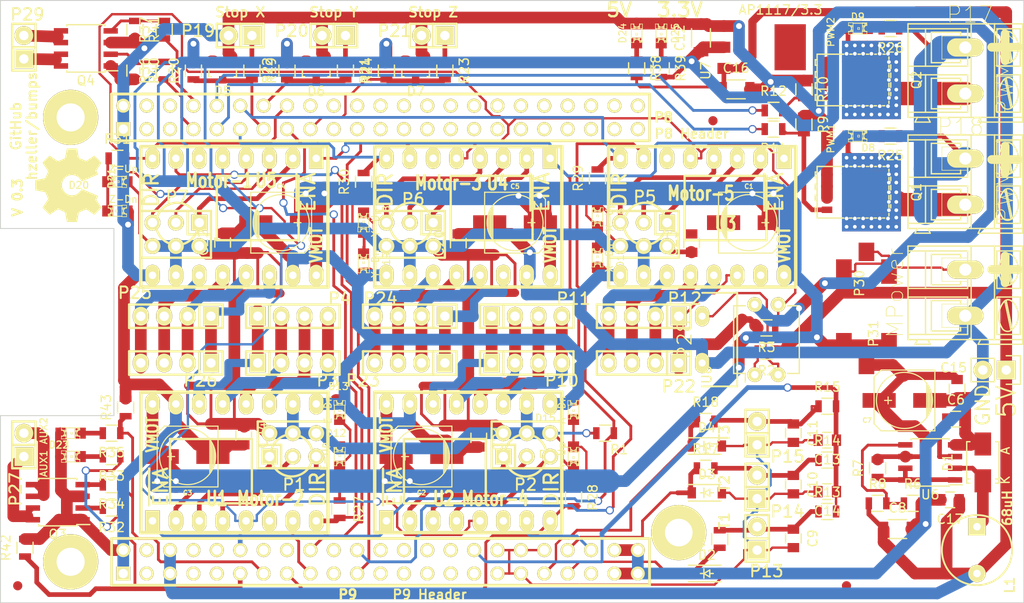
<source format=kicad_pcb>
(kicad_pcb (version 20171130) (host pcbnew "(5.1.12)-1")
  (title_block (title Bumps) (rev 0.2) (company "Henner Zeller <h.zeller@acm.org>") (comment 1 "License: CC-BY-SA") (comment 2 github.com/hzeller/bumps) (comment 3 "Bumps - a BeagleBone Black cape for BeagleG"))
  (layers (0 F.Cu mixed) (31 B.Cu mixed) (34 B.Paste user hide) (35 F.Paste user hide) (36 B.SilkS user hide) (37 F.SilkS user hide) (38 B.Mask user hide) (39 F.Mask user hide) (44 Edge.Cuts user))
  (net 0 "")
  (net 1 AGND)
  (net 2 AUX_1)
  (net 3 AUX_2)
  (net 4 DIR_A)
  (net 5 DIR_E)
  (net 6 DIR_X)
  (net 7 DIR_Y)
  (net 8 DIR_Z)
  (net 9 END_X)
  (net 10 END_Y)
  (net 11 END_Z)
  (net 12 GND)
  (net 13 "Net-(C10-Pad1)")
  (net 14 "Net-(C11-Pad1)")
  (net 15 "Net-(C6-Pad1)")
  (net 16 "Net-(C9-Pad1)")
  (net 17 "Net-(P1-Pad1)")
  (net 18 "Net-(P1-Pad2)")
  (net 19 "Net-(P1-Pad3)")
  (net 20 "Net-(P10-Pad1)")
  (net 21 "Net-(P10-Pad2)")
  (net 22 "Net-(P10-Pad3)")
  (net 23 "Net-(P10-Pad4)")
  (net 24 "Net-(P12-Pad1)")
  (net 25 "Net-(P12-Pad2)")
  (net 26 "Net-(P12-Pad3)")
  (net 27 "Net-(P12-Pad4)")
  (net 28 "Net-(P19-Pad1)")
  (net 29 "Net-(P2-Pad1)")
  (net 30 "Net-(P2-Pad2)")
  (net 31 "Net-(P2-Pad3)")
  (net 32 "Net-(P20-Pad1)")
  (net 33 "Net-(P21-Pad1)")
  (net 34 "Net-(P23-Pad1)")
  (net 35 "Net-(P23-Pad2)")
  (net 36 "Net-(P23-Pad3)")
  (net 37 "Net-(P23-Pad4)")
  (net 38 "Net-(P25-Pad1)")
  (net 39 "Net-(P25-Pad2)")
  (net 40 "Net-(P25-Pad3)")
  (net 41 "Net-(P25-Pad4)")
  (net 42 "Net-(P27-Pad1)")
  (net 43 "Net-(P27-Pad2)")
  (net 44 "Net-(P29-Pad1)")
  (net 45 "Net-(P29-Pad2)")
  (net 46 "Net-(P3-Pad1)")
  (net 47 "Net-(P3-Pad2)")
  (net 48 "Net-(P3-Pad3)")
  (net 49 "Net-(P3-Pad4)")
  (net 50 "Net-(P5-Pad1)")
  (net 51 "Net-(P5-Pad2)")
  (net 52 "Net-(P5-Pad3)")
  (net 53 "Net-(P6-Pad1)")
  (net 54 "Net-(P6-Pad2)")
  (net 55 "Net-(P6-Pad3)")
  (net 56 "Net-(P7-Pad1)")
  (net 57 "Net-(P7-Pad2)")
  (net 58 "Net-(P7-Pad3)")
  (net 59 "Net-(Q3-Pad2)")
  (net 60 "Net-(Q3-Pad4)")
  (net 61 "Net-(Q4-Pad2)")
  (net 62 "Net-(Q4-Pad4)")
  (net 63 "Net-(R6-Pad1)")
  (net 64 "Net-(R7-Pad1)")
  (net 65 PWM_1)
  (net 66 PWM_2)
  (net 67 PWM_3)
  (net 68 PWM_4)
  (net 69 STEP_A)
  (net 70 STEP_E)
  (net 71 STEP_X)
  (net 72 STEP_Y)
  (net 73 STEP_Z)
  (net 74 TEMP_1)
  (net 75 TEMP_2)
  (net 76 TEMP_3)
  (net 77 VDD_3V3)
  (net 78 VDD_5V)
  (net 79 VDD_ADC)
  (net 80 VMOT)
  (net 81 ~EN)
  (net 82 "Net-(P28-Pad2)")
  (net 83 "Net-(P16-Pad1)")
  (net 84 "Net-(R2-Pad2)")
  (net 85 ~EStop)
  (net 86 "Net-(D12-Pad1)")
  (net 87 "Net-(D1-Pad1)")
  (net 88 "Net-(D9-Pad2)")
  (net 89 "Net-(D14-Pad1)")
  (net 90 "Net-(D16-Pad1)")
  (net 91 "Net-(D18-Pad1)")
  (net 92 "Net-(D20-Pad1)")
  (net 93 "Net-(D22-Pad2)")
  (net 94 "Net-(D23-Pad2)")
  (net 95 "Net-(D24-Pad2)")
  (net 96 "Net-(D25-Pad2)")
  (net 97 "Net-(D8-Pad2)")
  (net 98 "Net-(D8-Pad1)")
  (net 99 "Net-(Q1-Pad4)")
  (net 100 "Net-(D9-Pad1)")
  (net 101 "Net-(Q2-Pad4)")
  (module Capacitors_SMD:c_elec_6.3x7.7 (layer F.Cu) (at 93.345 77.47 180)
    (fp_text reference C2 (at 0 -3.937 180) (layer F.SilkS) (effects (font (size 0.50038 0.50038) (thickness 0.11938))))
    (fp_text value 100u hide)
    (pad 1 smd rect (at 2.75082 0 180) (size 3.59918 1.6002) (layers F.Cu F.Paste F.Mask) (net 80 VMOT))
    (pad 2 smd rect (at -2.75082 0 180) (size 3.59918 1.6002) (layers F.Cu F.Paste F.Mask) (net 12 GND))
  )
  (module Capacitors_SMD:c_elec_6.3x7.7 (layer F.Cu) (at 67.945 77.47 180)
    (fp_text reference C3 (at 0 -3.937 180) (layer F.SilkS) (effects (font (size 0.50038 0.50038) (thickness 0.11938))))
    (fp_text value 100u hide)
    (pad 1 smd rect (at 2.75082 0 180) (size 3.59918 1.6002) (layers F.Cu F.Paste F.Mask) (net 80 VMOT))
    (pad 2 smd rect (at -2.75082 0 180) (size 3.59918 1.6002) (layers F.Cu F.Paste F.Mask) (net 12 GND))
  )
  (module Capacitors_SMD:c_elec_6.3x7.7 (layer F.Cu) (at 78.105 52.07)
    (fp_text reference C4 (at 0 -3.937) (layer F.SilkS) (effects (font (size 0.50038 0.50038) (thickness 0.11938))))
    (fp_text value 100u hide)
    (pad 1 smd rect (at 2.75082 0) (size 3.59918 1.6002) (layers F.Cu F.Paste F.Mask) (net 80 VMOT))
    (pad 2 smd rect (at -2.75082 0) (size 3.59918 1.6002) (layers F.Cu F.Paste F.Mask) (net 12 GND))
  )
  (module Capacitors_SMD:c_elec_6.3x7.7 (layer F.Cu) (at 103.505 52.07)
    (fp_text reference C5 (at 0 -3.937) (layer F.SilkS) (effects (font (size 0.50038 0.50038) (thickness 0.11938))))
    (fp_text value 100u hide)
    (pad 1 smd rect (at 2.75082 0) (size 3.59918 1.6002) (layers F.Cu F.Paste F.Mask) (net 80 VMOT))
    (pad 2 smd rect (at -2.75082 0) (size 3.59918 1.6002) (layers F.Cu F.Paste F.Mask) (net 12 GND))
  )
  (module Capacitors_SMD:c_elec_6.3x7.7 (layer F.Cu) (at 145.796 71.374 180)
    (fp_text reference C7 (at 4.064 -2.159 180) (layer F.SilkS) (effects (font (size 0.50038 0.50038) (thickness 0.11938))))
    (fp_text value 100u hide)
    (pad 1 smd rect (at 2.75082 0 180) (size 3.59918 1.6002) (layers F.Cu F.Paste F.Mask) (net 80 VMOT))
    (pad 2 smd rect (at -2.75082 0 180) (size 3.59918 1.6002) (layers F.Cu F.Paste F.Mask) (net 12 GND))
  )
  (module Inductors:INDUCTOR_V (layer F.Cu) (at 153.67 87.63 270)
    (fp_text reference L1 (at 3.81 -3.556 270) (layer F.SilkS) (effects (font (size 1.00076 1.00076) (thickness 0.2032))))
    (fp_text value 68uH (at -4.572 -3.302 270) (layer F.SilkS) (effects (font (size 1.00076 1.00076) (thickness 0.2032))))
    (pad 1 thru_hole rect (at -2.54 0 270) (size 1.905 1.905) (drill 0.8128) (layers *.Cu *.Mask F.SilkS) (net 87 "Net-(D1-Pad1)"))
    (pad 2 thru_hole circle (at 2.54 0 270) (size 1.905 1.905) (drill 0.8128) (layers *.Cu *.Mask F.SilkS) (net 78 VDD_5V))
  )
  (module Pin_Headers:Pin_Header_Straight_2x03 (layer F.Cu) (at 79.375 76.2)
    (fp_text reference P1 (at 0.127 4.318) (layer F.SilkS) (effects (font (size 1.27 1.27) (thickness 0.2032))))
    (fp_text value DIL6 hide)
    (pad 1 thru_hole rect (at -2.54 1.27) (size 1.7272 1.7272) (drill 1.016) (layers *.Cu *.Mask F.SilkS) (net 17 "Net-(P1-Pad1)"))
    (pad 2 thru_hole oval (at 0 1.27) (size 1.7272 1.7272) (drill 1.016) (layers *.Cu *.Mask F.SilkS) (net 18 "Net-(P1-Pad2)"))
    (pad 3 thru_hole oval (at 2.54 1.27) (size 1.7272 1.7272) (drill 1.016) (layers *.Cu *.Mask F.SilkS) (net 19 "Net-(P1-Pad3)"))
    (pad 4 thru_hole oval (at 2.54 -1.27) (size 1.7272 1.7272) (drill 1.016) (layers *.Cu *.Mask F.SilkS) (net 77 VDD_3V3))
    (pad 5 thru_hole oval (at 0 -1.27) (size 1.7272 1.7272) (drill 1.016) (layers *.Cu *.Mask F.SilkS) (net 77 VDD_3V3))
    (pad 6 thru_hole oval (at -2.54 -1.27) (size 1.7272 1.7272) (drill 1.016) (layers *.Cu *.Mask F.SilkS) (net 77 VDD_3V3))
  )
  (module Pin_Headers:Pin_Header_Straight_2x03 (layer F.Cu) (at 104.775 76.2)
    (fp_text reference P2 (at -0.127 4.318) (layer F.SilkS) (effects (font (size 1.27 1.27) (thickness 0.2032))))
    (fp_text value DIL6 hide)
    (pad 1 thru_hole rect (at -2.54 1.27) (size 1.7272 1.7272) (drill 1.016) (layers *.Cu *.Mask F.SilkS) (net 29 "Net-(P2-Pad1)"))
    (pad 2 thru_hole oval (at 0 1.27) (size 1.7272 1.7272) (drill 1.016) (layers *.Cu *.Mask F.SilkS) (net 30 "Net-(P2-Pad2)"))
    (pad 3 thru_hole oval (at 2.54 1.27) (size 1.7272 1.7272) (drill 1.016) (layers *.Cu *.Mask F.SilkS) (net 31 "Net-(P2-Pad3)"))
    (pad 4 thru_hole oval (at 2.54 -1.27) (size 1.7272 1.7272) (drill 1.016) (layers *.Cu *.Mask F.SilkS) (net 77 VDD_3V3))
    (pad 5 thru_hole oval (at 0 -1.27) (size 1.7272 1.7272) (drill 1.016) (layers *.Cu *.Mask F.SilkS) (net 77 VDD_3V3))
    (pad 6 thru_hole oval (at -2.54 -1.27) (size 1.7272 1.7272) (drill 1.016) (layers *.Cu *.Mask F.SilkS) (net 77 VDD_3V3))
  )
  (module Pin_Headers:Pin_Header_Straight_2x03 (layer F.Cu) (at 117.475 53.34 180)
    (fp_text reference P5 (at -0.127 4.064 180) (layer F.SilkS) (effects (font (size 1.27 1.27) (thickness 0.2032))))
    (fp_text value DIL6 hide)
    (pad 1 thru_hole rect (at -2.54 1.27 180) (size 1.7272 1.7272) (drill 1.016) (layers *.Cu *.Mask F.SilkS) (net 50 "Net-(P5-Pad1)"))
    (pad 2 thru_hole oval (at 0 1.27 180) (size 1.7272 1.7272) (drill 1.016) (layers *.Cu *.Mask F.SilkS) (net 51 "Net-(P5-Pad2)"))
    (pad 3 thru_hole oval (at 2.54 1.27 180) (size 1.7272 1.7272) (drill 1.016) (layers *.Cu *.Mask F.SilkS) (net 52 "Net-(P5-Pad3)"))
    (pad 4 thru_hole oval (at 2.54 -1.27 180) (size 1.7272 1.7272) (drill 1.016) (layers *.Cu *.Mask F.SilkS) (net 77 VDD_3V3))
    (pad 5 thru_hole oval (at 0 -1.27 180) (size 1.7272 1.7272) (drill 1.016) (layers *.Cu *.Mask F.SilkS) (net 77 VDD_3V3))
    (pad 6 thru_hole oval (at -2.54 -1.27 180) (size 1.7272 1.7272) (drill 1.016) (layers *.Cu *.Mask F.SilkS) (net 77 VDD_3V3))
  )
  (module Pin_Headers:Pin_Header_Straight_2x03 (layer F.Cu) (at 92.075 53.34 180)
    (fp_text reference P6 (at -0.381 3.81 180) (layer F.SilkS) (effects (font (size 1.27 1.27) (thickness 0.2032))))
    (fp_text value DIL6 hide)
    (pad 1 thru_hole rect (at -2.54 1.27 180) (size 1.7272 1.7272) (drill 1.016) (layers *.Cu *.Mask F.SilkS) (net 53 "Net-(P6-Pad1)"))
    (pad 2 thru_hole oval (at 0 1.27 180) (size 1.7272 1.7272) (drill 1.016) (layers *.Cu *.Mask F.SilkS) (net 54 "Net-(P6-Pad2)"))
    (pad 3 thru_hole oval (at 2.54 1.27 180) (size 1.7272 1.7272) (drill 1.016) (layers *.Cu *.Mask F.SilkS) (net 55 "Net-(P6-Pad3)"))
    (pad 4 thru_hole oval (at 2.54 -1.27 180) (size 1.7272 1.7272) (drill 1.016) (layers *.Cu *.Mask F.SilkS) (net 77 VDD_3V3))
    (pad 5 thru_hole oval (at 0 -1.27 180) (size 1.7272 1.7272) (drill 1.016) (layers *.Cu *.Mask F.SilkS) (net 77 VDD_3V3))
    (pad 6 thru_hole oval (at -2.54 -1.27 180) (size 1.7272 1.7272) (drill 1.016) (layers *.Cu *.Mask F.SilkS) (net 77 VDD_3V3))
  )
  (module Pin_Headers:Pin_Header_Straight_2x03 (layer F.Cu) (at 66.675 53.34 180)
    (fp_text reference P7 (at -0.127 4.064 180) (layer F.SilkS) (effects (font (size 1.27 1.27) (thickness 0.2032))))
    (fp_text value DIL6 hide)
    (pad 1 thru_hole rect (at -2.54 1.27 180) (size 1.7272 1.7272) (drill 1.016) (layers *.Cu *.Mask F.SilkS) (net 56 "Net-(P7-Pad1)"))
    (pad 2 thru_hole oval (at 0 1.27 180) (size 1.7272 1.7272) (drill 1.016) (layers *.Cu *.Mask F.SilkS) (net 57 "Net-(P7-Pad2)"))
    (pad 3 thru_hole oval (at 2.54 1.27 180) (size 1.7272 1.7272) (drill 1.016) (layers *.Cu *.Mask F.SilkS) (net 58 "Net-(P7-Pad3)"))
    (pad 4 thru_hole oval (at 2.54 -1.27 180) (size 1.7272 1.7272) (drill 1.016) (layers *.Cu *.Mask F.SilkS) (net 77 VDD_3V3))
    (pad 5 thru_hole oval (at 0 -1.27 180) (size 1.7272 1.7272) (drill 1.016) (layers *.Cu *.Mask F.SilkS) (net 77 VDD_3V3))
    (pad 6 thru_hole oval (at -2.54 -1.27 180) (size 1.7272 1.7272) (drill 1.016) (layers *.Cu *.Mask F.SilkS) (net 77 VDD_3V3))
  )
  (module bumps:PIN_ARRAY_23X2 (layer F.Cu) (at 88.9 39.37)
    (fp_text reference P8 (at 30.734 1.27) (layer F.SilkS) (effects (font (size 1.016 1.016) (thickness 0.27432))))
    (fp_text value "P8 Header" (at 33.782 3.048) (layer F.SilkS) (effects (font (size 1.016 1.016) (thickness 0.2032))))
    (pad 1 thru_hole rect (at -27.94 2.54) (size 1.524 1.524) (drill 1.016) (layers *.Cu *.Mask F.SilkS) (net 12 GND))
    (pad 2 thru_hole circle (at -27.94 0) (size 1.524 1.524) (drill 1.016) (layers *.Cu *.Mask F.SilkS) (net 12 GND))
    (pad 11 thru_hole circle (at -15.24 2.54) (size 1.524 1.524) (drill 1.016) (layers *.Cu *.Mask F.SilkS) (net 7 DIR_Y))
    (pad 4 thru_hole circle (at -25.4 0) (size 1.524 1.524) (drill 1.016) (layers *.Cu *.Mask F.SilkS))
    (pad 13 thru_hole circle (at -12.7 2.54) (size 1.524 1.524) (drill 1.016) (layers *.Cu *.Mask F.SilkS) (net 9 END_X))
    (pad 6 thru_hole circle (at -22.86 0) (size 1.524 1.524) (drill 1.016) (layers *.Cu *.Mask F.SilkS))
    (pad 15 thru_hole circle (at -10.16 2.54) (size 1.524 1.524) (drill 1.016) (layers *.Cu *.Mask F.SilkS) (net 5 DIR_E))
    (pad 8 thru_hole circle (at -20.32 0) (size 1.524 1.524) (drill 1.016) (layers *.Cu *.Mask F.SilkS) (net 68 PWM_4))
    (pad 17 thru_hole circle (at -7.62 2.54) (size 1.524 1.524) (drill 1.016) (layers *.Cu *.Mask F.SilkS) (net 11 END_Z))
    (pad 10 thru_hole circle (at -17.78 0) (size 1.524 1.524) (drill 1.016) (layers *.Cu *.Mask F.SilkS) (net 66 PWM_2))
    (pad 19 thru_hole circle (at -5.08 2.54) (size 1.524 1.524) (drill 1.016) (layers *.Cu *.Mask F.SilkS))
    (pad 12 thru_hole circle (at -15.24 0) (size 1.524 1.524) (drill 1.016) (layers *.Cu *.Mask F.SilkS) (net 6 DIR_X))
    (pad 21 thru_hole circle (at -2.54 2.54) (size 1.524 1.524) (drill 1.016) (layers *.Cu *.Mask F.SilkS))
    (pad 14 thru_hole circle (at -12.7 0) (size 1.524 1.524) (drill 1.016) (layers *.Cu *.Mask F.SilkS) (net 10 END_Y))
    (pad 23 thru_hole circle (at 0 2.54) (size 1.524 1.524) (drill 1.016) (layers *.Cu *.Mask F.SilkS))
    (pad 16 thru_hole circle (at -10.16 0) (size 1.524 1.524) (drill 1.016) (layers *.Cu *.Mask F.SilkS) (net 8 DIR_Z))
    (pad 25 thru_hole circle (at 2.54 2.54) (size 1.524 1.524) (drill 1.016) (layers *.Cu *.Mask F.SilkS))
    (pad 18 thru_hole circle (at -7.62 0) (size 1.524 1.524) (drill 1.016) (layers *.Cu *.Mask F.SilkS))
    (pad 27 thru_hole circle (at 5.08 2.54) (size 1.524 1.524) (drill 1.016) (layers *.Cu *.Mask F.SilkS))
    (pad 20 thru_hole circle (at -5.08 0) (size 1.524 1.524) (drill 1.016) (layers *.Cu *.Mask F.SilkS))
    (pad 29 thru_hole circle (at 7.62 2.54) (size 1.524 1.524) (drill 1.016) (layers *.Cu *.Mask F.SilkS))
    (pad 22 thru_hole circle (at -2.54 0) (size 1.524 1.524) (drill 1.016) (layers *.Cu *.Mask F.SilkS))
    (pad 31 thru_hole circle (at 10.16 2.54) (size 1.524 1.524) (drill 1.016) (layers *.Cu *.Mask F.SilkS))
    (pad 24 thru_hole circle (at 0 0) (size 1.524 1.524) (drill 1.016) (layers *.Cu *.Mask F.SilkS))
    (pad 26 thru_hole circle (at 2.54 0) (size 1.524 1.524) (drill 1.016) (layers *.Cu *.Mask F.SilkS))
    (pad 33 thru_hole circle (at 12.7 2.54) (size 1.524 1.524) (drill 1.016) (layers *.Cu *.Mask F.SilkS))
    (pad 28 thru_hole circle (at 5.08 0) (size 1.524 1.524) (drill 1.016) (layers *.Cu *.Mask F.SilkS))
    (pad 32 thru_hole circle (at 10.16 0) (size 1.524 1.524) (drill 1.016) (layers *.Cu *.Mask F.SilkS))
    (pad 34 thru_hole circle (at 12.7 0) (size 1.524 1.524) (drill 1.016) (layers *.Cu *.Mask F.SilkS))
    (pad 36 thru_hole circle (at 15.24 0) (size 1.524 1.524) (drill 1.016) (layers *.Cu *.Mask F.SilkS))
    (pad 38 thru_hole circle (at 17.78 0) (size 1.524 1.524) (drill 1.016) (layers *.Cu *.Mask F.SilkS))
    (pad 35 thru_hole circle (at 15.24 2.54) (size 1.524 1.524) (drill 1.016) (layers *.Cu *.Mask F.SilkS))
    (pad 37 thru_hole circle (at 17.78 2.54) (size 1.524 1.524) (drill 1.016) (layers *.Cu *.Mask F.SilkS))
    (pad 3 thru_hole circle (at -25.4 2.54) (size 1.524 1.524) (drill 1.016) (layers *.Cu *.Mask F.SilkS))
    (pad 5 thru_hole circle (at -22.86 2.54) (size 1.524 1.524) (drill 1.016) (layers *.Cu *.Mask F.SilkS))
    (pad 7 thru_hole circle (at -20.32 2.54) (size 1.524 1.524) (drill 1.016) (layers *.Cu *.Mask F.SilkS) (net 67 PWM_3))
    (pad 9 thru_hole circle (at -17.78 2.54) (size 1.524 1.524) (drill 1.016) (layers *.Cu *.Mask F.SilkS) (net 65 PWM_1))
    (pad 39 thru_hole circle (at 20.32 2.54) (size 1.524 1.524) (drill 1.016) (layers *.Cu *.Mask F.SilkS))
    (pad 40 thru_hole circle (at 20.32 0) (size 1.524 1.524) (drill 1.016) (layers *.Cu *.Mask F.SilkS))
    (pad 30 thru_hole circle (at 7.62 0) (size 1.524 1.524) (drill 1.016) (layers *.Cu *.Mask F.SilkS))
    (pad 41 thru_hole circle (at 22.86 2.54) (size 1.524 1.524) (drill 1.016) (layers *.Cu *.Mask F.SilkS))
    (pad 42 thru_hole circle (at 22.86 0) (size 1.524 1.524) (drill 1.016) (layers *.Cu *.Mask F.SilkS))
    (pad 43 thru_hole circle (at 25.4 2.54) (size 1.524 1.524) (drill 1.016) (layers *.Cu *.Mask F.SilkS))
    (pad 44 thru_hole circle (at 25.4 0) (size 1.524 1.524) (drill 1.016) (layers *.Cu *.Mask F.SilkS))
    (pad 45 thru_hole circle (at 27.94 2.54) (size 1.524 1.524) (drill 1.016) (layers *.Cu *.Mask F.SilkS))
    (pad 46 thru_hole circle (at 27.94 0) (size 1.524 1.524) (drill 1.016) (layers *.Cu *.Mask F.SilkS))
  )
  (module bumps:PIN_ARRAY_23X2 (layer F.Cu) (at 88.9 87.63)
    (fp_text reference P9 (at -3.556 4.826) (layer F.SilkS) (effects (font (size 1.016 1.016) (thickness 0.27432))))
    (fp_text value "P9 Header" (at 5.334 4.826) (layer F.SilkS) (effects (font (size 1.016 1.016) (thickness 0.2032))))
    (pad 1 thru_hole rect (at -27.94 2.54) (size 1.524 1.524) (drill 1.016) (layers *.Cu *.Mask F.SilkS) (net 12 GND))
    (pad 2 thru_hole circle (at -27.94 0) (size 1.524 1.524) (drill 1.016) (layers *.Cu *.Mask F.SilkS) (net 12 GND))
    (pad 11 thru_hole circle (at -15.24 2.54) (size 1.524 1.524) (drill 1.016) (layers *.Cu *.Mask F.SilkS) (net 2 AUX_1))
    (pad 4 thru_hole circle (at -25.4 0) (size 1.524 1.524) (drill 1.016) (layers *.Cu *.Mask F.SilkS))
    (pad 13 thru_hole circle (at -12.7 2.54) (size 1.524 1.524) (drill 1.016) (layers *.Cu *.Mask F.SilkS) (net 3 AUX_2))
    (pad 6 thru_hole circle (at -22.86 0) (size 1.524 1.524) (drill 1.016) (layers *.Cu *.Mask F.SilkS) (net 78 VDD_5V))
    (pad 15 thru_hole circle (at -10.16 2.54) (size 1.524 1.524) (drill 1.016) (layers *.Cu *.Mask F.SilkS) (net 4 DIR_A))
    (pad 8 thru_hole circle (at -20.32 0) (size 1.524 1.524) (drill 1.016) (layers *.Cu *.Mask F.SilkS))
    (pad 17 thru_hole circle (at -7.62 2.54) (size 1.524 1.524) (drill 1.016) (layers *.Cu *.Mask F.SilkS) (net 70 STEP_E))
    (pad 10 thru_hole circle (at -17.78 0) (size 1.524 1.524) (drill 1.016) (layers *.Cu *.Mask F.SilkS))
    (pad 19 thru_hole circle (at -5.08 2.54) (size 1.524 1.524) (drill 1.016) (layers *.Cu *.Mask F.SilkS))
    (pad 12 thru_hole circle (at -15.24 0) (size 1.524 1.524) (drill 1.016) (layers *.Cu *.Mask F.SilkS) (net 81 ~EN))
    (pad 21 thru_hole circle (at -2.54 2.54) (size 1.524 1.524) (drill 1.016) (layers *.Cu *.Mask F.SilkS) (net 72 STEP_Y))
    (pad 14 thru_hole circle (at -12.7 0) (size 1.524 1.524) (drill 1.016) (layers *.Cu *.Mask F.SilkS))
    (pad 23 thru_hole circle (at 0 2.54) (size 1.524 1.524) (drill 1.016) (layers *.Cu *.Mask F.SilkS))
    (pad 16 thru_hole circle (at -10.16 0) (size 1.524 1.524) (drill 1.016) (layers *.Cu *.Mask F.SilkS))
    (pad 25 thru_hole circle (at 2.54 2.54) (size 1.524 1.524) (drill 1.016) (layers *.Cu *.Mask F.SilkS))
    (pad 18 thru_hole circle (at -7.62 0) (size 1.524 1.524) (drill 1.016) (layers *.Cu *.Mask F.SilkS) (net 73 STEP_Z))
    (pad 27 thru_hole circle (at 5.08 2.54) (size 1.524 1.524) (drill 1.016) (layers *.Cu *.Mask F.SilkS))
    (pad 20 thru_hole circle (at -5.08 0) (size 1.524 1.524) (drill 1.016) (layers *.Cu *.Mask F.SilkS))
    (pad 29 thru_hole circle (at 7.62 2.54) (size 1.524 1.524) (drill 1.016) (layers *.Cu *.Mask F.SilkS))
    (pad 22 thru_hole circle (at -2.54 0) (size 1.524 1.524) (drill 1.016) (layers *.Cu *.Mask F.SilkS) (net 71 STEP_X))
    (pad 31 thru_hole circle (at 10.16 2.54) (size 1.524 1.524) (drill 1.016) (layers *.Cu *.Mask F.SilkS))
    (pad 24 thru_hole circle (at 0 0) (size 1.524 1.524) (drill 1.016) (layers *.Cu *.Mask F.SilkS))
    (pad 26 thru_hole circle (at 2.54 0) (size 1.524 1.524) (drill 1.016) (layers *.Cu *.Mask F.SilkS))
    (pad 33 thru_hole circle (at 12.7 2.54) (size 1.524 1.524) (drill 1.016) (layers *.Cu *.Mask F.SilkS) (net 1 AGND))
    (pad 28 thru_hole circle (at 5.08 0) (size 1.524 1.524) (drill 1.016) (layers *.Cu *.Mask F.SilkS))
    (pad 32 thru_hole circle (at 10.16 0) (size 1.524 1.524) (drill 1.016) (layers *.Cu *.Mask F.SilkS) (net 79 VDD_ADC))
    (pad 34 thru_hole circle (at 12.7 0) (size 1.524 1.524) (drill 1.016) (layers *.Cu *.Mask F.SilkS) (net 1 AGND))
    (pad 36 thru_hole circle (at 15.24 0) (size 1.524 1.524) (drill 1.016) (layers *.Cu *.Mask F.SilkS) (net 1 AGND))
    (pad 38 thru_hole circle (at 17.78 0) (size 1.524 1.524) (drill 1.016) (layers *.Cu *.Mask F.SilkS) (net 1 AGND))
    (pad 35 thru_hole circle (at 15.24 2.54) (size 1.524 1.524) (drill 1.016) (layers *.Cu *.Mask F.SilkS) (net 1 AGND))
    (pad 37 thru_hole circle (at 17.78 2.54) (size 1.524 1.524) (drill 1.016) (layers *.Cu *.Mask F.SilkS) (net 76 TEMP_3))
    (pad 3 thru_hole circle (at -25.4 2.54) (size 1.524 1.524) (drill 1.016) (layers *.Cu *.Mask F.SilkS))
    (pad 5 thru_hole circle (at -22.86 2.54) (size 1.524 1.524) (drill 1.016) (layers *.Cu *.Mask F.SilkS) (net 78 VDD_5V))
    (pad 7 thru_hole circle (at -20.32 2.54) (size 1.524 1.524) (drill 1.016) (layers *.Cu *.Mask F.SilkS))
    (pad 9 thru_hole circle (at -17.78 2.54) (size 1.524 1.524) (drill 1.016) (layers *.Cu *.Mask F.SilkS))
    (pad 39 thru_hole circle (at 20.32 2.54) (size 1.524 1.524) (drill 1.016) (layers *.Cu *.Mask F.SilkS) (net 74 TEMP_1))
    (pad 40 thru_hole circle (at 20.32 0) (size 1.524 1.524) (drill 1.016) (layers *.Cu *.Mask F.SilkS) (net 75 TEMP_2))
    (pad 30 thru_hole circle (at 7.62 0) (size 1.524 1.524) (drill 1.016) (layers *.Cu *.Mask F.SilkS))
    (pad 41 thru_hole circle (at 22.86 2.54) (size 1.524 1.524) (drill 1.016) (layers *.Cu *.Mask F.SilkS))
    (pad 42 thru_hole circle (at 22.86 0) (size 1.524 1.524) (drill 1.016) (layers *.Cu *.Mask F.SilkS) (net 69 STEP_A))
    (pad 43 thru_hole circle (at 25.4 2.54) (size 1.524 1.524) (drill 1.016) (layers *.Cu *.Mask F.SilkS) (net 12 GND))
    (pad 44 thru_hole circle (at 25.4 0) (size 1.524 1.524) (drill 1.016) (layers *.Cu *.Mask F.SilkS) (net 12 GND))
    (pad 45 thru_hole circle (at 27.94 2.54) (size 1.524 1.524) (drill 1.016) (layers *.Cu *.Mask F.SilkS) (net 12 GND))
    (pad 46 thru_hole circle (at 27.94 0) (size 1.524 1.524) (drill 1.016) (layers *.Cu *.Mask F.SilkS) (net 12 GND))
  )
  (module Pin_Headers:Pin_Header_Straight_1x02 (layer F.Cu) (at 129.794 86.36 90)
    (fp_text reference P13 (at -3.556 1.016 180) (layer F.SilkS) (effects (font (size 1.27 1.27) (thickness 0.2032))))
    (fp_text value T1 hide)
    (pad 1 thru_hole rect (at -1.27 0 90) (size 2.032 2.032) (drill 1.016) (layers *.Cu *.Mask F.SilkS) (net 1 AGND))
    (pad 2 thru_hole oval (at 1.27 0 90) (size 2.032 2.032) (drill 1.016) (layers *.Cu *.Mask F.SilkS) (net 16 "Net-(C9-Pad1)"))
  )
  (module Pin_Headers:Pin_Header_Straight_1x02 (layer F.Cu) (at 129.794 80.772 90)
    (fp_text reference P14 (at -2.667 3.302 180) (layer F.SilkS) (effects (font (size 1.27 1.27) (thickness 0.2032))))
    (fp_text value T2 hide)
    (pad 1 thru_hole rect (at -1.27 0 90) (size 2.032 2.032) (drill 1.016) (layers *.Cu *.Mask F.SilkS) (net 1 AGND))
    (pad 2 thru_hole oval (at 1.27 0 90) (size 2.032 2.032) (drill 1.016) (layers *.Cu *.Mask F.SilkS) (net 13 "Net-(C10-Pad1)"))
  )
  (module Pin_Headers:Pin_Header_Straight_1x02 (layer F.Cu) (at 129.794 74.93 90)
    (fp_text reference P15 (at -2.54 3.302 180) (layer F.SilkS) (effects (font (size 1.27 1.27) (thickness 0.2032))))
    (fp_text value T3 hide)
    (pad 1 thru_hole rect (at -1.27 0 90) (size 2.032 2.032) (drill 1.016) (layers *.Cu *.Mask F.SilkS) (net 1 AGND))
    (pad 2 thru_hole oval (at 1.27 0 90) (size 2.032 2.032) (drill 1.016) (layers *.Cu *.Mask F.SilkS) (net 14 "Net-(C11-Pad1)"))
  )
  (module Connect:AK300-2 (layer F.Cu) (at 152.4 59.69 270)
    (fp_text reference P16 hide)
    (fp_text value MPower (at 0 7.62 270) (layer F.SilkS) (effects (font (size 1.778 1.778) (thickness 0.0889))))
    (pad 1 thru_hole oval (at -2.5146 0 270) (size 1.9812 3.9624) (drill 1.3208) (layers *.Cu *.Mask F.SilkS) (net 83 "Net-(P16-Pad1)"))
    (pad 2 thru_hole oval (at 2.4892 0 270) (size 1.9812 3.9624) (drill 1.3208) (layers *.Cu *.Mask F.SilkS) (net 12 GND))
  )
  (module Connect:AK300-2 (layer F.Cu) (at 152.4 47.625 270)
    (fp_text reference P18 (at -5.969 0.508) (layer F.SilkS) (effects (font (size 1.778 1.778) (thickness 0.0889))))
    (fp_text value PWM-1 (at -0.381 -4.318 270) (layer F.SilkS) (effects (font (size 1.778 1.778) (thickness 0.0889))))
    (pad 1 thru_hole oval (at -2.5146 0 270) (size 1.9812 3.9624) (drill 1.3208) (layers *.Cu *.Mask F.SilkS) (net 80 VMOT))
    (pad 2 thru_hole oval (at 2.4892 0 270) (size 1.9812 3.9624) (drill 1.3208) (layers *.Cu *.Mask F.SilkS) (net 98 "Net-(D8-Pad1)"))
  )
  (module Pin_Headers:Pin_Header_Straight_1x02 (layer F.Cu) (at 83.82 31.75 180)
    (fp_text reference P20 (at 4.572 0.508 180) (layer F.SilkS) (effects (font (size 1.27 1.27) (thickness 0.2032))))
    (fp_text value END-Y hide)
    (pad 1 thru_hole rect (at -1.27 0 180) (size 2.032 2.032) (drill 1.016) (layers *.Cu *.Mask F.SilkS) (net 32 "Net-(P20-Pad1)"))
    (pad 2 thru_hole oval (at 1.27 0 180) (size 2.032 2.032) (drill 1.016) (layers *.Cu *.Mask F.SilkS) (net 12 GND))
  )
  (module Pin_Headers:Pin_Header_Straight_1x02 (layer F.Cu) (at 94.615 31.75 180)
    (fp_text reference P21 (at 4.191 0.508 180) (layer F.SilkS) (effects (font (size 1.27 1.27) (thickness 0.2032))))
    (fp_text value END-Z hide)
    (pad 1 thru_hole rect (at -1.27 0 180) (size 2.032 2.032) (drill 1.016) (layers *.Cu *.Mask F.SilkS) (net 33 "Net-(P21-Pad1)"))
    (pad 2 thru_hole oval (at 1.27 0 180) (size 2.032 2.032) (drill 1.016) (layers *.Cu *.Mask F.SilkS) (net 12 GND))
  )
  (module bumps:POLOLU (layer F.Cu) (at 73.025 80.645)
    (fp_text reference U1 (at -1.905 1.397) (layer F.SilkS) (effects (font (size 1.524 1.143) (thickness 0.3048))))
    (fp_text value Motor-2 (at 3.937 1.397) (layer F.SilkS) (effects (font (size 1.524 1.143) (thickness 0.3048))))
    (fp_text user VMOT (at -8.89 -5.588 90) (layer F.SilkS) (effects (font (size 1.27 1.016) (thickness 0.254))))
    (fp_text user DIR (at 9.017 0.381 90) (layer F.SilkS) (effects (font (size 1.524 1.524) (thickness 0.254))))
    (fp_text user ~ENA (at -8.001 0.127 90) (layer F.SilkS) (effects (font (size 1.524 1.524) (thickness 0.254))))
    (pad 1 thru_hole rect (at -8.89 3.81) (size 1.5748 2.286) (drill 0.8128) (layers *.Cu *.Mask F.SilkS) (net 81 ~EN))
    (pad 2 thru_hole oval (at -6.35 3.81) (size 1.5748 2.286) (drill 0.8128) (layers *.Cu *.Mask F.SilkS) (net 17 "Net-(P1-Pad1)"))
    (pad 3 thru_hole oval (at -3.81 3.81) (size 1.5748 2.286) (drill 0.8128) (layers *.Cu *.Mask F.SilkS) (net 18 "Net-(P1-Pad2)"))
    (pad 4 thru_hole oval (at -1.27 3.81) (size 1.5748 2.286) (drill 0.8128) (layers *.Cu *.Mask F.SilkS) (net 19 "Net-(P1-Pad3)"))
    (pad 5 thru_hole oval (at 1.27 3.81) (size 1.5748 2.286) (drill 0.8128) (layers *.Cu *.Mask F.SilkS) (net 85 ~EStop))
    (pad 6 thru_hole oval (at 3.81 3.81) (size 1.5748 2.286) (drill 0.8128) (layers *.Cu *.Mask F.SilkS))
    (pad 7 thru_hole oval (at 6.35 3.81) (size 1.5748 2.286) (drill 0.8128) (layers *.Cu *.Mask F.SilkS) (net 70 STEP_E))
    (pad 8 thru_hole oval (at 8.89 3.81) (size 1.5748 2.286) (drill 0.8128) (layers *.Cu *.Mask F.SilkS) (net 5 DIR_E))
    (pad 9 thru_hole oval (at 8.89 -8.89) (size 1.5748 2.286) (drill 0.8128) (layers *.Cu *.Mask F.SilkS) (net 12 GND))
    (pad 10 thru_hole oval (at 6.35 -8.89) (size 1.5748 2.286) (drill 0.8128) (layers *.Cu *.Mask F.SilkS) (net 77 VDD_3V3))
    (pad 11 thru_hole oval (at 3.81 -8.89) (size 1.5748 2.286) (drill 0.8128) (layers *.Cu *.Mask F.SilkS) (net 49 "Net-(P3-Pad4)"))
    (pad 12 thru_hole oval (at 1.27 -8.89) (size 1.5748 2.286) (drill 0.8128) (layers *.Cu *.Mask F.SilkS) (net 48 "Net-(P3-Pad3)"))
    (pad 13 thru_hole oval (at -1.27 -8.89) (size 1.5748 2.286) (drill 0.8128) (layers *.Cu *.Mask F.SilkS) (net 47 "Net-(P3-Pad2)"))
    (pad 14 thru_hole oval (at -3.81 -8.89) (size 1.5748 2.286) (drill 0.8128) (layers *.Cu *.Mask F.SilkS) (net 46 "Net-(P3-Pad1)"))
    (pad 15 thru_hole oval (at -6.35 -8.89) (size 1.5748 2.286) (drill 0.8128) (layers *.Cu *.Mask F.SilkS) (net 12 GND))
    (pad 16 thru_hole oval (at -8.89 -8.89) (size 1.5748 2.286) (drill 0.8128) (layers *.Cu *.Mask F.SilkS) (net 80 VMOT))
  )
  (module bumps:POLOLU (layer F.Cu) (at 98.425 80.645)
    (fp_text reference U2 (at -2.667 1.397) (layer F.SilkS) (effects (font (size 1.524 1.143) (thickness 0.3048))))
    (fp_text value Motor-4 (at 2.921 1.397) (layer F.SilkS) (effects (font (size 1.524 1.143) (thickness 0.3048))))
    (fp_text user VMOT (at -8.89 -5.588 90) (layer F.SilkS) (effects (font (size 1.27 1.016) (thickness 0.254))))
    (fp_text user DIR (at 9.017 0.381 90) (layer F.SilkS) (effects (font (size 1.524 1.524) (thickness 0.254))))
    (fp_text user ~ENA (at -8.001 0.127 90) (layer F.SilkS) (effects (font (size 1.524 1.524) (thickness 0.254))))
    (pad 1 thru_hole rect (at -8.89 3.81) (size 1.5748 2.286) (drill 0.8128) (layers *.Cu *.Mask F.SilkS) (net 81 ~EN))
    (pad 2 thru_hole oval (at -6.35 3.81) (size 1.5748 2.286) (drill 0.8128) (layers *.Cu *.Mask F.SilkS) (net 29 "Net-(P2-Pad1)"))
    (pad 3 thru_hole oval (at -3.81 3.81) (size 1.5748 2.286) (drill 0.8128) (layers *.Cu *.Mask F.SilkS) (net 30 "Net-(P2-Pad2)"))
    (pad 4 thru_hole oval (at -1.27 3.81) (size 1.5748 2.286) (drill 0.8128) (layers *.Cu *.Mask F.SilkS) (net 31 "Net-(P2-Pad3)"))
    (pad 5 thru_hole oval (at 1.27 3.81) (size 1.5748 2.286) (drill 0.8128) (layers *.Cu *.Mask F.SilkS) (net 85 ~EStop))
    (pad 6 thru_hole oval (at 3.81 3.81) (size 1.5748 2.286) (drill 0.8128) (layers *.Cu *.Mask F.SilkS))
    (pad 7 thru_hole oval (at 6.35 3.81) (size 1.5748 2.286) (drill 0.8128) (layers *.Cu *.Mask F.SilkS) (net 69 STEP_A))
    (pad 8 thru_hole oval (at 8.89 3.81) (size 1.5748 2.286) (drill 0.8128) (layers *.Cu *.Mask F.SilkS) (net 4 DIR_A))
    (pad 9 thru_hole oval (at 8.89 -8.89) (size 1.5748 2.286) (drill 0.8128) (layers *.Cu *.Mask F.SilkS) (net 12 GND))
    (pad 10 thru_hole oval (at 6.35 -8.89) (size 1.5748 2.286) (drill 0.8128) (layers *.Cu *.Mask F.SilkS) (net 77 VDD_3V3))
    (pad 11 thru_hole oval (at 3.81 -8.89) (size 1.5748 2.286) (drill 0.8128) (layers *.Cu *.Mask F.SilkS) (net 23 "Net-(P10-Pad4)"))
    (pad 12 thru_hole oval (at 1.27 -8.89) (size 1.5748 2.286) (drill 0.8128) (layers *.Cu *.Mask F.SilkS) (net 22 "Net-(P10-Pad3)"))
    (pad 13 thru_hole oval (at -1.27 -8.89) (size 1.5748 2.286) (drill 0.8128) (layers *.Cu *.Mask F.SilkS) (net 21 "Net-(P10-Pad2)"))
    (pad 14 thru_hole oval (at -3.81 -8.89) (size 1.5748 2.286) (drill 0.8128) (layers *.Cu *.Mask F.SilkS) (net 20 "Net-(P10-Pad1)"))
    (pad 15 thru_hole oval (at -6.35 -8.89) (size 1.5748 2.286) (drill 0.8128) (layers *.Cu *.Mask F.SilkS) (net 12 GND))
    (pad 16 thru_hole oval (at -8.89 -8.89) (size 1.5748 2.286) (drill 0.8128) (layers *.Cu *.Mask F.SilkS) (net 80 VMOT))
  )
  (module bumps:POLOLU (layer F.Cu) (at 123.825 48.895 180)
    (fp_text reference U3 (at -2.54 -3.302 180) (layer F.SilkS) (effects (font (size 1.524 1.143) (thickness 0.3048))))
    (fp_text value Motor-5 (at 0.127 0 180) (layer F.SilkS) (effects (font (size 1.524 1.143) (thickness 0.3048))))
    (fp_text user VMOT (at -8.89 -5.588 270) (layer F.SilkS) (effects (font (size 1.27 1.016) (thickness 0.254))))
    (fp_text user DIR (at 9.017 0.381 270) (layer F.SilkS) (effects (font (size 1.524 1.524) (thickness 0.254))))
    (fp_text user ~ENA (at -8.001 0.127 270) (layer F.SilkS) (effects (font (size 1.524 1.524) (thickness 0.254))))
    (pad 1 thru_hole rect (at -8.89 3.81 180) (size 1.5748 2.286) (drill 0.8128) (layers *.Cu *.Mask F.SilkS) (net 81 ~EN))
    (pad 2 thru_hole oval (at -6.35 3.81 180) (size 1.5748 2.286) (drill 0.8128) (layers *.Cu *.Mask F.SilkS) (net 50 "Net-(P5-Pad1)"))
    (pad 3 thru_hole oval (at -3.81 3.81 180) (size 1.5748 2.286) (drill 0.8128) (layers *.Cu *.Mask F.SilkS) (net 51 "Net-(P5-Pad2)"))
    (pad 4 thru_hole oval (at -1.27 3.81 180) (size 1.5748 2.286) (drill 0.8128) (layers *.Cu *.Mask F.SilkS) (net 52 "Net-(P5-Pad3)"))
    (pad 5 thru_hole oval (at 1.27 3.81 180) (size 1.5748 2.286) (drill 0.8128) (layers *.Cu *.Mask F.SilkS) (net 85 ~EStop))
    (pad 6 thru_hole oval (at 3.81 3.81 180) (size 1.5748 2.286) (drill 0.8128) (layers *.Cu *.Mask F.SilkS))
    (pad 7 thru_hole oval (at 6.35 3.81 180) (size 1.5748 2.286) (drill 0.8128) (layers *.Cu *.Mask F.SilkS) (net 71 STEP_X))
    (pad 8 thru_hole oval (at 8.89 3.81 180) (size 1.5748 2.286) (drill 0.8128) (layers *.Cu *.Mask F.SilkS) (net 6 DIR_X))
    (pad 9 thru_hole oval (at 8.89 -8.89 180) (size 1.5748 2.286) (drill 0.8128) (layers *.Cu *.Mask F.SilkS) (net 12 GND))
    (pad 10 thru_hole oval (at 6.35 -8.89 180) (size 1.5748 2.286) (drill 0.8128) (layers *.Cu *.Mask F.SilkS) (net 77 VDD_3V3))
    (pad 11 thru_hole oval (at 3.81 -8.89 180) (size 1.5748 2.286) (drill 0.8128) (layers *.Cu *.Mask F.SilkS) (net 27 "Net-(P12-Pad4)"))
    (pad 12 thru_hole oval (at 1.27 -8.89 180) (size 1.5748 2.286) (drill 0.8128) (layers *.Cu *.Mask F.SilkS) (net 26 "Net-(P12-Pad3)"))
    (pad 13 thru_hole oval (at -1.27 -8.89 180) (size 1.5748 2.286) (drill 0.8128) (layers *.Cu *.Mask F.SilkS) (net 25 "Net-(P12-Pad2)"))
    (pad 14 thru_hole oval (at -3.81 -8.89 180) (size 1.5748 2.286) (drill 0.8128) (layers *.Cu *.Mask F.SilkS) (net 24 "Net-(P12-Pad1)"))
    (pad 15 thru_hole oval (at -6.35 -8.89 180) (size 1.5748 2.286) (drill 0.8128) (layers *.Cu *.Mask F.SilkS))
    (pad 16 thru_hole oval (at -8.89 -8.89 180) (size 1.5748 2.286) (drill 0.8128) (layers *.Cu *.Mask F.SilkS) (net 80 VMOT))
  )
  (module bumps:POLOLU (layer F.Cu) (at 98.425 48.895 180)
    (fp_text reference U4 (at -3.175 1.143 180) (layer F.SilkS) (effects (font (size 1.524 1.143) (thickness 0.3048))))
    (fp_text value Motor-3 (at 2.159 1.143 180) (layer F.SilkS) (effects (font (size 1.524 1.143) (thickness 0.3048))))
    (fp_text user VMOT (at -8.89 -5.588 270) (layer F.SilkS) (effects (font (size 1.27 1.016) (thickness 0.254))))
    (fp_text user DIR (at 9.017 0.381 270) (layer F.SilkS) (effects (font (size 1.524 1.524) (thickness 0.254))))
    (fp_text user ~ENA (at -8.001 0.127 270) (layer F.SilkS) (effects (font (size 1.524 1.524) (thickness 0.254))))
    (pad 1 thru_hole rect (at -8.89 3.81 180) (size 1.5748 2.286) (drill 0.8128) (layers *.Cu *.Mask F.SilkS) (net 81 ~EN))
    (pad 2 thru_hole oval (at -6.35 3.81 180) (size 1.5748 2.286) (drill 0.8128) (layers *.Cu *.Mask F.SilkS) (net 53 "Net-(P6-Pad1)"))
    (pad 3 thru_hole oval (at -3.81 3.81 180) (size 1.5748 2.286) (drill 0.8128) (layers *.Cu *.Mask F.SilkS) (net 54 "Net-(P6-Pad2)"))
    (pad 4 thru_hole oval (at -1.27 3.81 180) (size 1.5748 2.286) (drill 0.8128) (layers *.Cu *.Mask F.SilkS) (net 55 "Net-(P6-Pad3)"))
    (pad 5 thru_hole oval (at 1.27 3.81 180) (size 1.5748 2.286) (drill 0.8128) (layers *.Cu *.Mask F.SilkS) (net 85 ~EStop))
    (pad 6 thru_hole oval (at 3.81 3.81 180) (size 1.5748 2.286) (drill 0.8128) (layers *.Cu *.Mask F.SilkS))
    (pad 7 thru_hole oval (at 6.35 3.81 180) (size 1.5748 2.286) (drill 0.8128) (layers *.Cu *.Mask F.SilkS) (net 72 STEP_Y))
    (pad 8 thru_hole oval (at 8.89 3.81 180) (size 1.5748 2.286) (drill 0.8128) (layers *.Cu *.Mask F.SilkS) (net 7 DIR_Y))
    (pad 9 thru_hole oval (at 8.89 -8.89 180) (size 1.5748 2.286) (drill 0.8128) (layers *.Cu *.Mask F.SilkS) (net 12 GND))
    (pad 10 thru_hole oval (at 6.35 -8.89 180) (size 1.5748 2.286) (drill 0.8128) (layers *.Cu *.Mask F.SilkS) (net 77 VDD_3V3))
    (pad 11 thru_hole oval (at 3.81 -8.89 180) (size 1.5748 2.286) (drill 0.8128) (layers *.Cu *.Mask F.SilkS) (net 37 "Net-(P23-Pad4)"))
    (pad 12 thru_hole oval (at 1.27 -8.89 180) (size 1.5748 2.286) (drill 0.8128) (layers *.Cu *.Mask F.SilkS) (net 36 "Net-(P23-Pad3)"))
    (pad 13 thru_hole oval (at -1.27 -8.89 180) (size 1.5748 2.286) (drill 0.8128) (layers *.Cu *.Mask F.SilkS) (net 35 "Net-(P23-Pad2)"))
    (pad 14 thru_hole oval (at -3.81 -8.89 180) (size 1.5748 2.286) (drill 0.8128) (layers *.Cu *.Mask F.SilkS) (net 34 "Net-(P23-Pad1)"))
    (pad 15 thru_hole oval (at -6.35 -8.89 180) (size 1.5748 2.286) (drill 0.8128) (layers *.Cu *.Mask F.SilkS) (net 12 GND))
    (pad 16 thru_hole oval (at -8.89 -8.89 180) (size 1.5748 2.286) (drill 0.8128) (layers *.Cu *.Mask F.SilkS) (net 80 VMOT))
  )
  (module bumps:POLOLU (layer F.Cu) (at 73.025 48.895 180)
    (fp_text reference U5 (at -3.429 1.397 180) (layer F.SilkS) (effects (font (size 1.524 1.143) (thickness 0.3048))))
    (fp_text value Motor-1 (at 1.651 1.397 180) (layer F.SilkS) (effects (font (size 1.524 1.143) (thickness 0.3048))))
    (fp_text user VMOT (at -8.89 -5.588 270) (layer F.SilkS) (effects (font (size 1.27 1.016) (thickness 0.254))))
    (fp_text user DIR (at 9.017 0.381 270) (layer F.SilkS) (effects (font (size 1.524 1.524) (thickness 0.254))))
    (fp_text user ~ENA (at -8.001 0.127 270) (layer F.SilkS) (effects (font (size 1.524 1.524) (thickness 0.254))))
    (pad 1 thru_hole rect (at -8.89 3.81 180) (size 1.5748 2.286) (drill 0.8128) (layers *.Cu *.Mask F.SilkS) (net 81 ~EN))
    (pad 2 thru_hole oval (at -6.35 3.81 180) (size 1.5748 2.286) (drill 0.8128) (layers *.Cu *.Mask F.SilkS) (net 56 "Net-(P7-Pad1)"))
    (pad 3 thru_hole oval (at -3.81 3.81 180) (size 1.5748 2.286) (drill 0.8128) (layers *.Cu *.Mask F.SilkS) (net 57 "Net-(P7-Pad2)"))
    (pad 4 thru_hole oval (at -1.27 3.81 180) (size 1.5748 2.286) (drill 0.8128) (layers *.Cu *.Mask F.SilkS) (net 58 "Net-(P7-Pad3)"))
    (pad 5 thru_hole oval (at 1.27 3.81 180) (size 1.5748 2.286) (drill 0.8128) (layers *.Cu *.Mask F.SilkS) (net 85 ~EStop))
    (pad 6 thru_hole oval (at 3.81 3.81 180) (size 1.5748 2.286) (drill 0.8128) (layers *.Cu *.Mask F.SilkS))
    (pad 7 thru_hole oval (at 6.35 3.81 180) (size 1.5748 2.286) (drill 0.8128) (layers *.Cu *.Mask F.SilkS) (net 73 STEP_Z))
    (pad 8 thru_hole oval (at 8.89 3.81 180) (size 1.5748 2.286) (drill 0.8128) (layers *.Cu *.Mask F.SilkS) (net 8 DIR_Z))
    (pad 9 thru_hole oval (at 8.89 -8.89 180) (size 1.5748 2.286) (drill 0.8128) (layers *.Cu *.Mask F.SilkS) (net 12 GND))
    (pad 10 thru_hole oval (at 6.35 -8.89 180) (size 1.5748 2.286) (drill 0.8128) (layers *.Cu *.Mask F.SilkS) (net 77 VDD_3V3))
    (pad 11 thru_hole oval (at 3.81 -8.89 180) (size 1.5748 2.286) (drill 0.8128) (layers *.Cu *.Mask F.SilkS) (net 41 "Net-(P25-Pad4)"))
    (pad 12 thru_hole oval (at 1.27 -8.89 180) (size 1.5748 2.286) (drill 0.8128) (layers *.Cu *.Mask F.SilkS) (net 40 "Net-(P25-Pad3)"))
    (pad 13 thru_hole oval (at -1.27 -8.89 180) (size 1.5748 2.286) (drill 0.8128) (layers *.Cu *.Mask F.SilkS) (net 39 "Net-(P25-Pad2)"))
    (pad 14 thru_hole oval (at -3.81 -8.89 180) (size 1.5748 2.286) (drill 0.8128) (layers *.Cu *.Mask F.SilkS) (net 38 "Net-(P25-Pad1)"))
    (pad 15 thru_hole oval (at -6.35 -8.89 180) (size 1.5748 2.286) (drill 0.8128) (layers *.Cu *.Mask F.SilkS) (net 12 GND))
    (pad 16 thru_hole oval (at -8.89 -8.89 180) (size 1.5748 2.286) (drill 0.8128) (layers *.Cu *.Mask F.SilkS) (net 80 VMOT))
  )
  (module bumps:SOT-223-3 (layer F.Cu) (at 129.286 33.02 270)
    (fp_text reference U7 (at 2.54 5.08 270) (layer F.SilkS))
    (fp_text value AP1117/3.3 (at -4.064 -3.048 180) (layer F.SilkS))
    (pad 2 smd rect (at 0 3.1 270) (size 1.2 1.4) (layers F.Cu F.Paste F.Mask) (net 77 VDD_3V3))
    (pad 3 smd rect (at 2.3 3.1 270) (size 1.2 1.4) (layers F.Cu F.Paste F.Mask) (net 78 VDD_5V))
    (pad 1 smd rect (at -2.3 3.1 270) (size 1.2 1.4) (layers F.Cu F.Paste F.Mask) (net 12 GND))
    (pad "" smd rect (at 0 -4.1 270) (size 5 3.4) (layers F.Cu F.Paste F.Mask))
  )
  (module Pin_Headers:Pin_Header_Straight_1x04 (layer F.Cu) (at 117.475 67.31 180)
    (fp_text reference P22 (at -3.81 -2.54 180) (layer F.SilkS) (effects (font (size 1.27 1.27) (thickness 0.2032))))
    (fp_text value Mot-X hide)
    (pad 1 thru_hole rect (at -3.81 0 180) (size 1.7272 2.032) (drill 1.016) (layers *.Cu *.Mask F.SilkS) (net 24 "Net-(P12-Pad1)"))
    (pad 2 thru_hole oval (at -1.27 0 180) (size 1.7272 2.032) (drill 1.016) (layers *.Cu *.Mask F.SilkS) (net 25 "Net-(P12-Pad2)"))
    (pad 3 thru_hole oval (at 1.27 0 180) (size 1.7272 2.032) (drill 1.016) (layers *.Cu *.Mask F.SilkS) (net 26 "Net-(P12-Pad3)"))
    (pad 4 thru_hole oval (at 3.81 0 180) (size 1.7272 2.032) (drill 1.016) (layers *.Cu *.Mask F.SilkS) (net 27 "Net-(P12-Pad4)"))
  )
  (module Pin_Headers:Pin_Header_Straight_1x04 (layer F.Cu) (at 92.075 67.31 180)
    (fp_text reference P23 (at 5.08 -1.905 180) (layer F.SilkS) (effects (font (size 1.27 1.27) (thickness 0.2032))))
    (fp_text value Mot-Y hide)
    (pad 1 thru_hole rect (at -3.81 0 180) (size 1.7272 2.032) (drill 1.016) (layers *.Cu *.Mask F.SilkS) (net 34 "Net-(P23-Pad1)"))
    (pad 2 thru_hole oval (at -1.27 0 180) (size 1.7272 2.032) (drill 1.016) (layers *.Cu *.Mask F.SilkS) (net 35 "Net-(P23-Pad2)"))
    (pad 3 thru_hole oval (at 1.27 0 180) (size 1.7272 2.032) (drill 1.016) (layers *.Cu *.Mask F.SilkS) (net 36 "Net-(P23-Pad3)"))
    (pad 4 thru_hole oval (at 3.81 0 180) (size 1.7272 2.032) (drill 1.016) (layers *.Cu *.Mask F.SilkS) (net 37 "Net-(P23-Pad4)"))
  )
  (module Pin_Headers:Pin_Header_Straight_1x04 (layer F.Cu) (at 92.075 62.23 180)
    (fp_text reference P24 (at 3.175 1.905 180) (layer F.SilkS) (effects (font (size 1.27 1.27) (thickness 0.2032))))
    (fp_text value Mot-Y hide)
    (pad 1 thru_hole rect (at -3.81 0 180) (size 1.7272 2.032) (drill 1.016) (layers *.Cu *.Mask F.SilkS) (net 34 "Net-(P23-Pad1)"))
    (pad 2 thru_hole oval (at -1.27 0 180) (size 1.7272 2.032) (drill 1.016) (layers *.Cu *.Mask F.SilkS) (net 35 "Net-(P23-Pad2)"))
    (pad 3 thru_hole oval (at 1.27 0 180) (size 1.7272 2.032) (drill 1.016) (layers *.Cu *.Mask F.SilkS) (net 36 "Net-(P23-Pad3)"))
    (pad 4 thru_hole oval (at 3.81 0 180) (size 1.7272 2.032) (drill 1.016) (layers *.Cu *.Mask F.SilkS) (net 37 "Net-(P23-Pad4)"))
  )
  (module Pin_Headers:Pin_Header_Straight_1x04 (layer F.Cu) (at 66.675 62.23 180)
    (fp_text reference P25 (at 4.445 2.54 180) (layer F.SilkS) (effects (font (size 1.27 1.27) (thickness 0.2032))))
    (fp_text value Mot-Z hide)
    (pad 1 thru_hole rect (at -3.81 0 180) (size 1.7272 2.032) (drill 1.016) (layers *.Cu *.Mask F.SilkS) (net 38 "Net-(P25-Pad1)"))
    (pad 2 thru_hole oval (at -1.27 0 180) (size 1.7272 2.032) (drill 1.016) (layers *.Cu *.Mask F.SilkS) (net 39 "Net-(P25-Pad2)"))
    (pad 3 thru_hole oval (at 1.27 0 180) (size 1.7272 2.032) (drill 1.016) (layers *.Cu *.Mask F.SilkS) (net 40 "Net-(P25-Pad3)"))
    (pad 4 thru_hole oval (at 3.81 0 180) (size 1.7272 2.032) (drill 1.016) (layers *.Cu *.Mask F.SilkS) (net 41 "Net-(P25-Pad4)"))
  )
  (module Pin_Headers:Pin_Header_Straight_1x04 (layer F.Cu) (at 66.675 67.31 180)
    (fp_text reference P26 (at -2.667 -1.905 180) (layer F.SilkS) (effects (font (size 1.27 1.27) (thickness 0.2032))))
    (fp_text value Mot-Z hide)
    (pad 1 thru_hole rect (at -3.81 0 180) (size 1.7272 2.032) (drill 1.016) (layers *.Cu *.Mask F.SilkS) (net 38 "Net-(P25-Pad1)"))
    (pad 2 thru_hole oval (at -1.27 0 180) (size 1.7272 2.032) (drill 1.016) (layers *.Cu *.Mask F.SilkS) (net 39 "Net-(P25-Pad2)"))
    (pad 3 thru_hole oval (at 1.27 0 180) (size 1.7272 2.032) (drill 1.016) (layers *.Cu *.Mask F.SilkS) (net 40 "Net-(P25-Pad3)"))
    (pad 4 thru_hole oval (at 3.81 0 180) (size 1.7272 2.032) (drill 1.016) (layers *.Cu *.Mask F.SilkS) (net 41 "Net-(P25-Pad4)"))
  )
  (module Pin_Headers:Pin_Header_Straight_1x04 (layer F.Cu) (at 79.375 67.31)
    (fp_text reference P3 (at 3.81 1.905) (layer F.SilkS) (effects (font (size 1.27 1.27) (thickness 0.2032))))
    (fp_text value Mot-E hide)
    (pad 1 thru_hole rect (at -3.81 0) (size 1.7272 2.032) (drill 1.016) (layers *.Cu *.Mask F.SilkS) (net 46 "Net-(P3-Pad1)"))
    (pad 2 thru_hole oval (at -1.27 0) (size 1.7272 2.032) (drill 1.016) (layers *.Cu *.Mask F.SilkS) (net 47 "Net-(P3-Pad2)"))
    (pad 3 thru_hole oval (at 1.27 0) (size 1.7272 2.032) (drill 1.016) (layers *.Cu *.Mask F.SilkS) (net 48 "Net-(P3-Pad3)"))
    (pad 4 thru_hole oval (at 3.81 0) (size 1.7272 2.032) (drill 1.016) (layers *.Cu *.Mask F.SilkS) (net 49 "Net-(P3-Pad4)"))
  )
  (module Pin_Headers:Pin_Header_Straight_1x04 (layer F.Cu) (at 79.375 62.23)
    (fp_text reference P4 (at 5.08 -1.905) (layer F.SilkS) (effects (font (size 1.27 1.27) (thickness 0.2032))))
    (fp_text value Mot-E hide)
    (pad 1 thru_hole rect (at -3.81 0) (size 1.7272 2.032) (drill 1.016) (layers *.Cu *.Mask F.SilkS) (net 46 "Net-(P3-Pad1)"))
    (pad 2 thru_hole oval (at -1.27 0) (size 1.7272 2.032) (drill 1.016) (layers *.Cu *.Mask F.SilkS) (net 47 "Net-(P3-Pad2)"))
    (pad 3 thru_hole oval (at 1.27 0) (size 1.7272 2.032) (drill 1.016) (layers *.Cu *.Mask F.SilkS) (net 48 "Net-(P3-Pad3)"))
    (pad 4 thru_hole oval (at 3.81 0) (size 1.7272 2.032) (drill 1.016) (layers *.Cu *.Mask F.SilkS) (net 49 "Net-(P3-Pad4)"))
  )
  (module Pin_Headers:Pin_Header_Straight_1x04 (layer F.Cu) (at 104.775 67.31)
    (fp_text reference P10 (at 3.81 1.905) (layer F.SilkS) (effects (font (size 1.27 1.27) (thickness 0.2032))))
    (fp_text value Mot-A hide)
    (pad 1 thru_hole rect (at -3.81 0) (size 1.7272 2.032) (drill 1.016) (layers *.Cu *.Mask F.SilkS) (net 20 "Net-(P10-Pad1)"))
    (pad 2 thru_hole oval (at -1.27 0) (size 1.7272 2.032) (drill 1.016) (layers *.Cu *.Mask F.SilkS) (net 21 "Net-(P10-Pad2)"))
    (pad 3 thru_hole oval (at 1.27 0) (size 1.7272 2.032) (drill 1.016) (layers *.Cu *.Mask F.SilkS) (net 22 "Net-(P10-Pad3)"))
    (pad 4 thru_hole oval (at 3.81 0) (size 1.7272 2.032) (drill 1.016) (layers *.Cu *.Mask F.SilkS) (net 23 "Net-(P10-Pad4)"))
  )
  (module Pin_Headers:Pin_Header_Straight_1x04 (layer F.Cu) (at 104.775 62.23)
    (fp_text reference P11 (at 5.08 -1.905) (layer F.SilkS) (effects (font (size 1.27 1.27) (thickness 0.2032))))
    (fp_text value Mot-A hide)
    (pad 1 thru_hole rect (at -3.81 0) (size 1.7272 2.032) (drill 1.016) (layers *.Cu *.Mask F.SilkS) (net 20 "Net-(P10-Pad1)"))
    (pad 2 thru_hole oval (at -1.27 0) (size 1.7272 2.032) (drill 1.016) (layers *.Cu *.Mask F.SilkS) (net 21 "Net-(P10-Pad2)"))
    (pad 3 thru_hole oval (at 1.27 0) (size 1.7272 2.032) (drill 1.016) (layers *.Cu *.Mask F.SilkS) (net 22 "Net-(P10-Pad3)"))
    (pad 4 thru_hole oval (at 3.81 0) (size 1.7272 2.032) (drill 1.016) (layers *.Cu *.Mask F.SilkS) (net 23 "Net-(P10-Pad4)"))
  )
  (module Pin_Headers:Pin_Header_Straight_1x04 (layer F.Cu) (at 117.475 62.23 180)
    (fp_text reference P12 (at -4.445 1.905 180) (layer F.SilkS) (effects (font (size 1.27 1.27) (thickness 0.2032))))
    (fp_text value Mot-X hide)
    (pad 1 thru_hole rect (at -3.81 0 180) (size 1.7272 2.032) (drill 1.016) (layers *.Cu *.Mask F.SilkS) (net 24 "Net-(P12-Pad1)"))
    (pad 2 thru_hole oval (at -1.27 0 180) (size 1.7272 2.032) (drill 1.016) (layers *.Cu *.Mask F.SilkS) (net 25 "Net-(P12-Pad2)"))
    (pad 3 thru_hole oval (at 1.27 0 180) (size 1.7272 2.032) (drill 1.016) (layers *.Cu *.Mask F.SilkS) (net 26 "Net-(P12-Pad3)"))
    (pad 4 thru_hole oval (at 3.81 0 180) (size 1.7272 2.032) (drill 1.016) (layers *.Cu *.Mask F.SilkS) (net 27 "Net-(P12-Pad4)"))
  )
  (module Connect:AK300-2 (layer F.Cu) (at 152.4 35.56 270)
    (fp_text reference P17 (at -6.096 -0.508) (layer F.SilkS) (effects (font (size 1.778 1.778) (thickness 0.0889))))
    (fp_text value PWM-2 (at 0 -4.318 270) (layer F.SilkS) (effects (font (size 1.778 1.778) (thickness 0.0889))))
    (pad 1 thru_hole oval (at -2.5146 0 270) (size 1.9812 3.9624) (drill 1.3208) (layers *.Cu *.Mask F.SilkS) (net 80 VMOT))
    (pad 2 thru_hole oval (at 2.4892 0 270) (size 1.9812 3.9624) (drill 1.3208) (layers *.Cu *.Mask F.SilkS) (net 100 "Net-(D9-Pad1)"))
  )
  (module Pin_Headers:Pin_Header_Straight_1x02 (layer F.Cu) (at 73.66 31.75 180)
    (fp_text reference P19 (at 4.572 0.508 180) (layer F.SilkS) (effects (font (size 1.27 1.27) (thickness 0.2032))))
    (fp_text value END-X hide)
    (pad 1 thru_hole rect (at -1.27 0 180) (size 2.032 2.032) (drill 1.016) (layers *.Cu *.Mask F.SilkS) (net 28 "Net-(P19-Pad1)"))
    (pad 2 thru_hole oval (at 1.27 0 180) (size 2.032 2.032) (drill 1.016) (layers *.Cu *.Mask F.SilkS) (net 12 GND))
  )
  (module Capacitors_SMD:c_elec_6.3x7.7 (layer F.Cu) (at 128.905 52.07)
    (fp_text reference C1 (at 0 -3.937) (layer F.SilkS) (effects (font (size 0.50038 0.50038) (thickness 0.11938))))
    (fp_text value 100u hide)
    (pad 1 smd rect (at 2.75082 0) (size 3.59918 1.6002) (layers F.Cu F.Paste F.Mask) (net 80 VMOT))
    (pad 2 smd rect (at -2.75082 0) (size 3.59918 1.6002) (layers F.Cu F.Paste F.Mask))
  )
  (module LEDs:LED-0805 (layer F.Cu) (at 140.716 42.672)
    (fp_text reference D8 (at 1.143 1.27) (layer F.SilkS) (effects (font (size 0.762 0.762) (thickness 0.127))))
    (fp_text value PWM1 (at -2.921 0.254 90) (layer F.SilkS) (effects (font (size 0.762 0.762) (thickness 0.127))))
    (pad 1 smd rect (at -1.04902 0) (size 1.19888 1.19888) (layers F.Cu F.Paste F.Mask) (net 98 "Net-(D8-Pad1)"))
    (pad 2 smd rect (at 1.04902 0) (size 1.19888 1.19888) (layers F.Cu F.Paste F.Mask) (net 97 "Net-(D8-Pad2)"))
  )
  (module LEDs:LED-0805 (layer F.Cu) (at 140.716 30.988)
    (fp_text reference D9 (at 0 -1.27) (layer F.SilkS) (effects (font (size 0.762 0.762) (thickness 0.127))))
    (fp_text value PWM2 (at -2.921 0.381 90) (layer F.SilkS) (effects (font (size 0.762 0.762) (thickness 0.127))))
    (pad 1 smd rect (at -1.04902 0) (size 1.19888 1.19888) (layers F.Cu F.Paste F.Mask) (net 100 "Net-(D9-Pad1)"))
    (pad 2 smd rect (at 1.04902 0) (size 1.19888 1.19888) (layers F.Cu F.Paste F.Mask) (net 88 "Net-(D9-Pad2)"))
  )
  (module LEDs:LED-0805 (layer F.Cu) (at 84.455 77.47 90)
    (fp_text reference D12 (at 2.54 -0.381 180) (layer F.SilkS) (effects (font (size 0.762 0.762) (thickness 0.127))))
    (fp_text value E-Up (at 0 -1.651 90) (layer F.SilkS) (effects (font (size 0.762 0.762) (thickness 0.127))))
    (pad 1 smd rect (at -1.04902 0 90) (size 1.19888 1.19888) (layers F.Cu F.Paste F.Mask) (net 86 "Net-(D12-Pad1)"))
    (pad 2 smd rect (at 1.04902 0 90) (size 1.19888 1.19888) (layers F.Cu F.Paste F.Mask) (net 77 VDD_3V3))
  )
  (module LEDs:LED-0805 (layer F.Cu) (at 84.455 72.39 270)
    (fp_text reference D13 (at -2.54 0.127) (layer F.SilkS) (effects (font (size 0.762 0.762) (thickness 0.127))))
    (fp_text value E-Dn (at 0 1.27 270) (layer F.SilkS) (effects (font (size 0.762 0.762) (thickness 0.127))))
    (pad 1 smd rect (at -1.04902 0 270) (size 1.19888 1.19888) (layers F.Cu F.Paste F.Mask) (net 12 GND))
    (pad 2 smd rect (at 1.04902 0 270) (size 1.19888 1.19888) (layers F.Cu F.Paste F.Mask) (net 86 "Net-(D12-Pad1)"))
  )
  (module LEDs:LED-0805 (layer F.Cu) (at 109.855 77.47 270)
    (fp_text reference D14 (at -0.254 2.667) (layer F.SilkS) (effects (font (size 0.762 0.762) (thickness 0.127))))
    (fp_text value A-Up (at 0 1.27 270) (layer F.SilkS) (effects (font (size 0.762 0.762) (thickness 0.127))))
    (pad 1 smd rect (at -1.04902 0 270) (size 1.19888 1.19888) (layers F.Cu F.Paste F.Mask) (net 89 "Net-(D14-Pad1)"))
    (pad 2 smd rect (at 1.04902 0 270) (size 1.19888 1.19888) (layers F.Cu F.Paste F.Mask) (net 77 VDD_3V3))
  )
  (module LEDs:LED-0805 (layer F.Cu) (at 109.855 72.39 270)
    (fp_text reference D15 (at 0.889 3.048) (layer F.SilkS) (effects (font (size 0.762 0.762) (thickness 0.127))))
    (fp_text value A-Dn (at 0 1.27 270) (layer F.SilkS) (effects (font (size 0.762 0.762) (thickness 0.127))))
    (pad 1 smd rect (at -1.04902 0 270) (size 1.19888 1.19888) (layers F.Cu F.Paste F.Mask) (net 12 GND))
    (pad 2 smd rect (at 1.04902 0 270) (size 1.19888 1.19888) (layers F.Cu F.Paste F.Mask) (net 89 "Net-(D14-Pad1)"))
  )
  (module LEDs:LED-0805 (layer F.Cu) (at 112.458 51.435 90)
    (fp_text reference D16 (at -0.127 2.4765 90) (layer F.SilkS) (effects (font (size 0.762 0.762) (thickness 0.127))))
    (fp_text value X-Up (at 0 1.27 90) (layer F.SilkS) (effects (font (size 0.762 0.762) (thickness 0.127))))
    (pad 1 smd rect (at -1.04902 0 90) (size 1.19888 1.19888) (layers F.Cu F.Paste F.Mask) (net 90 "Net-(D16-Pad1)"))
    (pad 2 smd rect (at 1.04902 0 90) (size 1.19888 1.19888) (layers F.Cu F.Paste F.Mask) (net 77 VDD_3V3))
  )
  (module LEDs:LED-0805 (layer F.Cu) (at 112.458 55.88 90)
    (fp_text reference D17 (at 0 2.4765 90) (layer F.SilkS) (effects (font (size 0.762 0.762) (thickness 0.127))))
    (fp_text value X-Dn (at 0 1.27 90) (layer F.SilkS) (effects (font (size 0.762 0.762) (thickness 0.127))))
    (pad 1 smd rect (at -1.04902 0 90) (size 1.19888 1.19888) (layers F.Cu F.Paste F.Mask) (net 12 GND))
    (pad 2 smd rect (at 1.04902 0 90) (size 1.19888 1.19888) (layers F.Cu F.Paste F.Mask) (net 90 "Net-(D16-Pad1)"))
  )
  (module LEDs:LED-0805 (layer F.Cu) (at 87.0585 52.07 90)
    (fp_text reference D18 (at 0.762 2.4765 90) (layer F.SilkS) (effects (font (size 0.762 0.762) (thickness 0.127))))
    (fp_text value Y-Up (at 0 1.27 90) (layer F.SilkS) (effects (font (size 0.762 0.762) (thickness 0.127))))
    (pad 1 smd rect (at -1.04902 0 90) (size 1.19888 1.19888) (layers F.Cu F.Paste F.Mask) (net 91 "Net-(D18-Pad1)"))
    (pad 2 smd rect (at 1.04902 0 90) (size 1.19888 1.19888) (layers F.Cu F.Paste F.Mask) (net 77 VDD_3V3))
  )
  (module LEDs:LED-0805 (layer F.Cu) (at 87.0585 56.515 90)
    (fp_text reference D19 (at 0.127 2.4765 90) (layer F.SilkS) (effects (font (size 0.762 0.762) (thickness 0.127))))
    (fp_text value Y-Dn (at 0 1.27 90) (layer F.SilkS) (effects (font (size 0.762 0.762) (thickness 0.127))))
    (pad 1 smd rect (at -1.04902 0 90) (size 1.19888 1.19888) (layers F.Cu F.Paste F.Mask) (net 12 GND))
    (pad 2 smd rect (at 1.04902 0 90) (size 1.19888 1.19888) (layers F.Cu F.Paste F.Mask) (net 91 "Net-(D18-Pad1)"))
  )
  (module LEDs:LED-0805 (layer F.Cu) (at 60.325 47.625)
    (fp_text reference D20 (at -4.191 0.381 180) (layer F.SilkS) (effects (font (size 0.762 0.762) (thickness 0.127))))
    (fp_text value Z-Up (at 0.635 -1.397) (layer F.SilkS) (effects (font (size 0.762 0.762) (thickness 0.127))))
    (pad 1 smd rect (at -1.04902 0) (size 1.19888 1.19888) (layers F.Cu F.Paste F.Mask) (net 92 "Net-(D20-Pad1)"))
    (pad 2 smd rect (at 1.04902 0) (size 1.19888 1.19888) (layers F.Cu F.Paste F.Mask) (net 77 VDD_3V3))
  )
  (module LEDs:LED-0805 (layer F.Cu) (at 60.325 50.8 180)
    (fp_text reference D21 (at 0.635 3.556 270) (layer F.SilkS) (effects (font (size 0.762 0.762) (thickness 0.127))))
    (fp_text value Z-Dn (at -0.635 1.27 180) (layer F.SilkS) (effects (font (size 0.762 0.762) (thickness 0.127))))
    (pad 1 smd rect (at -1.04902 0 180) (size 1.19888 1.19888) (layers F.Cu F.Paste F.Mask) (net 12 GND))
    (pad 2 smd rect (at 1.04902 0 180) (size 1.19888 1.19888) (layers F.Cu F.Paste F.Mask) (net 92 "Net-(D20-Pad1)"))
  )
  (module Connect:1pin (layer F.Cu) (at 121.285 85.725)
    (fp_text reference M1 hide)
    (fp_text value CONN_1 hide)
    (pad 1 thru_hole circle (at 0 0) (size 6 6) (drill 3) (layers *.Cu *.Mask F.SilkS))
  )
  (module Connect:1pin (layer F.Cu) (at 55.245 40.64)
    (fp_text reference M2 hide)
    (fp_text value CONN_1 hide)
    (pad 1 thru_hole circle (at 0 0) (size 6 6) (drill 3.048) (layers *.Cu *.Mask F.SilkS))
  )
  (module Connect:1pin (layer F.Cu) (at 55.245 88.9)
    (fp_text reference M3 hide)
    (fp_text value CONN_1 hide)
    (pad 1 thru_hole circle (at 0 0) (size 6 6) (drill 3.048) (layers *.Cu *.Mask F.SilkS))
  )
  (module LEDs:LED-0805 (layer F.Cu) (at 55.245 77.47)
    (fp_text reference D22 (at -1.27 -1.27) (layer F.SilkS) (effects (font (size 0.762 0.762) (thickness 0.127))))
    (fp_text value AUX1 (at -2.921 0.762 90) (layer F.SilkS) (effects (font (size 0.762 0.762) (thickness 0.127))))
    (pad 1 smd rect (at -1.04902 0) (size 1.19888 1.19888) (layers F.Cu F.Paste F.Mask) (net 12 GND))
    (pad 2 smd rect (at 1.04902 0) (size 1.19888 1.19888) (layers F.Cu F.Paste F.Mask) (net 93 "Net-(D22-Pad2)"))
  )
  (module LEDs:LED-0805 (layer F.Cu) (at 55.245 74.93)
    (fp_text reference D23 (at -1.27 1.27) (layer F.SilkS) (effects (font (size 0.762 0.762) (thickness 0.127))))
    (fp_text value AUX2 (at -2.921 -0.254 90) (layer F.SilkS) (effects (font (size 0.762 0.762) (thickness 0.127))))
    (pad 1 smd rect (at -1.04902 0) (size 1.19888 1.19888) (layers F.Cu F.Paste F.Mask) (net 12 GND))
    (pad 2 smd rect (at 1.04902 0) (size 1.19888 1.19888) (layers F.Cu F.Paste F.Mask) (net 94 "Net-(D23-Pad2)"))
  )
  (module Pin_Headers:Pin_Header_Straight_1x02 (layer F.Cu) (at 50.165 76.2 90)
    (fp_text reference P27 (at -4.826 -0.889 90) (layer F.SilkS) (effects (font (size 1.27 1.27) (thickness 0.2032))))
    (fp_text value Aux hide)
    (pad 1 thru_hole rect (at -1.27 0 90) (size 2.032 2.032) (drill 1.016) (layers *.Cu *.Mask F.SilkS) (net 42 "Net-(P27-Pad1)"))
    (pad 2 thru_hole oval (at 1.27 0 90) (size 2.032 2.032) (drill 1.016) (layers *.Cu *.Mask F.SilkS) (net 43 "Net-(P27-Pad2)"))
  )
  (module Pin_Headers:Pin_Header_Straight_1x02 (layer F.Cu) (at 50.165 33.02 90)
    (fp_text reference P29 (at 3.556 0.381 180) (layer F.SilkS) (effects (font (size 1.27 1.27) (thickness 0.2032))))
    (fp_text value PWM hide)
    (pad 1 thru_hole rect (at -1.27 0 90) (size 2.032 2.032) (drill 1.016) (layers *.Cu *.Mask F.SilkS) (net 44 "Net-(P29-Pad1)"))
    (pad 2 thru_hole oval (at 1.27 0 90) (size 2.032 2.032) (drill 1.016) (layers *.Cu *.Mask F.SilkS) (net 45 "Net-(P29-Pad2)"))
  )
  (module LEDs:LED-0805 (layer F.Cu) (at 116.713 31.496 270)
    (fp_text reference D24 (at 0 1.524 270) (layer F.SilkS) (effects (font (size 0.762 0.762) (thickness 0.127))))
    (fp_text value 5V (at -2.54 1.905) (layer F.SilkS) (effects (font (size 1.524 1.524) (thickness 0.254))))
    (pad 1 smd rect (at -1.04902 0 270) (size 1.19888 1.19888) (layers F.Cu F.Paste F.Mask) (net 12 GND))
    (pad 2 smd rect (at 1.04902 0 270) (size 1.19888 1.19888) (layers F.Cu F.Paste F.Mask) (net 95 "Net-(D24-Pad2)"))
  )
  (module LEDs:LED-0805 (layer F.Cu) (at 119.38 31.496 270)
    (fp_text reference D25 (at 0 -1.524 270) (layer F.SilkS) (effects (font (size 0.762 0.762) (thickness 0.127))))
    (fp_text value 3.3V (at -2.54 -2.032) (layer F.SilkS) (effects (font (size 1.524 1.524) (thickness 0.254))))
    (pad 1 smd rect (at -1.04902 0 270) (size 1.19888 1.19888) (layers F.Cu F.Paste F.Mask) (net 12 GND))
    (pad 2 smd rect (at 1.04902 0 270) (size 1.19888 1.19888) (layers F.Cu F.Paste F.Mask) (net 96 "Net-(D25-Pad2)"))
  )
  (module Capacitors_SMD:C_0805 (layer F.Cu) (at 133.731 86.36 270)
    (fp_text reference C9 (at 0 -2.1 270) (layer F.SilkS))
    (fp_text value 10u)
    (pad 1 smd rect (at -1 0 270) (size 1 1.25) (layers F.Cu F.Paste F.Mask) (net 16 "Net-(C9-Pad1)"))
    (pad 2 smd rect (at 1 0 270) (size 1 1.25) (layers F.Cu F.Paste F.Mask) (net 1 AGND))
  )
  (module Capacitors_SMD:C_0805 (layer F.Cu) (at 133.731 80.518 270)
    (fp_text reference C10 (at 0 -2.1 270) (layer F.SilkS))
    (fp_text value 10u)
    (pad 1 smd rect (at -1 0 270) (size 1 1.25) (layers F.Cu F.Paste F.Mask) (net 13 "Net-(C10-Pad1)"))
    (pad 2 smd rect (at 1 0 270) (size 1 1.25) (layers F.Cu F.Paste F.Mask) (net 1 AGND))
  )
  (module Capacitors_SMD:C_0805 (layer F.Cu) (at 133.731 74.93 270)
    (fp_text reference C11 (at 0 -2.1 270) (layer F.SilkS))
    (fp_text value 10u)
    (pad 1 smd rect (at -1 0 270) (size 1 1.25) (layers F.Cu F.Paste F.Mask) (net 14 "Net-(C11-Pad1)"))
    (pad 2 smd rect (at 1 0 270) (size 1 1.25) (layers F.Cu F.Paste F.Mask) (net 1 AGND))
  )
  (module Capacitors_SMD:C_0805 (layer F.Cu) (at 137.414 81.28 180)
    (fp_text reference C14 (at 0 -2.1 180) (layer F.SilkS))
    (fp_text value 10u)
    (pad 1 smd rect (at -1 0 180) (size 1 1.25) (layers F.Cu F.Paste F.Mask) (net 79 VDD_ADC))
    (pad 2 smd rect (at 1 0 180) (size 1 1.25) (layers F.Cu F.Paste F.Mask) (net 1 AGND))
  )
  (module Resistors_SMD:R_0805 (layer F.Cu) (at 113.284 74.93 180)
    (fp_text reference R1 (at -1.524 -1.778 180) (layer F.SilkS))
    (fp_text value 4k7)
    (pad 1 smd rect (at -0.95 0 180) (size 0.7 1.3) (layers F.Cu F.Paste F.Mask) (net 81 ~EN))
    (pad 2 smd rect (at 0.95 0 180) (size 0.7 1.3) (layers F.Cu F.Paste F.Mask) (net 77 VDD_3V3))
  )
  (module bumps:WideHeader (layer F.Cu) (at 123.825 64.77)
    (fp_text reference P28 (at -1.905 0 90) (layer F.SilkS) (effects (font (size 1.5 1.5))))
    (fp_text value KillSwitch)
    (pad 1 thru_hole oval (at 0 2.54) (size 1.524 2.2) (drill 0.762) (layers *.Cu *.Mask F.SilkS) (net 12 GND))
    (pad 2 thru_hole oval (at 0 -2.54) (size 1.524 2.2) (drill 0.762) (layers *.Cu *.Mask F.SilkS) (net 82 "Net-(P28-Pad2)"))
  )
  (module bumps:FuseBlade (layer F.Cu) (at 141.667 57.381 270)
    (fp_text reference P30 (at 1.27 0.762 270) (layer F.SilkS))
    (fp_text value CONN_01X01 hide)
    (pad 1 smd rect (at 0 2.45 270) (size 2.66 1.7) (layers F.Cu F.Paste F.Mask) (net 83 "Net-(P16-Pad1)"))
    (pad 1 smd rect (at 0 -2.45 270) (size 2.66 1.7) (layers F.Cu F.Paste F.Mask) (net 83 "Net-(P16-Pad1)"))
    (pad 1 smd rect (at -2.14 0 270) (size 2 1.7) (layers F.Cu F.Paste F.Mask) (net 83 "Net-(P16-Pad1)"))
  )
  (module bumps:FuseBlade (layer F.Cu) (at 141.667 65.381 90)
    (fp_text reference P31 (at 1.27 0.762 90) (layer F.SilkS))
    (fp_text value CONN_01X01)
    (pad 1 smd rect (at 0 2.45 90) (size 2.66 1.7) (layers F.Cu F.Paste F.Mask) (net 80 VMOT))
    (pad 1 smd rect (at 0 -2.45 90) (size 2.66 1.7) (layers F.Cu F.Paste F.Mask) (net 80 VMOT))
    (pad 1 smd rect (at -2.14 0 90) (size 2 1.7) (layers F.Cu F.Paste F.Mask) (net 80 VMOT))
  )
  (module Resistors_SMD:R_0805 (layer F.Cu) (at 130.81 66.04 180)
    (fp_text reference R2 (at 0 -2.1 180) (layer F.SilkS))
    (fp_text value 330)
    (pad 1 smd rect (at -0.95 0 180) (size 0.7 1.3) (layers F.Cu F.Paste F.Mask) (net 78 VDD_5V))
    (pad 2 smd rect (at 0.95 0 180) (size 0.7 1.3) (layers F.Cu F.Paste F.Mask) (net 84 "Net-(R2-Pad2)"))
  )
  (module Resistors_SMD:R_0805 (layer F.Cu) (at 130.81 63.5 180)
    (fp_text reference R3 (at 0 -2.1 180) (layer F.SilkS))
    (fp_text value 4k7)
    (pad 1 smd rect (at -0.95 0 180) (size 0.7 1.3) (layers F.Cu F.Paste F.Mask) (net 85 ~EStop))
    (pad 2 smd rect (at 0.95 0 180) (size 0.7 1.3) (layers F.Cu F.Paste F.Mask) (net 12 GND))
  )
  (module Resistors_SMD:R_0805 (layer F.Cu) (at 146.685 82.55)
    (fp_text reference R6 (at 0 -2.1) (layer F.SilkS))
    (fp_text value 1k)
    (pad 1 smd rect (at -0.95 0) (size 0.7 1.3) (layers F.Cu F.Paste F.Mask) (net 63 "Net-(R6-Pad1)"))
    (pad 2 smd rect (at 0.95 0) (size 0.7 1.3) (layers F.Cu F.Paste F.Mask) (net 12 GND))
  )
  (module Resistors_SMD:R_0805 (layer F.Cu) (at 142.875 78.74 90)
    (fp_text reference R7 (at 0 -2.1 90) (layer F.SilkS))
    (fp_text value 0R3)
    (pad 1 smd rect (at -0.95 0 90) (size 0.7 1.3) (layers F.Cu F.Paste F.Mask) (net 64 "Net-(R7-Pad1)"))
    (pad 2 smd rect (at 0.95 0 90) (size 0.7 1.3) (layers F.Cu F.Paste F.Mask) (net 80 VMOT))
  )
  (module Resistors_SMD:R_0805 (layer F.Cu) (at 142.875 82.55)
    (fp_text reference R8 (at 0 -2.1) (layer F.SilkS))
    (fp_text value 3k)
    (pad 1 smd rect (at -0.95 0) (size 0.7 1.3) (layers F.Cu F.Paste F.Mask) (net 78 VDD_5V))
    (pad 2 smd rect (at 0.95 0) (size 0.7 1.3) (layers F.Cu F.Paste F.Mask) (net 63 "Net-(R6-Pad1)"))
  )
  (module Resistors_SMD:R_0805 (layer F.Cu) (at 134.874 41.402 270)
    (fp_text reference R9 (at 0 -2.1 270) (layer F.SilkS))
    (fp_text value 100k)
    (pad 1 smd rect (at -0.95 0 270) (size 0.7 1.3) (layers F.Cu F.Paste F.Mask) (net 12 GND))
    (pad 2 smd rect (at 0.95 0 270) (size 0.7 1.3) (layers F.Cu F.Paste F.Mask) (net 99 "Net-(Q1-Pad4)"))
  )
  (module Resistors_SMD:R_0805 (layer F.Cu) (at 134.874 37.592 270)
    (fp_text reference R10 (at 0 -2.1 270) (layer F.SilkS))
    (fp_text value 100k)
    (pad 1 smd rect (at -0.95 0 270) (size 0.7 1.3) (layers F.Cu F.Paste F.Mask) (net 12 GND))
    (pad 2 smd rect (at 0.95 0 270) (size 0.7 1.3) (layers F.Cu F.Paste F.Mask) (net 101 "Net-(Q2-Pad4)"))
  )
  (module Resistors_SMD:R_0805 (layer F.Cu) (at 131.572 41.91 180)
    (fp_text reference R11 (at 0 -2.1 180) (layer F.SilkS))
    (fp_text value 68)
    (pad 1 smd rect (at -0.95 0 180) (size 0.7 1.3) (layers F.Cu F.Paste F.Mask) (net 99 "Net-(Q1-Pad4)"))
    (pad 2 smd rect (at 0.95 0 180) (size 0.7 1.3) (layers F.Cu F.Paste F.Mask) (net 65 PWM_1))
  )
  (module Resistors_SMD:R_0805 (layer F.Cu) (at 131.572 39.878)
    (fp_text reference R12 (at 0 -2.1) (layer F.SilkS))
    (fp_text value 68)
    (pad 1 smd rect (at -0.95 0) (size 0.7 1.3) (layers F.Cu F.Paste F.Mask) (net 66 PWM_2))
    (pad 2 smd rect (at 0.95 0) (size 0.7 1.3) (layers F.Cu F.Paste F.Mask) (net 101 "Net-(Q2-Pad4)"))
  )
  (module Resistors_SMD:R_0805 (layer F.Cu) (at 137.414 83.439)
    (fp_text reference R13 (at 0 -2.1) (layer F.SilkS))
    (fp_text value 4k7)
    (pad 1 smd rect (at -0.95 0) (size 0.7 1.3) (layers F.Cu F.Paste F.Mask) (net 16 "Net-(C9-Pad1)"))
    (pad 2 smd rect (at 0.95 0) (size 0.7 1.3) (layers F.Cu F.Paste F.Mask) (net 79 VDD_ADC))
  )
  (module Resistors_SMD:R_0805 (layer F.Cu) (at 137.414 77.851)
    (fp_text reference R14 (at 0 -2.1) (layer F.SilkS))
    (fp_text value 4k7)
    (pad 1 smd rect (at -0.95 0) (size 0.7 1.3) (layers F.Cu F.Paste F.Mask) (net 13 "Net-(C10-Pad1)"))
    (pad 2 smd rect (at 0.95 0) (size 0.7 1.3) (layers F.Cu F.Paste F.Mask) (net 79 VDD_ADC))
  )
  (module Resistors_SMD:R_0805 (layer F.Cu) (at 137.414 72.009)
    (fp_text reference R15 (at 0 -2.1) (layer F.SilkS))
    (fp_text value 4k7)
    (pad 1 smd rect (at -0.95 0) (size 0.7 1.3) (layers F.Cu F.Paste F.Mask) (net 14 "Net-(C11-Pad1)"))
    (pad 2 smd rect (at 0.95 0) (size 0.7 1.3) (layers F.Cu F.Paste F.Mask) (net 79 VDD_ADC))
  )
  (module Resistors_SMD:R_0805 (layer F.Cu) (at 125.73 86.4235 90)
    (fp_text reference R16 (at 0 -2.1 90) (layer F.SilkS))
    (fp_text value 68)
    (pad 1 smd rect (at -0.95 0 90) (size 0.7 1.3) (layers F.Cu F.Paste F.Mask) (net 74 TEMP_1))
    (pad 2 smd rect (at 0.95 0 90) (size 0.7 1.3) (layers F.Cu F.Paste F.Mask) (net 16 "Net-(C9-Pad1)"))
  )
  (module Resistors_SMD:R_0805 (layer F.Cu) (at 124.206 78.74)
    (fp_text reference R17 (at 0 -2.1) (layer F.SilkS))
    (fp_text value 68)
    (pad 1 smd rect (at -0.95 0) (size 0.7 1.3) (layers F.Cu F.Paste F.Mask) (net 75 TEMP_2))
    (pad 2 smd rect (at 0.95 0) (size 0.7 1.3) (layers F.Cu F.Paste F.Mask) (net 13 "Net-(C10-Pad1)"))
  )
  (module Resistors_SMD:R_0805 (layer F.Cu) (at 124.206 73.66)
    (fp_text reference R18 (at 0 -2.1) (layer F.SilkS))
    (fp_text value 68)
    (pad 1 smd rect (at -0.95 0) (size 0.7 1.3) (layers F.Cu F.Paste F.Mask) (net 76 TEMP_3))
    (pad 2 smd rect (at 0.95 0) (size 0.7 1.3) (layers F.Cu F.Paste F.Mask) (net 14 "Net-(C11-Pad1)"))
  )
  (module Resistors_SMD:R_0805 (layer F.Cu) (at 74.93 35.56 270)
    (fp_text reference R19 (at 0 -2.1 270) (layer F.SilkS))
    (fp_text value 68)
    (pad 1 smd rect (at -0.95 0 270) (size 0.7 1.3) (layers F.Cu F.Paste F.Mask) (net 28 "Net-(P19-Pad1)"))
    (pad 2 smd rect (at 0.95 0 270) (size 0.7 1.3) (layers F.Cu F.Paste F.Mask) (net 9 END_X))
  )
  (module Resistors_SMD:R_0805 (layer F.Cu) (at 68.58 35.56 90)
    (fp_text reference R20 (at 0 -2.1 90) (layer F.SilkS))
    (fp_text value 4k7)
    (pad 1 smd rect (at -0.95 0 90) (size 0.7 1.3) (layers F.Cu F.Paste F.Mask) (net 9 END_X))
    (pad 2 smd rect (at 0.95 0 90) (size 0.7 1.3) (layers F.Cu F.Paste F.Mask) (net 77 VDD_3V3))
  )
  (module Resistors_SMD:R_0805 (layer F.Cu) (at 85.09 35.56 270)
    (fp_text reference R21 (at 0 -2.1 270) (layer F.SilkS))
    (fp_text value 68)
    (pad 1 smd rect (at -0.95 0 270) (size 0.7 1.3) (layers F.Cu F.Paste F.Mask) (net 32 "Net-(P20-Pad1)"))
    (pad 2 smd rect (at 0.95 0 270) (size 0.7 1.3) (layers F.Cu F.Paste F.Mask) (net 10 END_Y))
  )
  (module Resistors_SMD:R_0805 (layer F.Cu) (at 78.74 35.56 90)
    (fp_text reference R22 (at 0 -2.1 90) (layer F.SilkS))
    (fp_text value 4k7)
    (pad 1 smd rect (at -0.95 0 90) (size 0.7 1.3) (layers F.Cu F.Paste F.Mask) (net 10 END_Y))
    (pad 2 smd rect (at 0.95 0 90) (size 0.7 1.3) (layers F.Cu F.Paste F.Mask) (net 77 VDD_3V3))
  )
  (module Resistors_SMD:R_0805 (layer F.Cu) (at 95.885 35.56 270)
    (fp_text reference R23 (at 0 -2.1 270) (layer F.SilkS))
    (fp_text value 68)
    (pad 1 smd rect (at -0.95 0 270) (size 0.7 1.3) (layers F.Cu F.Paste F.Mask) (net 33 "Net-(P21-Pad1)"))
    (pad 2 smd rect (at 0.95 0 270) (size 0.7 1.3) (layers F.Cu F.Paste F.Mask) (net 11 END_Z))
  )
  (module Resistors_SMD:R_0805 (layer F.Cu) (at 89.535 35.56 90)
    (fp_text reference R24 (at 0 -2.1 90) (layer F.SilkS))
    (fp_text value 4k7)
    (pad 1 smd rect (at -0.95 0 90) (size 0.7 1.3) (layers F.Cu F.Paste F.Mask) (net 11 END_Z))
    (pad 2 smd rect (at 0.95 0 90) (size 0.7 1.3) (layers F.Cu F.Paste F.Mask) (net 77 VDD_3V3))
  )
  (module Resistors_SMD:R_0805 (layer F.Cu) (at 144.272 42.672 180)
    (fp_text reference R25 (at 0 -2.1 180) (layer F.SilkS))
    (fp_text value 2k2)
    (pad 1 smd rect (at -0.95 0 180) (size 0.7 1.3) (layers F.Cu F.Paste F.Mask) (net 80 VMOT))
    (pad 2 smd rect (at 0.95 0 180) (size 0.7 1.3) (layers F.Cu F.Paste F.Mask) (net 97 "Net-(D8-Pad2)"))
  )
  (module Resistors_SMD:R_0805 (layer F.Cu) (at 144.272 30.988 180)
    (fp_text reference R26 (at 0 -2.1 180) (layer F.SilkS))
    (fp_text value 2k2)
    (pad 1 smd rect (at -0.95 0 180) (size 0.7 1.3) (layers F.Cu F.Paste F.Mask) (net 80 VMOT))
    (pad 2 smd rect (at 0.95 0 180) (size 0.7 1.3) (layers F.Cu F.Paste F.Mask) (net 88 "Net-(D9-Pad2)"))
  )
  (module Resistors_SMD:R_0805 (layer F.Cu) (at 84.455 83.185 270)
    (fp_text reference R27 (at 0 -2.1 270) (layer F.SilkS))
    (fp_text value 1k)
    (pad 1 smd rect (at -0.95 0 270) (size 0.7 1.3) (layers F.Cu F.Paste F.Mask) (net 86 "Net-(D12-Pad1)"))
    (pad 2 smd rect (at 0.95 0 270) (size 0.7 1.3) (layers F.Cu F.Paste F.Mask) (net 5 DIR_E))
  )
  (module Resistors_SMD:R_0805 (layer F.Cu) (at 109.855 81.915 270)
    (fp_text reference R28 (at 0 -2.1 270) (layer F.SilkS))
    (fp_text value 1k)
    (pad 1 smd rect (at -0.95 0 270) (size 0.7 1.3) (layers F.Cu F.Paste F.Mask) (net 89 "Net-(D14-Pad1)"))
    (pad 2 smd rect (at 0.95 0 270) (size 0.7 1.3) (layers F.Cu F.Paste F.Mask) (net 4 DIR_A))
  )
  (module Resistors_SMD:R_0805 (layer F.Cu) (at 112.458 47.244 90)
    (fp_text reference R29 (at 0 -2.1 90) (layer F.SilkS))
    (fp_text value 1k)
    (pad 1 smd rect (at -0.95 0 90) (size 0.7 1.3) (layers F.Cu F.Paste F.Mask) (net 90 "Net-(D16-Pad1)"))
    (pad 2 smd rect (at 0.95 0 90) (size 0.7 1.3) (layers F.Cu F.Paste F.Mask) (net 6 DIR_X))
  )
  (module Resistors_SMD:R_0805 (layer F.Cu) (at 87.0585 47.625 90)
    (fp_text reference R30 (at 0 -2.1 90) (layer F.SilkS))
    (fp_text value 1k)
    (pad 1 smd rect (at -0.95 0 90) (size 0.7 1.3) (layers F.Cu F.Paste F.Mask) (net 91 "Net-(D18-Pad1)"))
    (pad 2 smd rect (at 0.95 0 90) (size 0.7 1.3) (layers F.Cu F.Paste F.Mask) (net 7 DIR_Y))
  )
  (module Resistors_SMD:R_0805 (layer F.Cu) (at 60.325 45.085)
    (fp_text reference R31 (at 0 -2.1) (layer F.SilkS))
    (fp_text value 1k)
    (pad 1 smd rect (at -0.95 0) (size 0.7 1.3) (layers F.Cu F.Paste F.Mask) (net 92 "Net-(D20-Pad1)"))
    (pad 2 smd rect (at 0.95 0) (size 0.7 1.3) (layers F.Cu F.Paste F.Mask) (net 8 DIR_Z))
  )
  (module Resistors_SMD:R_0805 (layer F.Cu) (at 59.69 83.058 180)
    (fp_text reference R32 (at 0 -2.1 180) (layer F.SilkS))
    (fp_text value 68)
    (pad 1 smd rect (at -0.95 0 180) (size 0.7 1.3) (layers F.Cu F.Paste F.Mask) (net 2 AUX_1))
    (pad 2 smd rect (at 0.95 0 180) (size 0.7 1.3) (layers F.Cu F.Paste F.Mask) (net 59 "Net-(Q3-Pad2)"))
  )
  (module Resistors_SMD:R_0805 (layer F.Cu) (at 59.69 77.47 180)
    (fp_text reference R33 (at 0 -2.1 180) (layer F.SilkS))
    (fp_text value 1k)
    (pad 1 smd rect (at -0.95 0 180) (size 0.7 1.3) (layers F.Cu F.Paste F.Mask) (net 2 AUX_1))
    (pad 2 smd rect (at 0.95 0 180) (size 0.7 1.3) (layers F.Cu F.Paste F.Mask) (net 93 "Net-(D22-Pad2)"))
  )
  (module Resistors_SMD:R_0805 (layer F.Cu) (at 59.69 80.518 180)
    (fp_text reference R34 (at 0 -2.1 180) (layer F.SilkS))
    (fp_text value 68)
    (pad 1 smd rect (at -0.95 0 180) (size 0.7 1.3) (layers F.Cu F.Paste F.Mask) (net 3 AUX_2))
    (pad 2 smd rect (at 0.95 0 180) (size 0.7 1.3) (layers F.Cu F.Paste F.Mask) (net 60 "Net-(Q3-Pad4)"))
  )
  (module Resistors_SMD:R_0805 (layer F.Cu) (at 59.69 74.93 180)
    (fp_text reference R35 (at 0 -2.1 180) (layer F.SilkS))
    (fp_text value 1k)
    (pad 1 smd rect (at -0.95 0 180) (size 0.7 1.3) (layers F.Cu F.Paste F.Mask) (net 3 AUX_2))
    (pad 2 smd rect (at 0.95 0 180) (size 0.7 1.3) (layers F.Cu F.Paste F.Mask) (net 94 "Net-(D23-Pad2)"))
  )
  (module Resistors_SMD:R_0805 (layer F.Cu) (at 65.405 35.56 90)
    (fp_text reference R36 (at 0 -2.1 90) (layer F.SilkS))
    (fp_text value 68)
    (pad 1 smd rect (at -0.95 0 90) (size 0.7 1.3) (layers F.Cu F.Paste F.Mask) (net 67 PWM_3))
    (pad 2 smd rect (at 0.95 0 90) (size 0.7 1.3) (layers F.Cu F.Paste F.Mask) (net 61 "Net-(Q4-Pad2)"))
  )
  (module Resistors_SMD:R_0805 (layer F.Cu) (at 65.405 31.115 90)
    (fp_text reference R37 (at 0 -2.1 90) (layer F.SilkS))
    (fp_text value 68)
    (pad 1 smd rect (at -0.95 0 90) (size 0.7 1.3) (layers F.Cu F.Paste F.Mask) (net 68 PWM_4))
    (pad 2 smd rect (at 0.95 0 90) (size 0.7 1.3) (layers F.Cu F.Paste F.Mask) (net 62 "Net-(Q4-Pad4)"))
  )
  (module Resistors_SMD:R_0805 (layer F.Cu) (at 116.713 35.306 270)
    (fp_text reference R38 (at 0 -2.1 270) (layer F.SilkS))
    (fp_text value 1k)
    (pad 1 smd rect (at -0.95 0 270) (size 0.7 1.3) (layers F.Cu F.Paste F.Mask) (net 95 "Net-(D24-Pad2)"))
    (pad 2 smd rect (at 0.95 0 270) (size 0.7 1.3) (layers F.Cu F.Paste F.Mask) (net 78 VDD_5V))
  )
  (module Resistors_SMD:R_0805 (layer F.Cu) (at 119.38 35.306 270)
    (fp_text reference R39 (at 0 -2.1 270) (layer F.SilkS))
    (fp_text value 1k)
    (pad 1 smd rect (at -0.95 0 270) (size 0.7 1.3) (layers F.Cu F.Paste F.Mask) (net 96 "Net-(D25-Pad2)"))
    (pad 2 smd rect (at 0.95 0 270) (size 0.7 1.3) (layers F.Cu F.Paste F.Mask) (net 77 VDD_3V3))
  )
  (module Resistors_SMD:R_0805 (layer F.Cu) (at 62.23 35.56 270)
    (fp_text reference R40 (at 0 -2.1 270) (layer F.SilkS))
    (fp_text value 100k)
    (pad 1 smd rect (at -0.95 0 270) (size 0.7 1.3) (layers F.Cu F.Paste F.Mask) (net 61 "Net-(Q4-Pad2)"))
    (pad 2 smd rect (at 0.95 0 270) (size 0.7 1.3) (layers F.Cu F.Paste F.Mask) (net 12 GND))
  )
  (module Resistors_SMD:R_0805 (layer F.Cu) (at 62.23 31.115 270)
    (fp_text reference R41 (at 0 -2.1 270) (layer F.SilkS))
    (fp_text value 100k)
    (pad 1 smd rect (at -0.95 0 270) (size 0.7 1.3) (layers F.Cu F.Paste F.Mask) (net 62 "Net-(Q4-Pad4)"))
    (pad 2 smd rect (at 0.95 0 270) (size 0.7 1.3) (layers F.Cu F.Paste F.Mask) (net 12 GND))
  )
  (module Resistors_SMD:R_0805 (layer F.Cu) (at 50.292 87.376 90)
    (fp_text reference R42 (at 0 -2.1 90) (layer F.SilkS))
    (fp_text value 100k)
    (pad 1 smd rect (at -0.95 0 90) (size 0.7 1.3) (layers F.Cu F.Paste F.Mask) (net 2 AUX_1))
    (pad 2 smd rect (at 0.95 0 90) (size 0.7 1.3) (layers F.Cu F.Paste F.Mask) (net 12 GND))
  )
  (module Resistors_SMD:R_0805 (layer F.Cu) (at 61.214 72.136 90)
    (fp_text reference R43 (at 0 -2.1 90) (layer F.SilkS))
    (fp_text value 100k)
    (pad 1 smd rect (at -0.95 0 90) (size 0.7 1.3) (layers F.Cu F.Paste F.Mask) (net 3 AUX_2))
    (pad 2 smd rect (at 0.95 0 90) (size 0.7 1.3) (layers F.Cu F.Paste F.Mask) (net 12 GND))
  )
  (module Capacitors_SMD:C_0805 (layer F.Cu) (at 151.384 73.406)
    (fp_text reference C6 (at 0 -2.1) (layer F.SilkS))
    (fp_text value 110p)
    (pad 1 smd rect (at -1 0) (size 1 1.25) (layers F.Cu F.Paste F.Mask) (net 15 "Net-(C6-Pad1)"))
    (pad 2 smd rect (at 1 0) (size 1 1.25) (layers F.Cu F.Paste F.Mask) (net 12 GND))
  )
  (module Capacitors_SMD:C_0805 (layer F.Cu) (at 137.414 75.692 180)
    (fp_text reference C13 (at 0 -2.1 180) (layer F.SilkS))
    (fp_text value 100n)
    (pad 1 smd rect (at -1 0 180) (size 1 1.25) (layers F.Cu F.Paste F.Mask) (net 79 VDD_ADC))
    (pad 2 smd rect (at 1 0 180) (size 1 1.25) (layers F.Cu F.Paste F.Mask) (net 1 AGND))
  )
  (module Capacitors_SMD:C_0805 (layer F.Cu) (at 151.511 70.104 270)
    (fp_text reference C15 (at -2.286 0.381) (layer F.SilkS))
    (fp_text value 100n)
    (pad 1 smd rect (at -1 0 270) (size 1 1.25) (layers F.Cu F.Paste F.Mask) (net 80 VMOT))
    (pad 2 smd rect (at 1 0 270) (size 1 1.25) (layers F.Cu F.Paste F.Mask) (net 12 GND))
  )
  (module Capacitors_SMD:C_0805 (layer F.Cu) (at 97.3455 54.2925 90)
    (fp_text reference C20 (at 0 -2.1 90) (layer F.SilkS))
    (fp_text value 100n)
    (pad 1 smd rect (at -1 0 90) (size 1 1.25) (layers F.Cu F.Paste F.Mask) (net 77 VDD_3V3))
    (pad 2 smd rect (at 1 0 90) (size 1 1.25) (layers F.Cu F.Paste F.Mask) (net 12 GND))
  )
  (module Capacitors_SMD:C_0805 (layer F.Cu) (at 99.568 75.438 270)
    (fp_text reference C21 (at 0 -2.1 270) (layer F.SilkS))
    (fp_text value 100n)
    (pad 1 smd rect (at -1 0 270) (size 1 1.25) (layers F.Cu F.Paste F.Mask) (net 77 VDD_3V3))
    (pad 2 smd rect (at 1 0 270) (size 1 1.25) (layers F.Cu F.Paste F.Mask) (net 12 GND))
  )
  (module Capacitors_SMD:C_0805 (layer F.Cu) (at 71.755 54.229 90)
    (fp_text reference C22 (at 0 -2.1 90) (layer F.SilkS))
    (fp_text value 100n)
    (pad 1 smd rect (at -1 0 90) (size 1 1.25) (layers F.Cu F.Paste F.Mask) (net 77 VDD_3V3))
    (pad 2 smd rect (at 1 0 90) (size 1 1.25) (layers F.Cu F.Paste F.Mask) (net 12 GND))
  )
  (module Capacitors_SMD:C_0805 (layer F.Cu) (at 122.682 54.2925 90)
    (fp_text reference C23 (at 0 -2.1 90) (layer F.SilkS))
    (fp_text value 100n)
    (pad 1 smd rect (at -1 0 90) (size 1 1.25) (layers F.Cu F.Paste F.Mask) (net 77 VDD_3V3))
    (pad 2 smd rect (at 1 0 90) (size 1 1.25) (layers F.Cu F.Paste F.Mask))
  )
  (module Capacitors_SMD:C_0805 (layer F.Cu) (at 74.041 75.184 270)
    (fp_text reference C24 (at 0 -2.1 270) (layer F.SilkS))
    (fp_text value 100n)
    (pad 1 smd rect (at -1 0 270) (size 1 1.25) (layers F.Cu F.Paste F.Mask) (net 77 VDD_3V3))
    (pad 2 smd rect (at 1 0 270) (size 1 1.25) (layers F.Cu F.Paste F.Mask) (net 12 GND))
  )
  (module Housings_SOIC:SOIC-8_3.9x4.9mm_Pitch1.27mm (layer F.Cu) (at 53.848 82.423 180)
    (fp_text reference Q3 (at 0 -3.5 180) (layer F.SilkS))
    (fp_text value FDS9926A)
    (pad 1 smd rect (at -2.7 -1.905 180) (size 1.55 0.6) (layers F.Cu F.Paste F.Mask) (net 12 GND))
    (pad 2 smd rect (at -2.7 -0.635 180) (size 1.55 0.6) (layers F.Cu F.Paste F.Mask) (net 59 "Net-(Q3-Pad2)"))
    (pad 3 smd rect (at -2.7 0.635 180) (size 1.55 0.6) (layers F.Cu F.Paste F.Mask) (net 12 GND))
    (pad 4 smd rect (at -2.7 1.905 180) (size 1.55 0.6) (layers F.Cu F.Paste F.Mask) (net 60 "Net-(Q3-Pad4)"))
    (pad 5 smd rect (at 2.7 1.905 180) (size 1.55 0.6) (layers F.Cu F.Paste F.Mask) (net 43 "Net-(P27-Pad2)"))
    (pad 6 smd rect (at 2.7 0.635 180) (size 1.55 0.6) (layers F.Cu F.Paste F.Mask) (net 43 "Net-(P27-Pad2)"))
    (pad 7 smd rect (at 2.7 -0.635 180) (size 1.55 0.6) (layers F.Cu F.Paste F.Mask) (net 42 "Net-(P27-Pad1)"))
    (pad 8 smd rect (at 2.7 -1.905 180) (size 1.55 0.6) (layers F.Cu F.Paste F.Mask) (net 42 "Net-(P27-Pad1)"))
  )
  (module Housings_SOIC:SOIC-8_3.9x4.9mm_Pitch1.27mm (layer F.Cu) (at 56.896 33.147 180)
    (fp_text reference Q4 (at 0 -3.5 180) (layer F.SilkS))
    (fp_text value FDS9926A)
    (pad 1 smd rect (at -2.7 -1.905 180) (size 1.55 0.6) (layers F.Cu F.Paste F.Mask) (net 12 GND))
    (pad 2 smd rect (at -2.7 -0.635 180) (size 1.55 0.6) (layers F.Cu F.Paste F.Mask) (net 61 "Net-(Q4-Pad2)"))
    (pad 3 smd rect (at -2.7 0.635 180) (size 1.55 0.6) (layers F.Cu F.Paste F.Mask) (net 12 GND))
    (pad 4 smd rect (at -2.7 1.905 180) (size 1.55 0.6) (layers F.Cu F.Paste F.Mask) (net 62 "Net-(Q4-Pad4)"))
    (pad 5 smd rect (at 2.7 1.905 180) (size 1.55 0.6) (layers F.Cu F.Paste F.Mask) (net 45 "Net-(P29-Pad2)"))
    (pad 6 smd rect (at 2.7 0.635 180) (size 1.55 0.6) (layers F.Cu F.Paste F.Mask) (net 45 "Net-(P29-Pad2)"))
    (pad 7 smd rect (at 2.7 -0.635 180) (size 1.55 0.6) (layers F.Cu F.Paste F.Mask) (net 44 "Net-(P29-Pad1)"))
    (pad 8 smd rect (at 2.7 -1.905 180) (size 1.55 0.6) (layers F.Cu F.Paste F.Mask) (net 44 "Net-(P29-Pad1)"))
  )
  (module Housings_SOIC:SOIC-8_3.9x4.9mm_Pitch1.27mm (layer F.Cu) (at 148.59 78.105 180)
    (fp_text reference U6 (at 0 -3.5 180) (layer F.SilkS))
    (fp_text value MC34063)
    (pad 1 smd rect (at -2.7 -1.905 180) (size 1.55 0.6) (layers F.Cu F.Paste F.Mask) (net 64 "Net-(R7-Pad1)"))
    (pad 2 smd rect (at -2.7 -0.635 180) (size 1.55 0.6) (layers F.Cu F.Paste F.Mask) (net 87 "Net-(D1-Pad1)"))
    (pad 3 smd rect (at -2.7 0.635 180) (size 1.55 0.6) (layers F.Cu F.Paste F.Mask) (net 15 "Net-(C6-Pad1)"))
    (pad 4 smd rect (at -2.7 1.905 180) (size 1.55 0.6) (layers F.Cu F.Paste F.Mask) (net 12 GND))
    (pad 5 smd rect (at 2.7 1.905 180) (size 1.55 0.6) (layers F.Cu F.Paste F.Mask) (net 63 "Net-(R6-Pad1)"))
    (pad 6 smd rect (at 2.7 0.635 180) (size 1.55 0.6) (layers F.Cu F.Paste F.Mask) (net 80 VMOT))
    (pad 7 smd rect (at 2.7 -0.635 180) (size 1.55 0.6) (layers F.Cu F.Paste F.Mask) (net 64 "Net-(R7-Pad1)"))
    (pad 8 smd rect (at 2.7 -1.905 180) (size 1.55 0.6) (layers F.Cu F.Paste F.Mask) (net 64 "Net-(R7-Pad1)"))
  )
  (module bumps:OSH-LOGO (layer F.Cu) (at 54.991 48.006 90)
    (fp_text reference G*** hide)
    (fp_text value LOGO hide)
  )
  (module Housings_DIP:DIP-4_W7.62mm (layer F.Cu) (at 129.54 68.58 90)
    (fp_text reference U8 (at 0 -5.22 90) (layer F.SilkS))
    (fp_text value PC817)
    (pad 1 thru_hole oval (at 0 0 90) (size 1.6 1.6) (drill 0.8) (layers *.Cu *.Mask F.SilkS) (net 84 "Net-(R2-Pad2)"))
    (pad 2 thru_hole oval (at 0 2.54 90) (size 1.6 1.6) (drill 0.8) (layers *.Cu *.Mask F.SilkS) (net 82 "Net-(P28-Pad2)"))
    (pad 3 thru_hole oval (at 7.62 2.54 90) (size 1.6 1.6) (drill 0.8) (layers *.Cu *.Mask F.SilkS) (net 85 ~EStop))
    (pad 4 thru_hole oval (at 7.62 0 90) (size 1.6 1.6) (drill 0.8) (layers *.Cu *.Mask F.SilkS) (net 77 VDD_3V3))
  )
  (module Housings_SOT-23_SOT-143_TSOT-6:SOT-23 (layer F.Cu) (at 71.755 35.56 180)
    (fp_text reference D5 (at 0 -2.25 180) (layer F.SilkS))
    (fp_text value BAT54S)
    (pad 1 smd rect (at -0.95 1.00076 180) (size 0.8001 0.8001) (layers F.Cu F.Paste F.Mask) (net 12 GND))
    (pad 2 smd rect (at 0.95 1.00076 180) (size 0.8001 0.8001) (layers F.Cu F.Paste F.Mask) (net 77 VDD_3V3))
    (pad 3 smd rect (at 0 -0.99822 180) (size 0.8001 0.8001) (layers F.Cu F.Paste F.Mask) (net 9 END_X))
  )
  (module Housings_SOT-23_SOT-143_TSOT-6:SOT-23 (layer F.Cu) (at 81.915 35.56 180)
    (fp_text reference D6 (at 0 -2.25 180) (layer F.SilkS))
    (fp_text value BAT54S)
    (pad 1 smd rect (at -0.95 1.00076 180) (size 0.8001 0.8001) (layers F.Cu F.Paste F.Mask) (net 12 GND))
    (pad 2 smd rect (at 0.95 1.00076 180) (size 0.8001 0.8001) (layers F.Cu F.Paste F.Mask) (net 77 VDD_3V3))
    (pad 3 smd rect (at 0 -0.99822 180) (size 0.8001 0.8001) (layers F.Cu F.Paste F.Mask) (net 10 END_Y))
  )
  (module Housings_SOT-23_SOT-143_TSOT-6:SOT-23 (layer F.Cu) (at 92.71 35.56 180)
    (fp_text reference D7 (at 0 -2.25 180) (layer F.SilkS))
    (fp_text value BAT54S)
    (pad 1 smd rect (at -0.95 1.00076 180) (size 0.8001 0.8001) (layers F.Cu F.Paste F.Mask) (net 12 GND))
    (pad 2 smd rect (at 0.95 1.00076 180) (size 0.8001 0.8001) (layers F.Cu F.Paste F.Mask) (net 77 VDD_3V3))
    (pad 3 smd rect (at 0 -0.99822 180) (size 0.8001 0.8001) (layers F.Cu F.Paste F.Mask) (net 11 END_Z))
  )
  (module Diodes_SMD:SOD-123 (layer F.Cu) (at 124.333 90.17)
    (fp_text reference D2 (at 0 -2) (layer F.SilkS))
    (fp_text value 1.8V)
    (pad 1 smd rect (at -1.635 0) (size 0.91 1.22) (layers F.Cu F.Paste F.Mask) (net 74 TEMP_1))
    (pad 2 smd rect (at 1.635 0) (size 0.91 1.22) (layers F.Cu F.Paste F.Mask) (net 1 AGND))
  )
  (module Diodes_SMD:SOD-123 (layer F.Cu) (at 124.333 81.407)
    (fp_text reference D3 (at 0 -2) (layer F.SilkS))
    (fp_text value 1.8V)
    (pad 1 smd rect (at -1.635 0) (size 0.91 1.22) (layers F.Cu F.Paste F.Mask) (net 75 TEMP_2))
    (pad 2 smd rect (at 1.635 0) (size 0.91 1.22) (layers F.Cu F.Paste F.Mask) (net 1 AGND))
  )
  (module Diodes_SMD:SOD-123 (layer F.Cu) (at 124.333 76.327)
    (fp_text reference D4 (at 0 -2) (layer F.SilkS))
    (fp_text value 1.8V)
    (pad 1 smd rect (at -1.635 0) (size 0.91 1.22) (layers F.Cu F.Paste F.Mask) (net 76 TEMP_3))
    (pad 2 smd rect (at 1.635 0) (size 0.91 1.22) (layers F.Cu F.Paste F.Mask) (net 1 AGND))
  )
  (module Power_Packages_SMD:SOT-669_LFPAK_ThermalVias-1 (layer F.Cu) (at 140.208 36.576 270)
    (fp_text reference Q2 (at 0 -6.9 270) (layer F.SilkS))
    (fp_text value BUK9Y15-60E)
    (pad 5 thru_hole rect (at 1.05 -4.7 270) (size 1 1) (drill 0.4) (layers *.Cu) (net 100 "Net-(D9-Pad1)"))
    (pad 5 thru_hole rect (at 0 -4.7 270) (size 1.4 1) (drill 0.4) (layers *.Cu) (net 100 "Net-(D9-Pad1)"))
    (pad 5 thru_hole rect (at -2.85 -4.7 270) (size 1 1) (drill 0.4) (layers *.Cu) (net 100 "Net-(D9-Pad1)"))
    (pad 5 thru_hole rect (at -1.05 -4.7 270) (size 1 1) (drill 0.4) (layers *.Cu) (net 100 "Net-(D9-Pad1)"))
    (pad 5 thru_hole rect (at 1.95 -4.7 270) (size 1 1) (drill 0.4) (layers *.Cu) (net 100 "Net-(D9-Pad1)"))
    (pad 5 thru_hole rect (at -1.95 -4.7 270) (size 1 1) (drill 0.4) (layers *.Cu) (net 100 "Net-(D9-Pad1)"))
    (pad 5 thru_hole rect (at 2.75 -4.7 270) (size 1 1) (drill 0.4) (layers *.Cu) (net 100 "Net-(D9-Pad1)"))
    (pad 5 thru_hole rect (at -3.75 -4.7 270) (size 1 1) (drill 0.4) (layers *.Cu) (net 100 "Net-(D9-Pad1)"))
    (pad 5 thru_hole rect (at -3.75 -3.8 270) (size 1 1) (drill 0.4) (layers *.Cu) (net 100 "Net-(D9-Pad1)"))
    (pad 5 thru_hole rect (at -3.75 -2 270) (size 1 1) (drill 0.4) (layers *.Cu) (net 100 "Net-(D9-Pad1)"))
    (pad 5 thru_hole rect (at -3.75 -2.9 270) (size 1 1) (drill 0.4) (layers *.Cu) (net 100 "Net-(D9-Pad1)"))
    (pad 5 thru_hole rect (at -3.75 -0.2 270) (size 1 1) (drill 0.4) (layers *.Cu) (net 100 "Net-(D9-Pad1)"))
    (pad 5 thru_hole rect (at -3.75 0.7 270) (size 1 1) (drill 0.4) (layers *.Cu) (net 100 "Net-(D9-Pad1)"))
    (pad 5 thru_hole rect (at -3.75 -1.1 270) (size 1 1) (drill 0.4) (layers *.Cu) (net 100 "Net-(D9-Pad1)"))
    (pad 5 thru_hole rect (at 3.75 -4.7 270) (size 1 1) (drill 0.4) (layers *.Cu) (net 100 "Net-(D9-Pad1)"))
    (pad 5 thru_hole rect (at 3.75 -2.9 270) (size 1 1) (drill 0.4) (layers *.Cu) (net 100 "Net-(D9-Pad1)"))
    (pad 5 thru_hole rect (at 3.75 0.7 270) (size 1 1) (drill 0.4) (layers *.Cu) (net 100 "Net-(D9-Pad1)"))
    (pad 5 thru_hole rect (at 3.75 -1.1 270) (size 1 1) (drill 0.4) (layers *.Cu) (net 100 "Net-(D9-Pad1)"))
    (pad 5 thru_hole rect (at 3.75 -2 270) (size 1 1) (drill 0.4) (layers *.Cu) (net 100 "Net-(D9-Pad1)"))
    (pad 5 thru_hole rect (at 3.75 -0.2 270) (size 1 1) (drill 0.4) (layers *.Cu) (net 100 "Net-(D9-Pad1)"))
    (pad 5 thru_hole rect (at 3.75 -3.8 270) (size 1 1) (drill 0.4) (layers *.Cu) (net 100 "Net-(D9-Pad1)"))
    (pad 5 thru_hole rect (at 1.05 -3.9 270) (size 1 1) (drill 0.4) (layers *.Cu) (net 100 "Net-(D9-Pad1)"))
    (pad 5 thru_hole rect (at -1.05 -3.9 270) (size 1 1) (drill 0.4) (layers *.Cu) (net 100 "Net-(D9-Pad1)"))
    (pad 5 thru_hole rect (at 0 -3.9 270) (size 1.4 1) (drill 0.4) (layers *.Cu) (net 100 "Net-(D9-Pad1)"))
    (pad 5 thru_hole rect (at -1.95 -3.9 270) (size 1 1) (drill 0.4) (layers *.Cu) (net 100 "Net-(D9-Pad1)"))
    (pad 5 thru_hole rect (at -2.85 -2 270) (size 1 1) (drill 0.4) (layers *.Cu) (net 100 "Net-(D9-Pad1)"))
    (pad 5 thru_hole rect (at -2.85 -1.1 270) (size 1 1) (drill 0.4) (layers *.Cu) (net 100 "Net-(D9-Pad1)"))
    (pad 5 thru_hole rect (at -2.85 -0.2 270) (size 1 1) (drill 0.4) (layers *.Cu) (net 100 "Net-(D9-Pad1)"))
    (pad 5 thru_hole rect (at -2.85 -3.8 270) (size 1 1) (drill 0.4) (layers *.Cu) (net 100 "Net-(D9-Pad1)"))
    (pad 2 smd rect (at -0.635 2.825 270) (size 0.7 1.15) (layers F.Cu F.Paste F.Mask) (net 12 GND))
    (pad 1 smd rect (at -1.905 2.825 270) (size 0.7 1.15) (layers F.Cu F.Paste F.Mask) (net 12 GND))
    (pad 3 smd rect (at 0.635 2.825 270) (size 0.7 1.15) (layers F.Cu F.Paste F.Mask) (net 12 GND))
    (pad 5 smd rect (at 0 -2.65 270) (size 4.7 1.55) (layers F.Cu F.Mask) (net 100 "Net-(D9-Pad1)"))
    (pad 5 smd rect (at 0 -0.45 270) (size 4.2 3.3) (layers F.Cu F.Mask) (net 100 "Net-(D9-Pad1)"))
    (pad 4 smd rect (at 1.905 2.825 270) (size 0.7 1.15) (layers F.Cu F.Paste F.Mask) (net 101 "Net-(Q2-Pad4)"))
    (pad 5 thru_hole rect (at 2.85 0.7 270) (size 1 1) (drill 0.4) (layers *.Cu) (net 100 "Net-(D9-Pad1)"))
    (pad 5 thru_hole rect (at 2.85 -0.2 270) (size 1 1) (drill 0.4) (layers *.Cu) (net 100 "Net-(D9-Pad1)"))
    (pad 5 thru_hole rect (at 2.85 -1.1 270) (size 1 1) (drill 0.4) (layers *.Cu) (net 100 "Net-(D9-Pad1)"))
    (pad 5 thru_hole rect (at 2.85 -2 270) (size 1 1) (drill 0.4) (layers *.Cu) (net 100 "Net-(D9-Pad1)"))
    (pad 5 thru_hole rect (at 2.85 -2.9 270) (size 1 1) (drill 0.4) (layers *.Cu) (net 100 "Net-(D9-Pad1)"))
    (pad 5 thru_hole rect (at 2.85 -3.8 270) (size 1 1) (drill 0.4) (layers *.Cu) (net 100 "Net-(D9-Pad1)"))
    (pad 5 thru_hole rect (at 1.95 -3.9 270) (size 1 1) (drill 0.4) (layers *.Cu) (net 100 "Net-(D9-Pad1)"))
    (pad 5 thru_hole rect (at -2.85 0.7 270) (size 1 1) (drill 0.4) (layers *.Cu) (net 100 "Net-(D9-Pad1)"))
    (pad 5 thru_hole rect (at -2.85 -2.9 270) (size 1 1) (drill 0.4) (layers *.Cu) (net 100 "Net-(D9-Pad1)"))
    (pad 5 smd rect (at 2.25 -1.75 270) (size 0.5 0.5) (layers F.Cu) (net 100 "Net-(D9-Pad1)"))
    (pad 5 smd rect (at -2.25 -1.75 270) (size 0.5 0.5) (layers F.Cu) (net 100 "Net-(D9-Pad1)"))
    (pad 5 smd rect (at 0 -2.65 270) (size 4.7 1.55) (layers B.Cu F.Mask) (net 100 "Net-(D9-Pad1)"))
    (pad 5 smd rect (at 0 -0.45 270) (size 4.2 3.3) (layers B.Cu F.Mask) (net 100 "Net-(D9-Pad1)"))
    (pad 5 smd rect (at 2.2 -0.45 270) (size 0.6 3.3) (layers F.Cu) (net 100 "Net-(D9-Pad1)"))
    (pad 5 smd rect (at -2.2 -0.45 270) (size 0.6 3.3) (layers F.Cu) (net 100 "Net-(D9-Pad1)"))
    (pad 5 smd rect (at -2.2 -0.45 270) (size 0.6 3.3) (layers B.Cu) (net 100 "Net-(D9-Pad1)"))
    (pad 5 smd rect (at 2.2 -0.45 270) (size 0.6 3.3) (layers B.Cu) (net 100 "Net-(D9-Pad1)"))
  )
  (module Power_Packages_SMD:SOT-669_LFPAK_ThermalVias-1 (layer F.Cu) (at 140.208 48.768 270)
    (fp_text reference Q1 (at 0 -6.9 270) (layer F.SilkS))
    (fp_text value BUK9Y15-60E)
    (pad 5 thru_hole rect (at 1.05 -4.7 270) (size 1 1) (drill 0.4) (layers *.Cu) (net 98 "Net-(D8-Pad1)"))
    (pad 5 thru_hole rect (at 0 -4.7 270) (size 1.4 1) (drill 0.4) (layers *.Cu) (net 98 "Net-(D8-Pad1)"))
    (pad 5 thru_hole rect (at -2.85 -4.7 270) (size 1 1) (drill 0.4) (layers *.Cu) (net 98 "Net-(D8-Pad1)"))
    (pad 5 thru_hole rect (at -1.05 -4.7 270) (size 1 1) (drill 0.4) (layers *.Cu) (net 98 "Net-(D8-Pad1)"))
    (pad 5 thru_hole rect (at 1.95 -4.7 270) (size 1 1) (drill 0.4) (layers *.Cu) (net 98 "Net-(D8-Pad1)"))
    (pad 5 thru_hole rect (at -1.95 -4.7 270) (size 1 1) (drill 0.4) (layers *.Cu) (net 98 "Net-(D8-Pad1)"))
    (pad 5 thru_hole rect (at 2.75 -4.7 270) (size 1 1) (drill 0.4) (layers *.Cu) (net 98 "Net-(D8-Pad1)"))
    (pad 5 thru_hole rect (at -3.75 -4.7 270) (size 1 1) (drill 0.4) (layers *.Cu) (net 98 "Net-(D8-Pad1)"))
    (pad 5 thru_hole rect (at -3.75 -3.8 270) (size 1 1) (drill 0.4) (layers *.Cu) (net 98 "Net-(D8-Pad1)"))
    (pad 5 thru_hole rect (at -3.75 -2 270) (size 1 1) (drill 0.4) (layers *.Cu) (net 98 "Net-(D8-Pad1)"))
    (pad 5 thru_hole rect (at -3.75 -2.9 270) (size 1 1) (drill 0.4) (layers *.Cu) (net 98 "Net-(D8-Pad1)"))
    (pad 5 thru_hole rect (at -3.75 -0.2 270) (size 1 1) (drill 0.4) (layers *.Cu) (net 98 "Net-(D8-Pad1)"))
    (pad 5 thru_hole rect (at -3.75 0.7 270) (size 1 1) (drill 0.4) (layers *.Cu) (net 98 "Net-(D8-Pad1)"))
    (pad 5 thru_hole rect (at -3.75 -1.1 270) (size 1 1) (drill 0.4) (layers *.Cu) (net 98 "Net-(D8-Pad1)"))
    (pad 5 thru_hole rect (at 3.75 -4.7 270) (size 1 1) (drill 0.4) (layers *.Cu) (net 98 "Net-(D8-Pad1)"))
    (pad 5 thru_hole rect (at 3.75 -2.9 270) (size 1 1) (drill 0.4) (layers *.Cu) (net 98 "Net-(D8-Pad1)"))
    (pad 5 thru_hole rect (at 3.75 0.7 270) (size 1 1) (drill 0.4) (layers *.Cu) (net 98 "Net-(D8-Pad1)"))
    (pad 5 thru_hole rect (at 3.75 -1.1 270) (size 1 1) (drill 0.4) (layers *.Cu) (net 98 "Net-(D8-Pad1)"))
    (pad 5 thru_hole rect (at 3.75 -2 270) (size 1 1) (drill 0.4) (layers *.Cu) (net 98 "Net-(D8-Pad1)"))
    (pad 5 thru_hole rect (at 3.75 -0.2 270) (size 1 1) (drill 0.4) (layers *.Cu) (net 98 "Net-(D8-Pad1)"))
    (pad 5 thru_hole rect (at 3.75 -3.8 270) (size 1 1) (drill 0.4) (layers *.Cu) (net 98 "Net-(D8-Pad1)"))
    (pad 5 thru_hole rect (at 1.05 -3.9 270) (size 1 1) (drill 0.4) (layers *.Cu) (net 98 "Net-(D8-Pad1)"))
    (pad 5 thru_hole rect (at -1.05 -3.9 270) (size 1 1) (drill 0.4) (layers *.Cu) (net 98 "Net-(D8-Pad1)"))
    (pad 5 thru_hole rect (at 0 -3.9 270) (size 1.4 1) (drill 0.4) (layers *.Cu) (net 98 "Net-(D8-Pad1)"))
    (pad 5 thru_hole rect (at -1.95 -3.9 270) (size 1 1) (drill 0.4) (layers *.Cu) (net 98 "Net-(D8-Pad1)"))
    (pad 5 thru_hole rect (at -2.85 -2 270) (size 1 1) (drill 0.4) (layers *.Cu) (net 98 "Net-(D8-Pad1)"))
    (pad 5 thru_hole rect (at -2.85 -1.1 270) (size 1 1) (drill 0.4) (layers *.Cu) (net 98 "Net-(D8-Pad1)"))
    (pad 5 thru_hole rect (at -2.85 -0.2 270) (size 1 1) (drill 0.4) (layers *.Cu) (net 98 "Net-(D8-Pad1)"))
    (pad 5 thru_hole rect (at -2.85 -3.8 270) (size 1 1) (drill 0.4) (layers *.Cu) (net 98 "Net-(D8-Pad1)"))
    (pad 2 smd rect (at -0.635 2.825 270) (size 0.7 1.15) (layers F.Cu F.Paste F.Mask) (net 12 GND))
    (pad 1 smd rect (at -1.905 2.825 270) (size 0.7 1.15) (layers F.Cu F.Paste F.Mask) (net 12 GND))
    (pad 3 smd rect (at 0.635 2.825 270) (size 0.7 1.15) (layers F.Cu F.Paste F.Mask) (net 12 GND))
    (pad 5 smd rect (at 0 -2.65 270) (size 4.7 1.55) (layers F.Cu F.Mask) (net 98 "Net-(D8-Pad1)"))
    (pad 5 smd rect (at 0 -0.45 270) (size 4.2 3.3) (layers F.Cu F.Mask) (net 98 "Net-(D8-Pad1)"))
    (pad 4 smd rect (at 1.905 2.825 270) (size 0.7 1.15) (layers F.Cu F.Paste F.Mask) (net 99 "Net-(Q1-Pad4)"))
    (pad 5 thru_hole rect (at 2.85 0.7 270) (size 1 1) (drill 0.4) (layers *.Cu) (net 98 "Net-(D8-Pad1)"))
    (pad 5 thru_hole rect (at 2.85 -0.2 270) (size 1 1) (drill 0.4) (layers *.Cu) (net 98 "Net-(D8-Pad1)"))
    (pad 5 thru_hole rect (at 2.85 -1.1 270) (size 1 1) (drill 0.4) (layers *.Cu) (net 98 "Net-(D8-Pad1)"))
    (pad 5 thru_hole rect (at 2.85 -2 270) (size 1 1) (drill 0.4) (layers *.Cu) (net 98 "Net-(D8-Pad1)"))
    (pad 5 thru_hole rect (at 2.85 -2.9 270) (size 1 1) (drill 0.4) (layers *.Cu) (net 98 "Net-(D8-Pad1)"))
    (pad 5 thru_hole rect (at 2.85 -3.8 270) (size 1 1) (drill 0.4) (layers *.Cu) (net 98 "Net-(D8-Pad1)"))
    (pad 5 thru_hole rect (at 1.95 -3.9 270) (size 1 1) (drill 0.4) (layers *.Cu) (net 98 "Net-(D8-Pad1)"))
    (pad 5 thru_hole rect (at -2.85 0.7 270) (size 1 1) (drill 0.4) (layers *.Cu) (net 98 "Net-(D8-Pad1)"))
    (pad 5 thru_hole rect (at -2.85 -2.9 270) (size 1 1) (drill 0.4) (layers *.Cu) (net 98 "Net-(D8-Pad1)"))
    (pad 5 smd rect (at 2.25 -1.75 270) (size 0.5 0.5) (layers F.Cu) (net 98 "Net-(D8-Pad1)"))
    (pad 5 smd rect (at -2.25 -1.75 270) (size 0.5 0.5) (layers F.Cu) (net 98 "Net-(D8-Pad1)"))
    (pad 5 smd rect (at 0 -2.65 270) (size 4.7 1.55) (layers B.Cu F.Mask) (net 98 "Net-(D8-Pad1)"))
    (pad 5 smd rect (at 0 -0.45 270) (size 4.2 3.3) (layers B.Cu F.Mask) (net 98 "Net-(D8-Pad1)"))
    (pad 5 smd rect (at 2.2 -0.45 270) (size 0.6 3.3) (layers F.Cu) (net 98 "Net-(D8-Pad1)"))
    (pad 5 smd rect (at -2.2 -0.45 270) (size 0.6 3.3) (layers F.Cu) (net 98 "Net-(D8-Pad1)"))
    (pad 5 smd rect (at -2.2 -0.45 270) (size 0.6 3.3) (layers B.Cu) (net 98 "Net-(D8-Pad1)"))
    (pad 5 smd rect (at 2.2 -0.45 270) (size 0.6 3.3) (layers B.Cu) (net 98 "Net-(D8-Pad1)"))
  )
  (module Diodes_SMD:Diode-SMA_Standard (layer F.Cu) (at 154.305 78.105 90)
    (fp_text reference D1 (at 0 -3.81 90) (layer F.SilkS))
    (fp_text value STPS130A)
    (fp_text user K (at -1.905 2.413 90) (layer F.SilkS))
    (fp_text user A (at 1.27 2.413 90) (layer F.SilkS))
    (pad 1 smd rect (at -1.99898 0 90) (size 2.49936 1.80086) (layers F.Cu F.Paste F.Mask) (net 87 "Net-(D1-Pad1)"))
    (pad 2 smd rect (at 1.99898 0 90) (size 2.49936 1.80086) (layers F.Cu F.Paste F.Mask) (net 12 GND))
  )
  (module Pin_Headers:Pin_Header_Straight_1x02 (layer F.Cu) (at 156.845 68.072 270)
    (fp_text reference P32 hide)
    (fp_text value T3)
    (pad 1 thru_hole rect (at 0 0 270) (size 2.032 2.032) (drill 1.016) (layers *.Cu *.Mask F.SilkS) (net 78 VDD_5V))
    (pad 2 thru_hole oval (at 0 2.54 270) (size 2.032 2.032) (drill 1.016) (layers *.Cu *.Mask F.SilkS) (net 12 GND))
  )
  (module Capacitors_SMD:C_1206 (layer F.Cu) (at 123.698 32.004 90)
    (fp_text reference C12 (at 0 -2.3 90) (layer F.SilkS))
    (fp_text value 22u)
    (pad 1 smd rect (at -1.5 0 90) (size 1 1.6) (layers F.Cu F.Paste F.Mask) (net 77 VDD_3V3))
    (pad 2 smd rect (at 1.5 0 90) (size 1 1.6) (layers F.Cu F.Paste F.Mask) (net 12 GND))
  )
  (module Capacitors_SMD:C_1206 (layer F.Cu) (at 127.508 37.592)
    (fp_text reference C16 (at 0 -2.3) (layer F.SilkS))
    (fp_text value 22u)
    (pad 1 smd rect (at -1.5 0) (size 1 1.6) (layers F.Cu F.Paste F.Mask) (net 78 VDD_5V))
    (pad 2 smd rect (at 1.5 0) (size 1 1.6) (layers F.Cu F.Paste F.Mask) (net 12 GND))
  )
  (module Capacitors_SMD:C_0805 (layer F.Cu) (at 150.749 82.169 180)
    (fp_text reference C17 (at 0 -2.1 180) (layer F.SilkS))
    (fp_text value 100n)
    (pad 1 smd rect (at -1 0 180) (size 1 1.25) (layers F.Cu F.Paste F.Mask) (net 78 VDD_5V))
    (pad 2 smd rect (at 1 0 180) (size 1 1.25) (layers F.Cu F.Paste F.Mask) (net 12 GND))
  )
  (module Capacitors_SMD:C_1206 (layer F.Cu) (at 145.034 85.344)
    (fp_text reference C8 (at 0 -2.3) (layer F.SilkS))
    (fp_text value 100u)
    (pad 1 smd rect (at -1.5 0) (size 1 1.6) (layers F.Cu F.Paste F.Mask) (net 78 VDD_5V))
    (pad 2 smd rect (at 1.5 0) (size 1 1.6) (layers F.Cu F.Paste F.Mask) (net 12 GND))
  )
  (module bumps:Fiducial_1mm_Dia_2.54mm_Outer_CopperTop (layer F.Cu) (at 125 41)
    (fp_text reference REF**_3 hide)
    (fp_text value Fiducial hide)
    (pad ~ smd circle (at 0 0) (size 1 1) (layers F.Cu F.Mask) (clearance 0.77))
  )
  (module bumps:Fiducial_1mm_Dia_2.54mm_Outer_CopperTop (layer F.Cu) (at 139.5 91.5)
    (fp_text reference REF**_2 hide)
    (fp_text value Fiducial hide)
    (pad ~ smd circle (at 0 0) (size 1 1) (layers F.Cu F.Mask) (clearance 0.77))
  )
  (module bumps:Fiducial_1mm_Dia_2.54mm_Outer_CopperTop (layer F.Cu) (at 49.5 91.5)
    (fp_text reference REF** hide)
    (fp_text value Fiducial hide)
    (pad ~ smd circle (at 0 0) (size 1 1) (layers F.Cu F.Mask) (clearance 0.77))
  )
  (gr_text GND (at 154.305 69.469 90) (layer F.SilkS) (effects (font (size 1.5 1.5) (thickness 0.2032)) (justify right)))
  (gr_text 5V (at 156.845 71.501 90) (layer F.SilkS) (effects (font (size 2 2) (thickness 0.2032))))
  (gr_text + (at 156.464 33.02 90) (layer F.SilkS) (effects (font (size 3.81 3.81) (thickness 0.9525))))
  (gr_text + (at 156.464 45.212 90) (layer F.SilkS) (effects (font (size 3.81 3.81) (thickness 0.9525))))
  (gr_text + (at 156.464 57.15 90) (layer F.SilkS) (effects (font (size 3.81 3.81) (thickness 0.9525))))
  (gr_text T2 (at 126.238 80.391 90) (layer F.SilkS) (effects (font (size 1.0668 1.0668) (thickness 0.2032))))
  (gr_text T1 (at 126.238 84.455 90) (layer F.SilkS) (effects (font (size 1.0668 1.0668) (thickness 0.2032))))
  (gr_text T3 (at 126.238 74.93 90) (layer F.SilkS) (effects (font (size 1.0668 1.0668) (thickness 0.2032))))
  (gr_text "Stop Z" (at 94.615 29.21) (layer F.SilkS) (effects (font (size 1.0668 1.0668) (thickness 0.2032))))
  (gr_text "Stop Y" (at 83.82 29.21) (layer F.SilkS) (effects (font (size 1.0668 1.0668) (thickness 0.2032))))
  (gr_text "Stop X" (at 73.66 29.21) (layer F.SilkS) (effects (font (size 1.0668 1.0668) (thickness 0.2032))))
  (gr_text "V 0.3" (at 49.4665 49.3395 90) (layer F.SilkS) (effects (font (size 1.016 1.016) (thickness 0.254))))
  (gr_text "GitHub\nhzeller/bumps" (at 50.165 41.5925 90) (layer F.SilkS) (effects (font (size 1.0668 1.0668) (thickness 0.2032))))
  (gr_line (start 127.635 69.85) (end 123.825 69.85) (angle 90) (layer F.SilkS) (width 0.2))
  (gr_line (start 127.635 59.69) (end 127.635 69.85) (angle 90) (layer F.SilkS) (width 0.2))
  (gr_line (start 123.825 59.69) (end 127.635 59.69) (angle 90) (layer F.SilkS) (width 0.2))
  (gr_line (start 47.625 52.705) (end 47.625 27.94) (angle 90) (layer Edge.Cuts) (width 0.1))
  (gr_line (start 59.944 52.705) (end 47.625 52.705) (angle 90) (layer Edge.Cuts) (width 0.1))
  (gr_line (start 59.944 73.025) (end 59.944 52.705) (angle 90) (layer Edge.Cuts) (width 0.1))
  (gr_line (start 47.625 73.025) (end 59.944 73.025) (angle 90) (layer Edge.Cuts) (width 0.1))
  (gr_line (start 47.625 93.345) (end 47.625 73.025) (angle 90) (layer Edge.Cuts) (width 0.1))
  (gr_line (start 158.75 93.345) (end 47.625 93.345) (angle 90) (layer Edge.Cuts) (width 0.1))
  (gr_line (start 158.75 27.94) (end 158.75 93.345) (angle 90) (layer Edge.Cuts) (width 0.1))
  (gr_line (start 47.625 27.94) (end 158.75 27.94) (angle 90) (layer Edge.Cuts) (width 0.1))
  (segment (start 102.87 90.17) (end 101.6 90.17) (width 0.254) (layer F.Cu) (net 1))
  (segment (start 104.14 90.17) (end 102.87 90.17) (width 0.254) (layer F.Cu) (net 1))
  (segment (start 102.87 87.63) (end 101.6 87.63) (width 0.254) (layer F.Cu) (net 1))
  (segment (start 104.14 87.63) (end 102.87 87.63) (width 0.254) (layer F.Cu) (net 1))
  (segment (start 102.87 87.63) (end 102.87 90.17) (width 0.254) (layer F.Cu) (net 1))
  (segment (start 106.68 87.63) (end 104.14 87.63) (width 0.254) (layer F.Cu) (net 1))
  (segment (start 126.3861 90.17) (end 125.1795 91.3766) (width 0.254) (layer F.Cu) (net 1))
  (segment (start 125.1795 91.3766) (end 105.3466 91.3766) (width 0.254) (layer F.Cu) (net 1))
  (segment (start 105.3466 91.3766) (end 104.14 90.17) (width 0.254) (layer F.Cu) (net 1))
  (segment (start 126.3861 90.17) (end 126.8041 90.17) (width 0.254) (layer F.Cu) (net 1))
  (segment (start 125.968 90.17) (end 126.3861 90.17) (width 0.254) (layer F.Cu) (net 1))
  (segment (start 129.794 82.042) (end 129.794 83.4391) (width 0.254) (layer B.Cu) (net 1))
  (segment (start 129.794 83.4391) (end 129.4447 83.4391) (width 0.254) (layer B.Cu) (net 1))
  (segment (start 129.4447 83.4391) (end 128.3611 84.5227) (width 0.254) (layer B.Cu) (net 1))
  (segment (start 128.3611 84.5227) (end 128.3611 86.1971) (width 0.254) (layer B.Cu) (net 1))
  (segment (start 128.3611 86.1971) (end 129.794 87.63) (width 0.254) (layer B.Cu) (net 1))
  (segment (start 129.794 77.5971) (end 129.8813 77.5971) (width 0.254) (layer B.Cu) (net 1))
  (segment (start 129.8813 77.5971) (end 131.2593 78.9751) (width 0.254) (layer B.Cu) (net 1))
  (segment (start 131.2593 78.9751) (end 131.2593 80.5767) (width 0.254) (layer B.Cu) (net 1))
  (segment (start 131.2593 80.5767) (end 129.794 82.042) (width 0.254) (layer B.Cu) (net 1))
  (segment (start 129.794 76.2) (end 129.794 77.5971) (width 0.254) (layer B.Cu) (net 1))
  (segment (start 129.794 87.63) (end 131.1911 87.63) (width 0.254) (layer F.Cu) (net 1))
  (segment (start 133.731 87.36) (end 131.4611 87.36) (width 0.254) (layer F.Cu) (net 1))
  (segment (start 131.4611 87.36) (end 131.1911 87.63) (width 0.254) (layer F.Cu) (net 1))
  (segment (start 129.794 82.042) (end 131.1911 82.042) (width 0.254) (layer F.Cu) (net 1))
  (segment (start 133.731 81.518) (end 131.7151 81.518) (width 0.254) (layer F.Cu) (net 1))
  (segment (start 131.7151 81.518) (end 131.1911 82.042) (width 0.254) (layer F.Cu) (net 1))
  (segment (start 134.2341 81.518) (end 133.731 81.518) (width 0.254) (layer F.Cu) (net 1))
  (segment (start 134.2341 81.518) (end 134.7371 81.518) (width 0.254) (layer F.Cu) (net 1))
  (segment (start 129.794 76.2) (end 131.1911 76.2) (width 0.254) (layer F.Cu) (net 1))
  (segment (start 133.731 75.93) (end 131.4611 75.93) (width 0.254) (layer F.Cu) (net 1))
  (segment (start 131.4611 75.93) (end 131.1911 76.2) (width 0.254) (layer F.Cu) (net 1))
  (segment (start 134.2341 75.93) (end 133.731 75.93) (width 0.254) (layer F.Cu) (net 1))
  (segment (start 134.2341 75.93) (end 134.7371 75.93) (width 0.254) (layer F.Cu) (net 1))
  (segment (start 136.414 81.28) (end 134.9751 81.28) (width 0.254) (layer F.Cu) (net 1))
  (segment (start 134.9751 81.28) (end 134.7371 81.518) (width 0.254) (layer F.Cu) (net 1))
  (segment (start 136.414 75.692) (end 134.9751 75.692) (width 0.254) (layer F.Cu) (net 1))
  (segment (start 134.9751 75.692) (end 134.7371 75.93) (width 0.254) (layer F.Cu) (net 1))
  (segment (start 129.794 87.63) (end 128.3969 87.63) (width 0.254) (layer F.Cu) (net 1))
  (segment (start 126.8041 90.17) (end 128.3969 88.5772) (width 0.254) (layer F.Cu) (net 1))
  (segment (start 128.3969 88.5772) (end 128.3969 87.63) (width 0.254) (layer F.Cu) (net 1))
  (segment (start 125.968 81.407) (end 126.8041 81.407) (width 0.254) (layer F.Cu) (net 1))
  (segment (start 126.8041 81.407) (end 127.4391 82.042) (width 0.254) (layer F.Cu) (net 1))
  (segment (start 127.4391 82.042) (end 129.794 82.042) (width 0.254) (layer F.Cu) (net 1))
  (segment (start 129.794 76.2) (end 128.3969 76.2) (width 0.254) (layer F.Cu) (net 1))
  (segment (start 125.968 76.327) (end 128.2699 76.327) (width 0.254) (layer F.Cu) (net 1))
  (segment (start 128.2699 76.327) (end 128.3969 76.2) (width 0.254) (layer F.Cu) (net 1))
  (segment (start 60.64 83.632) (end 60.64 83.058) (width 0.254) (layer F.Cu) (net 2))
  (segment (start 60.64 83.632) (end 60.6425 83.6295) (width 0.3048) (layer F.Cu) (net 2))
  (segment (start 60.6425 83.6295) (end 60.6425 85.4075) (width 0.3048) (layer F.Cu) (net 2))
  (segment (start 60.6425 85.4075) (end 62.23 86.995) (width 0.3048) (layer F.Cu) (net 2))
  (segment (start 62.23 86.995) (end 62.23 91.821) (width 0.3048) (layer F.Cu) (net 2))
  (segment (start 59.182 85.09) (end 60.64 83.632) (width 0.3048) (layer F.Cu) (net 2))
  (segment (start 60.6425 78.0415) (end 60.64 78.039) (width 0.254) (layer F.Cu) (net 2))
  (segment (start 60.64 78.039) (end 60.64 77.47) (width 0.254) (layer F.Cu) (net 2))
  (segment (start 60.6425 78.0415) (end 60.6425 77.9145) (width 0.3048) (layer F.Cu) (net 2))
  (segment (start 56.896 78.994) (end 59.817 78.994) (width 0.3048) (layer F.Cu) (net 2))
  (segment (start 59.817 78.994) (end 60.6425 78.1685) (width 0.3048) (layer F.Cu) (net 2))
  (segment (start 60.6425 78.1685) (end 60.6425 78.0415) (width 0.3048) (layer F.Cu) (net 2))
  (segment (start 73.66 90.17) (end 73.66 91.567) (width 0.508) (layer F.Cu) (net 2))
  (segment (start 73.66 91.567) (end 73.406 91.821) (width 0.508) (layer F.Cu) (net 2))
  (segment (start 73.406 91.821) (end 62.23 91.821) (width 0.508) (layer F.Cu) (net 2))
  (segment (start 56.896 78.994) (end 56.896 82.804) (width 0.3048) (layer B.Cu) (net 2))
  (segment (start 56.896 82.804) (end 59.182 85.09) (width 0.3048) (layer B.Cu) (net 2))
  (segment (start 62.23 91.821) (end 57.9755 91.821) (width 0.508) (layer F.Cu) (net 2))
  (segment (start 57.9755 91.821) (end 57.3405 92.456) (width 0.508) (layer F.Cu) (net 2))
  (segment (start 57.3405 92.456) (end 52.8955 92.456) (width 0.508) (layer F.Cu) (net 2))
  (segment (start 52.8955 92.456) (end 51.562 91.1225) (width 0.508) (layer F.Cu) (net 2))
  (segment (start 51.562 91.1225) (end 51.562 89.596) (width 0.508) (layer F.Cu) (net 2))
  (segment (start 51.562 89.596) (end 50.292 88.326) (width 0.508) (layer F.Cu) (net 2))
  (via (at 56.896 78.994) (size 0.889) (layers F.Cu B.Cu) (net 2))
  (via (at 59.182 85.09) (size 0.889) (layers F.Cu B.Cu) (net 2))
  (segment (start 61.976 81.8515) (end 61.3092 81.1847) (width 0.3048) (layer F.Cu) (net 3))
  (segment (start 61.3092 81.1847) (end 61.3067 81.1847) (width 0.254) (layer F.Cu) (net 3))
  (segment (start 61.3067 81.1847) (end 60.64 80.518) (width 0.254) (layer F.Cu) (net 3))
  (segment (start 61.3092 81.1847) (end 60.6425 80.518) (width 0.3048) (layer F.Cu) (net 3))
  (segment (start 61.214 73.086) (end 61.214 73.0885) (width 0.254) (layer F.Cu) (net 3))
  (segment (start 60.6425 74.93) (end 60.64 74.93) (width 0.254) (layer F.Cu) (net 3))
  (segment (start 61.976 81.8515) (end 61.976 75.438) (width 0.3048) (layer F.Cu) (net 3))
  (segment (start 61.976 75.438) (end 61.468 74.93) (width 0.3048) (layer F.Cu) (net 3))
  (segment (start 61.468 74.93) (end 60.6425 74.93) (width 0.3048) (layer F.Cu) (net 3))
  (segment (start 61.976 81.8515) (end 61.976 85.725) (width 0.3048) (layer F.Cu) (net 3))
  (segment (start 61.976 85.725) (end 62.611 86.36) (width 0.3048) (layer F.Cu) (net 3))
  (segment (start 62.611 86.36) (end 64.262 86.36) (width 0.3048) (layer F.Cu) (net 3))
  (segment (start 64.262 86.36) (end 64.77 86.868) (width 0.3048) (layer F.Cu) (net 3))
  (segment (start 64.77 86.868) (end 64.77 88.646) (width 0.3048) (layer F.Cu) (net 3))
  (segment (start 64.77 88.646) (end 65.024 88.9) (width 0.3048) (layer F.Cu) (net 3))
  (segment (start 65.024 88.9) (end 74.93 88.9) (width 0.3048) (layer F.Cu) (net 3))
  (segment (start 74.93 88.9) (end 76.2 90.17) (width 0.3048) (layer F.Cu) (net 3))
  (segment (start 61.214 73.0885) (end 60.6425 73.66) (width 0.508) (layer F.Cu) (net 3))
  (segment (start 60.6425 73.66) (end 60.6425 74.93) (width 0.508) (layer F.Cu) (net 3))
  (segment (start 109.8525 82.8675) (end 109.855 82.865) (width 0.254) (layer F.Cu) (net 4))
  (segment (start 109.8525 82.8675) (end 110.49 82.8675) (width 0.3048) (layer F.Cu) (net 4))
  (segment (start 107.315 84.455) (end 108.902 82.8675) (width 0.3048) (layer F.Cu) (net 4))
  (segment (start 108.902 82.8675) (end 109.8525 82.8675) (width 0.3048) (layer F.Cu) (net 4))
  (segment (start 107.315 84.455) (end 107.315 84.5185) (width 0.3048) (layer F.Cu) (net 4))
  (segment (start 107.315 84.5185) (end 105.791 86.0425) (width 0.3048) (layer F.Cu) (net 4))
  (segment (start 105.791 86.0425) (end 101.092 86.0425) (width 0.3048) (layer F.Cu) (net 4))
  (segment (start 101.092 86.0425) (end 100.33 86.8045) (width 0.3048) (layer F.Cu) (net 4))
  (segment (start 100.33 86.8045) (end 100.33 91.567) (width 0.3048) (layer F.Cu) (net 4))
  (segment (start 100.33 91.567) (end 99.949 91.948) (width 0.3048) (layer F.Cu) (net 4))
  (segment (start 99.949 91.948) (end 80.518 91.948) (width 0.3048) (layer F.Cu) (net 4))
  (segment (start 80.518 91.948) (end 78.74 90.17) (width 0.3048) (layer F.Cu) (net 4))
  (segment (start 84.455 84.1375) (end 84.455 84.135) (width 0.254) (layer F.Cu) (net 5))
  (segment (start 84.455 84.1375) (end 84.1375 84.455) (width 0.3048) (layer F.Cu) (net 5))
  (segment (start 83.82 51.181) (end 83.82 58.928) (width 0.3048) (layer F.Cu) (net 5))
  (segment (start 83.82 58.928) (end 85.09 59.944) (width 0.3048) (layer F.Cu) (net 5))
  (segment (start 85.09 59.944) (end 85.09 69.342) (width 0.3048) (layer F.Cu) (net 5))
  (segment (start 85.09 69.342) (end 86.233 70.485) (width 0.3048) (layer F.Cu) (net 5))
  (segment (start 86.233 70.485) (end 86.233 84.074) (width 0.3048) (layer F.Cu) (net 5))
  (segment (start 86.233 84.074) (end 84.5185 84.074) (width 0.3048) (layer F.Cu) (net 5))
  (segment (start 84.5185 84.074) (end 84.455 84.1375) (width 0.3048) (layer F.Cu) (net 5))
  (segment (start 78.74 41.91) (end 80.645 43.815) (width 0.3048) (layer F.Cu) (net 5))
  (segment (start 80.645 43.815) (end 80.645 46.609) (width 0.3048) (layer F.Cu) (net 5))
  (segment (start 80.645 46.609) (end 80.264 46.99) (width 0.3048) (layer F.Cu) (net 5))
  (segment (start 80.264 46.99) (end 78.3458 47.7529) (width 0.3048) (layer F.Cu) (net 5))
  (segment (start 78.3458 47.7529) (end 78.359 49.911) (width 0.3048) (layer F.Cu) (net 5))
  (segment (start 78.359 49.911) (end 78.74 51.181) (width 0.3048) (layer B.Cu) (net 5))
  (segment (start 78.74 51.181) (end 83.7565 51.1175) (width 0.3048) (layer B.Cu) (net 5))
  (segment (start 83.7565 51.1175) (end 83.82 51.181) (width 0.3048) (layer B.Cu) (net 5))
  (segment (start 84.1375 84.455) (end 81.915 84.455) (width 0.508) (layer F.Cu) (net 5))
  (via (at 78.359 49.911) (size 0.889) (layers F.Cu B.Cu) (net 5))
  (via (at 83.82 51.181) (size 0.889) (layers F.Cu B.Cu) (net 5))
  (segment (start 112.9408 45.8089) (end 113.665 45.085) (width 0.508) (layer F.Cu) (net 6))
  (segment (start 113.665 45.085) (end 114.935 45.085) (width 0.508) (layer F.Cu) (net 6))
  (segment (start 112.9408 45.8089) (end 112.458 46.2917) (width 0.254) (layer F.Cu) (net 6))
  (segment (start 112.458 46.2917) (end 112.458 46.294) (width 0.254) (layer F.Cu) (net 6))
  (segment (start 112.458 46.2915) (end 112.9408 45.8089) (width 0.508) (layer F.Cu) (net 6))
  (segment (start 73.66 39.37) (end 74.93 40.64) (width 0.3048) (layer B.Cu) (net 6))
  (segment (start 74.93 40.64) (end 113.03 40.64) (width 0.3048) (layer B.Cu) (net 6))
  (segment (start 113.03 40.64) (end 113.03 43.18) (width 0.3048) (layer B.Cu) (net 6))
  (segment (start 113.03 43.18) (end 114.935 45.085) (width 0.3048) (layer B.Cu) (net 6))
  (segment (start 87.0585 46.6725) (end 87.0585 46.675) (width 0.254) (layer F.Cu) (net 7))
  (segment (start 89.535 45.085) (end 88.646 45.085) (width 0.508) (layer F.Cu) (net 7))
  (segment (start 88.646 45.085) (end 87.0585 46.6725) (width 0.508) (layer F.Cu) (net 7))
  (segment (start 82.042 43.4975) (end 82.1055 43.4975) (width 0.3048) (layer B.Cu) (net 7))
  (segment (start 73.66 41.91) (end 73.66 43.3705) (width 0.3048) (layer B.Cu) (net 7))
  (segment (start 73.66 43.3705) (end 73.787 43.4975) (width 0.3048) (layer B.Cu) (net 7))
  (segment (start 73.787 43.4975) (end 82.042 43.4975) (width 0.3048) (layer B.Cu) (net 7))
  (segment (start 82.042 43.4975) (end 82.1055 43.4975) (width 0.3048) (layer B.Cu) (net 7))
  (segment (start 82.1055 43.4975) (end 83.312 43.4975) (width 0.3048) (layer B.Cu) (net 7))
  (segment (start 83.312 43.4975) (end 83.82 44.0055) (width 0.3048) (layer B.Cu) (net 7))
  (segment (start 83.82 44.0055) (end 83.82 44.958) (width 0.3048) (layer B.Cu) (net 7))
  (segment (start 83.82 44.958) (end 89.408 44.958) (width 0.3048) (layer B.Cu) (net 7))
  (segment (start 89.408 44.958) (end 89.535 45.085) (width 0.3048) (layer B.Cu) (net 7))
  (segment (start 61.2775 45.085) (end 61.275 45.085) (width 0.254) (layer F.Cu) (net 8))
  (segment (start 61.2775 45.085) (end 64.135 45.085) (width 0.3048) (layer F.Cu) (net 8))
  (segment (start 78.74 39.37) (end 77.47 40.64) (width 0.3048) (layer F.Cu) (net 8))
  (segment (start 77.47 40.64) (end 77.47 42.799) (width 0.3048) (layer F.Cu) (net 8))
  (segment (start 77.47 42.799) (end 76.835 43.434) (width 0.3048) (layer F.Cu) (net 8))
  (segment (start 76.835 43.434) (end 64.77 43.434) (width 0.3048) (layer F.Cu) (net 8))
  (segment (start 64.77 43.434) (end 64.135 44.069) (width 0.3048) (layer F.Cu) (net 8))
  (segment (start 64.135 44.069) (end 64.135 45.085) (width 0.3048) (layer F.Cu) (net 8))
  (segment (start 68.58 36.51) (end 68.58 36.5125) (width 0.254) (layer F.Cu) (net 9))
  (segment (start 71.8058 36.609) (end 71.9023 36.5125) (width 0.508) (layer F.Cu) (net 9))
  (segment (start 71.755 36.6598) (end 71.8058 36.609) (width 0.508) (layer F.Cu) (net 9))
  (segment (start 71.755 36.5582) (end 71.8058 36.609) (width 0.254) (layer F.Cu) (net 9))
  (segment (start 74.93 36.5125) (end 74.93 36.51) (width 0.254) (layer F.Cu) (net 9))
  (segment (start 71.755 36.6598) (end 74.7827 36.6598) (width 0.508) (layer F.Cu) (net 9))
  (segment (start 74.7827 36.6598) (end 74.93 36.5125) (width 0.508) (layer F.Cu) (net 9))
  (segment (start 69.977 36.6598) (end 71.755 36.6598) (width 0.508) (layer F.Cu) (net 9))
  (segment (start 68.58 36.5125) (end 68.7273 36.6598) (width 0.508) (layer F.Cu) (net 9))
  (segment (start 68.7273 36.6598) (end 69.977 36.6598) (width 0.508) (layer F.Cu) (net 9))
  (segment (start 69.977 36.6598) (end 69.85 36.7868) (width 0.3048) (layer F.Cu) (net 9))
  (segment (start 74.93 36.5125) (end 74.93 40.64) (width 0.3048) (layer F.Cu) (net 9))
  (segment (start 74.93 40.64) (end 76.2 41.91) (width 0.3048) (layer F.Cu) (net 9))
  (segment (start 85.09 36.51) (end 85.09 36.5125) (width 0.254) (layer F.Cu) (net 10))
  (segment (start 78.74 36.51) (end 78.74 36.5125) (width 0.254) (layer F.Cu) (net 10))
  (segment (start 81.9658 36.609) (end 82.0623 36.5125) (width 0.508) (layer F.Cu) (net 10))
  (segment (start 81.915 36.6598) (end 81.9658 36.609) (width 0.508) (layer F.Cu) (net 10))
  (segment (start 81.915 36.5582) (end 81.9658 36.609) (width 0.254) (layer F.Cu) (net 10))
  (segment (start 78.74 36.5125) (end 78.8873 36.6598) (width 0.508) (layer F.Cu) (net 10))
  (segment (start 78.8873 36.6598) (end 81.915 36.6598) (width 0.508) (layer F.Cu) (net 10))
  (segment (start 81.915 36.6598) (end 84.9427 36.6598) (width 0.508) (layer F.Cu) (net 10))
  (segment (start 84.9427 36.6598) (end 85.09 36.5125) (width 0.508) (layer F.Cu) (net 10))
  (segment (start 78.74 36.5125) (end 78.74 36.83) (width 0.3048) (layer F.Cu) (net 10))
  (segment (start 78.74 36.83) (end 76.2 39.37) (width 0.3048) (layer F.Cu) (net 10))
  (segment (start 89.535 36.51) (end 89.535 36.5125) (width 0.254) (layer F.Cu) (net 11))
  (segment (start 92.71 36.6598) (end 95.7377 36.6598) (width 0.508) (layer F.Cu) (net 11))
  (segment (start 95.7377 36.6598) (end 95.885 36.5125) (width 0.508) (layer F.Cu) (net 11))
  (segment (start 89.535 36.5125) (end 89.6823 36.6598) (width 0.508) (layer F.Cu) (net 11))
  (segment (start 89.6823 36.6598) (end 92.71 36.6598) (width 0.508) (layer F.Cu) (net 11))
  (segment (start 92.71 36.5582) (end 92.71 36.6598) (width 0.254) (layer F.Cu) (net 11))
  (segment (start 95.885 36.5125) (end 95.885 36.51) (width 0.254) (layer F.Cu) (net 11))
  (segment (start 87.8205 36.5125) (end 87.3125 36.5125) (width 0.254) (layer F.Cu) (net 11))
  (segment (start 87.3125 36.5125) (end 85.725 38.1) (width 0.254) (layer F.Cu) (net 11))
  (segment (start 85.725 38.1) (end 85.09 38.1) (width 0.254) (layer F.Cu) (net 11))
  (segment (start 85.09 38.1) (end 85.09 40.259) (width 0.254) (layer F.Cu) (net 11))
  (segment (start 85.09 40.259) (end 84.709 40.64) (width 0.254) (layer F.Cu) (net 11))
  (segment (start 84.709 40.64) (end 82.423 40.64) (width 0.254) (layer F.Cu) (net 11))
  (segment (start 82.423 40.64) (end 82.423 40.767) (width 0.254) (layer F.Cu) (net 11))
  (segment (start 82.423 40.767) (end 81.28 41.91) (width 0.254) (layer F.Cu) (net 11))
  (segment (start 89.535 36.5125) (end 87.8205 36.5125) (width 0.3048) (layer F.Cu) (net 11))
  (segment (start 152.4 62.4205) (end 156.9313 57.8892) (width 1.27) (layer B.Cu) (net 12))
  (segment (start 156.9313 57.8892) (end 156.9313 31.6287) (width 1.27) (layer B.Cu) (net 12))
  (segment (start 156.9313 31.6287) (end 154.5312 29.2286) (width 1.27) (layer B.Cu) (net 12))
  (segment (start 154.5312 29.2286) (end 138.5104 29.2286) (width 1.27) (layer B.Cu) (net 12))
  (segment (start 138.5104 29.2286) (end 136.4834 31.2556) (width 1.27) (layer B.Cu) (net 12))
  (segment (start 136.4834 31.2556) (end 136.4834 39.9263) (width 1.27) (layer B.Cu) (net 12))
  (segment (start 123.825 67.31) (end 123.825 65.2701) (width 1.27) (layer F.Cu) (net 12))
  (segment (start 129.5841 63.1433) (end 129.5841 63.2241) (width 1.27) (layer F.Cu) (net 12))
  (segment (start 129.5841 63.2241) (end 129.86 63.5) (width 1.27) (layer F.Cu) (net 12))
  (segment (start 128.1551 62.5864) (end 129.0272 62.5864) (width 0.6998) (layer F.Cu) (net 12))
  (segment (start 129.0272 62.5864) (end 129.5841 63.1433) (width 0.6998) (layer F.Cu) (net 12))
  (segment (start 123.825 65.2701) (end 125.4714 65.2701) (width 1.27) (layer F.Cu) (net 12))
  (segment (start 125.4714 65.2701) (end 128.1551 62.5864) (width 1.27) (layer F.Cu) (net 12))
  (segment (start 152.4 62.4205) (end 152.4 63.1444) (width 1.27) (layer B.Cu) (net 12))
  (segment (start 152.4 62.1792) (end 152.4 62.4205) (width 1.27) (layer B.Cu) (net 12))
  (segment (start 88.0632 64.77) (end 86.4203 63.1271) (width 1.27) (layer B.Cu) (net 12))
  (segment (start 86.4203 63.1271) (end 86.4203 58.6564) (width 1.27) (layer B.Cu) (net 12))
  (segment (start 111.1416 67.1116) (end 108.7999 64.77) (width 1.27) (layer B.Cu) (net 12))
  (segment (start 108.7999 64.77) (end 88.0632 64.77) (width 1.27) (layer B.Cu) (net 12))
  (segment (start 88.0632 64.77) (end 84.9886 67.8446) (width 1.27) (layer B.Cu) (net 12))
  (segment (start 84.9886 67.8446) (end 84.9886 71.755) (width 1.27) (layer B.Cu) (net 12))
  (segment (start 79.375 55.7021) (end 79.4346 55.7021) (width 1.27) (layer B.Cu) (net 12))
  (segment (start 79.4346 55.7021) (end 79.6913 55.9588) (width 1.27) (layer B.Cu) (net 12))
  (segment (start 79.6913 55.9588) (end 80.8382 55.9588) (width 1.27) (layer B.Cu) (net 12))
  (segment (start 80.8382 55.9588) (end 81.0949 55.7021) (width 1.27) (layer B.Cu) (net 12))
  (segment (start 81.0949 55.7021) (end 83.466 55.7021) (width 1.27) (layer B.Cu) (net 12))
  (segment (start 83.466 55.7021) (end 86.4203 58.6564) (width 1.27) (layer B.Cu) (net 12))
  (segment (start 61.478 52.2814) (end 60.96 51.7634) (width 1.27) (layer B.Cu) (net 12))
  (segment (start 60.96 51.7634) (end 60.96 41.91) (width 1.27) (layer B.Cu) (net 12))
  (segment (start 62.4077 57.785) (end 61.478 56.8553) (width 1.27) (layer B.Cu) (net 12))
  (segment (start 61.478 56.8553) (end 61.478 52.2814) (width 1.27) (layer B.Cu) (net 12))
  (segment (start 84.9886 71.755) (end 87.0715 73.8379) (width 1.27) (layer B.Cu) (net 12))
  (segment (start 87.0715 73.8379) (end 92.075 73.8379) (width 1.27) (layer B.Cu) (net 12))
  (segment (start 84.9886 71.755) (end 83.6423 71.755) (width 1.27) (layer B.Cu) (net 12))
  (segment (start 111.1416 67.1116) (end 113.4843 64.7689) (width 1.27) (layer B.Cu) (net 12))
  (segment (start 109.0423 71.755) (end 110.3886 70.4087) (width 1.27) (layer B.Cu) (net 12))
  (segment (start 110.3886 70.4087) (end 110.3886 67.8646) (width 1.27) (layer B.Cu) (net 12))
  (segment (start 110.3886 67.8646) (end 111.1416 67.1116) (width 1.27) (layer B.Cu) (net 12))
  (segment (start 86.4203 58.6564) (end 87.2917 57.785) (width 1.27) (layer B.Cu) (net 12))
  (segment (start 87.2917 57.785) (end 87.8077 57.785) (width 1.27) (layer B.Cu) (net 12))
  (segment (start 96.0958 77.47) (end 96.0958 75.73) (width 1.27) (layer F.Cu) (net 12))
  (segment (start 96.0958 75.73) (end 93.9671 75.73) (width 1.27) (layer F.Cu) (net 12))
  (segment (start 93.9671 75.73) (end 92.075 73.8379) (width 1.27) (layer F.Cu) (net 12))
  (segment (start 98.0031 76.438) (end 96.9711 77.47) (width 1.27) (layer F.Cu) (net 12))
  (segment (start 96.9711 77.47) (end 96.0958 77.47) (width 1.27) (layer F.Cu) (net 12))
  (segment (start 92.075 71.755) (end 92.075 73.8379) (width 1.27) (layer F.Cu) (net 12))
  (segment (start 61.4743 69.6358) (end 64.8555 69.6358) (width 1.27) (layer F.Cu) (net 12))
  (segment (start 64.8555 69.6358) (end 66.675 71.4553) (width 1.27) (layer F.Cu) (net 12))
  (segment (start 66.675 71.4553) (end 66.675 71.755) (width 1.27) (layer F.Cu) (net 12))
  (segment (start 61.214 69.8961) (end 61.4743 69.6358) (width 1.27) (layer F.Cu) (net 12))
  (segment (start 61.4743 69.6358) (end 61.0398 69.2013) (width 1.27) (layer F.Cu) (net 12))
  (segment (start 61.0398 69.2013) (end 61.0398 59.1529) (width 1.27) (layer F.Cu) (net 12))
  (segment (start 61.0398 59.1529) (end 62.4077 57.785) (width 1.27) (layer F.Cu) (net 12))
  (segment (start 64.135 57.785) (end 62.4077 57.785) (width 1.27) (layer F.Cu) (net 12))
  (segment (start 79.375 57.785) (end 79.375 55.7021) (width 1.27) (layer F.Cu) (net 12))
  (segment (start 75.3542 52.07) (end 78.9863 55.7021) (width 1.27) (layer F.Cu) (net 12))
  (segment (start 78.9863 55.7021) (end 79.375 55.7021) (width 1.27) (layer F.Cu) (net 12))
  (segment (start 73.3199 53.229) (end 74.4789 52.07) (width 1.27) (layer F.Cu) (net 12))
  (segment (start 74.4789 52.07) (end 75.3542 52.07) (width 1.27) (layer F.Cu) (net 12))
  (segment (start 100.7542 53.2925) (end 98.9104 53.2925) (width 1.27) (layer F.Cu) (net 12))
  (segment (start 105.1111 55.3042) (end 103.0994 53.2925) (width 1.27) (layer F.Cu) (net 12))
  (segment (start 103.0994 53.2925) (end 100.7542 53.2925) (width 1.27) (layer F.Cu) (net 12))
  (segment (start 100.7542 52.07) (end 100.7542 53.2925) (width 1.27) (layer F.Cu) (net 12))
  (segment (start 104.775 58.2126) (end 105.1111 57.8765) (width 1.27) (layer B.Cu) (net 12))
  (segment (start 105.1111 57.8765) (end 105.1111 55.3042) (width 1.27) (layer B.Cu) (net 12))
  (segment (start 97.3455 53.2925) (end 98.9104 53.2925) (width 1.27) (layer F.Cu) (net 12))
  (segment (start 104.775 58.2126) (end 104.775 59.8679) (width 1.27) (layer B.Cu) (net 12))
  (segment (start 104.775 57.785) (end 104.775 58.2126) (width 1.27) (layer B.Cu) (net 12))
  (segment (start 60.96 39.37) (end 60.96 41.91) (width 1.27) (layer B.Cu) (net 12))
  (segment (start 63.2579 33.1311) (end 60.96 35.429) (width 1.27) (layer B.Cu) (net 12))
  (segment (start 60.96 35.429) (end 60.96 39.37) (width 1.27) (layer B.Cu) (net 12))
  (segment (start 60.96 87.63) (end 60.96 79.8966) (width 1.27) (layer B.Cu) (net 12))
  (segment (start 60.96 79.8966) (end 66.675 74.1816) (width 1.27) (layer B.Cu) (net 12))
  (segment (start 66.675 74.1816) (end 66.675 71.755) (width 1.27) (layer B.Cu) (net 12))
  (segment (start 60.96 90.17) (end 60.96 87.63) (width 1.27) (layer B.Cu) (net 12))
  (segment (start 116.84 90.17) (end 142.7218 90.17) (width 1.27) (layer B.Cu) (net 12))
  (segment (start 142.7218 90.17) (end 148.0983 84.7935) (width 1.27) (layer B.Cu) (net 12))
  (segment (start 116.84 87.63) (end 116.84 90.17) (width 1.27) (layer B.Cu) (net 12))
  (segment (start 116.84 90.17) (end 114.3 90.17) (width 1.27) (layer F.Cu) (net 12))
  (segment (start 116.84 87.63) (end 114.3 87.63) (width 1.27) (layer F.Cu) (net 12))
  (segment (start 72.39 31.75) (end 72.39 29.7941) (width 1.27) (layer F.Cu) (net 12))
  (segment (start 82.55 29.7941) (end 72.39 29.7941) (width 1.27) (layer F.Cu) (net 12))
  (segment (start 82.55 30.1878) (end 82.55 29.7941) (width 1.27) (layer F.Cu) (net 12))
  (segment (start 82.55 31.75) (end 82.55 30.1878) (width 1.27) (layer F.Cu) (net 12))
  (segment (start 93.345 29.7941) (end 82.55 29.7941) (width 1.27) (layer F.Cu) (net 12))
  (segment (start 115.1737 30.447) (end 114.5208 29.7941) (width 1.27) (layer F.Cu) (net 12))
  (segment (start 114.5208 29.7941) (end 93.345 29.7941) (width 1.27) (layer F.Cu) (net 12))
  (segment (start 72.39 31.75) (end 70.4341 31.75) (width 1.27) (layer B.Cu) (net 12))
  (segment (start 70.4341 31.75) (end 69.7219 31.0378) (width 1.27) (layer B.Cu) (net 12))
  (segment (start 69.7219 31.0378) (end 65.3512 31.0378) (width 1.27) (layer B.Cu) (net 12))
  (segment (start 65.3512 31.0378) (end 63.2579 33.1311) (width 1.27) (layer B.Cu) (net 12))
  (segment (start 152.4 63.1444) (end 154.305 65.0494) (width 1.27) (layer B.Cu) (net 12))
  (segment (start 154.305 65.0494) (end 154.305 68.072) (width 1.27) (layer B.Cu) (net 12))
  (segment (start 152.4 63.1444) (end 152.4 64.1097) (width 1.27) (layer B.Cu) (net 12))
  (segment (start 92.075 71.755) (end 92.075 73.8379) (width 1.27) (layer B.Cu) (net 12))
  (segment (start 81.915 71.755) (end 83.6423 71.755) (width 1.27) (layer B.Cu) (net 12))
  (segment (start 66.675 71.755) (end 66.675 73.8379) (width 1.27) (layer F.Cu) (net 12))
  (segment (start 66.675 73.8379) (end 69.0211 76.184) (width 1.27) (layer F.Cu) (net 12))
  (segment (start 69.0211 76.184) (end 72.4761 76.184) (width 1.27) (layer F.Cu) (net 12))
  (segment (start 113.4843 64.7689) (end 113.9855 65.2701) (width 1.27) (layer B.Cu) (net 12))
  (segment (start 113.9855 65.2701) (end 123.825 65.2701) (width 1.27) (layer B.Cu) (net 12))
  (segment (start 110.5945 59.8679) (end 110.5945 61.8791) (width 1.27) (layer B.Cu) (net 12))
  (segment (start 110.5945 61.8791) (end 113.4843 64.7689) (width 1.27) (layer B.Cu) (net 12))
  (segment (start 107.315 71.755) (end 109.0423 71.755) (width 1.27) (layer B.Cu) (net 12))
  (segment (start 114.935 57.785) (end 112.6774 57.785) (width 1.27) (layer B.Cu) (net 12))
  (segment (start 112.6774 57.785) (end 110.5945 59.8679) (width 1.27) (layer B.Cu) (net 12))
  (segment (start 104.775 59.8679) (end 110.5945 59.8679) (width 1.27) (layer B.Cu) (net 12))
  (segment (start 123.825 67.31) (end 123.825 65.2701) (width 1.27) (layer B.Cu) (net 12))
  (segment (start 79.375 57.785) (end 79.375 55.7021) (width 1.27) (layer B.Cu) (net 12))
  (segment (start 89.535 57.785) (end 87.8077 57.785) (width 1.27) (layer B.Cu) (net 12))
  (segment (start 116.713 30.447) (end 115.1737 30.447) (width 1.27) (layer F.Cu) (net 12))
  (segment (start 116.713 30.447) (end 119.38 30.447) (width 1.27) (layer F.Cu) (net 12))
  (segment (start 93.345 31.75) (end 93.345 29.7941) (width 1.27) (layer F.Cu) (net 12))
  (segment (start 81.915 71.755) (end 83.6423 71.755) (width 1.27) (layer F.Cu) (net 12))
  (segment (start 84.455 71.341) (end 84.0563 71.341) (width 1.27) (layer F.Cu) (net 12))
  (segment (start 84.0563 71.341) (end 83.6423 71.755) (width 1.27) (layer F.Cu) (net 12))
  (segment (start 107.315 71.755) (end 109.0423 71.755) (width 1.27) (layer F.Cu) (net 12))
  (segment (start 109.855 71.341) (end 109.4563 71.341) (width 1.27) (layer F.Cu) (net 12))
  (segment (start 109.4563 71.341) (end 109.0423 71.755) (width 1.27) (layer F.Cu) (net 12))
  (segment (start 114.935 57.785) (end 113.2077 57.785) (width 1.27) (layer F.Cu) (net 12))
  (segment (start 112.458 56.929) (end 113.2077 57.6787) (width 1.27) (layer F.Cu) (net 12))
  (segment (start 113.2077 57.6787) (end 113.2077 57.785) (width 1.27) (layer F.Cu) (net 12))
  (segment (start 89.535 57.785) (end 87.8077 57.785) (width 1.27) (layer F.Cu) (net 12))
  (segment (start 87.0585 57.564) (end 87.5867 57.564) (width 1.27) (layer F.Cu) (net 12))
  (segment (start 87.5867 57.564) (end 87.8077 57.785) (width 1.27) (layer F.Cu) (net 12))
  (segment (start 64.135 57.785) (end 62.4077 57.785) (width 1.27) (layer B.Cu) (net 12))
  (segment (start 61.374 50.8) (end 61.478 50.904) (width 1.27) (layer F.Cu) (net 12))
  (segment (start 61.478 50.904) (end 61.478 52.2814) (width 1.27) (layer F.Cu) (net 12))
  (segment (start 56.1844 84.328) (end 56.3536 84.328) (width 1.27) (layer F.Cu) (net 12))
  (segment (start 56.3536 84.328) (end 59.6556 87.63) (width 1.27) (layer F.Cu) (net 12))
  (segment (start 59.6556 87.63) (end 60.96 87.63) (width 1.27) (layer F.Cu) (net 12))
  (segment (start 56.548 84.328) (end 56.1844 84.328) (width 1.27) (layer F.Cu) (net 12))
  (segment (start 55.8396 84.328) (end 54.8331 84.328) (width 1.27) (layer F.Cu) (net 12))
  (segment (start 55.8396 84.328) (end 56.1844 84.328) (width 1.27) (layer F.Cu) (net 12))
  (segment (start 54.196 74.93) (end 54.196 77.47) (width 1.27) (layer F.Cu) (net 12))
  (segment (start 123.698 30.504) (end 121.9581 30.504) (width 1.27) (layer F.Cu) (net 12))
  (segment (start 119.38 30.447) (end 121.9011 30.447) (width 1.27) (layer F.Cu) (net 12))
  (segment (start 121.9011 30.447) (end 121.9581 30.504) (width 1.27) (layer F.Cu) (net 12))
  (segment (start 153.0989 76.106) (end 153.0049 76.2) (width 1.27) (layer F.Cu) (net 12))
  (segment (start 154.305 76.106) (end 153.0989 76.106) (width 1.27) (layer F.Cu) (net 12))
  (segment (start 153.0989 76.106) (end 153.0989 75.6858) (width 1.27) (layer F.Cu) (net 12))
  (segment (start 153.0989 75.6858) (end 152.384 74.9709) (width 1.27) (layer F.Cu) (net 12))
  (segment (start 152.0235 71.374) (end 148.5468 71.374) (width 1.27) (layer F.Cu) (net 12))
  (segment (start 152.2935 71.104) (end 152.0235 71.374) (width 1.27) (layer F.Cu) (net 12))
  (segment (start 152.384 73.406) (end 152.384 71.7345) (width 1.27) (layer F.Cu) (net 12))
  (segment (start 152.384 71.7345) (end 152.0235 71.374) (width 1.27) (layer F.Cu) (net 12))
  (segment (start 152.384 74.1884) (end 152.384 73.406) (width 1.27) (layer F.Cu) (net 12))
  (segment (start 152.384 74.1884) (end 152.384 74.9709) (width 1.27) (layer F.Cu) (net 12))
  (segment (start 152.2935 71.104) (end 153.0759 71.104) (width 1.27) (layer F.Cu) (net 12))
  (segment (start 151.511 71.104) (end 152.2935 71.104) (width 1.27) (layer F.Cu) (net 12))
  (segment (start 99.568 76.438) (end 98.0031 76.438) (width 1.27) (layer F.Cu) (net 12))
  (segment (start 71.755 53.229) (end 73.3199 53.229) (width 1.27) (layer F.Cu) (net 12))
  (segment (start 125.4694 52.07) (end 126.1542 52.07) (width 1.27) (layer F.Cu) (net 0))
  (segment (start 74.041 76.184) (end 72.4761 76.184) (width 1.27) (layer F.Cu) (net 12))
  (segment (start 72.4761 76.184) (end 71.1901 77.47) (width 1.27) (layer F.Cu) (net 12))
  (segment (start 71.1901 77.47) (end 70.6958 77.47) (width 1.27) (layer F.Cu) (net 12))
  (segment (start 154.305 68.072) (end 154.305 70.0279) (width 1.27) (layer B.Cu) (net 12))
  (segment (start 147.635 84.7935) (end 148.0983 84.7935) (width 1.27) (layer F.Cu) (net 12))
  (segment (start 146.534 85.344) (end 147.0845 84.7935) (width 1.27) (layer F.Cu) (net 12))
  (segment (start 147.0845 84.7935) (end 147.635 84.7935) (width 1.27) (layer F.Cu) (net 12))
  (segment (start 147.635 84.7935) (end 147.635 82.55) (width 1.27) (layer F.Cu) (net 12))
  (segment (start 154.305 70.0279) (end 148.0983 76.2346) (width 1.27) (layer B.Cu) (net 12))
  (segment (start 148.0983 76.2346) (end 148.0983 84.7935) (width 1.27) (layer B.Cu) (net 12))
  (segment (start 125.5269 67.31) (end 126.6711 66.1658) (width 1.27) (layer B.Cu) (net 12))
  (segment (start 126.6711 66.1658) (end 150.3439 66.1658) (width 1.27) (layer B.Cu) (net 12))
  (segment (start 150.3439 66.1658) (end 152.4 64.1097) (width 1.27) (layer B.Cu) (net 12))
  (segment (start 147.635 82.55) (end 147.9281 82.55) (width 1.27) (layer F.Cu) (net 12))
  (segment (start 147.9281 82.55) (end 148.3091 82.169) (width 1.27) (layer F.Cu) (net 12))
  (segment (start 149.749 82.169) (end 148.3091 82.169) (width 1.27) (layer F.Cu) (net 12))
  (segment (start 136.4834 39.9263) (end 133.3358 36.7787) (width 1.27) (layer B.Cu) (net 12))
  (segment (start 133.3358 36.7787) (end 131.2612 36.7787) (width 1.27) (layer B.Cu) (net 12))
  (segment (start 135.669 40.452) (end 136.1947 39.9263) (width 1.27) (layer F.Cu) (net 12))
  (segment (start 136.1947 39.9263) (end 136.4834 39.9263) (width 1.27) (layer F.Cu) (net 12))
  (segment (start 135.669 40.452) (end 136.4639 40.452) (width 1.27) (layer F.Cu) (net 12))
  (segment (start 134.874 40.452) (end 135.669 40.452) (width 1.27) (layer F.Cu) (net 12))
  (segment (start 127.8259 30.72) (end 127.8259 33.3434) (width 1.27) (layer B.Cu) (net 12))
  (segment (start 127.8259 33.3434) (end 131.2612 36.7787) (width 1.27) (layer B.Cu) (net 12))
  (segment (start 126.186 30.72) (end 127.8259 30.72) (width 1.27) (layer F.Cu) (net 12))
  (segment (start 131.2612 36.7787) (end 131.3979 36.642) (width 1.27) (layer F.Cu) (net 12))
  (segment (start 131.3979 36.642) (end 134.874 36.642) (width 1.27) (layer F.Cu) (net 12))
  (segment (start 130.4479 37.592) (end 131.2612 36.7787) (width 1.27) (layer F.Cu) (net 12))
  (segment (start 61.4351 36.51) (end 60.96 36.9851) (width 1.27) (layer F.Cu) (net 12))
  (segment (start 60.96 36.9851) (end 60.96 39.37) (width 1.27) (layer F.Cu) (net 12))
  (segment (start 61.4351 36.51) (end 60.6401 36.51) (width 1.27) (layer F.Cu) (net 12))
  (segment (start 62.23 36.51) (end 61.4351 36.51) (width 1.27) (layer F.Cu) (net 12))
  (segment (start 62.23 32.512) (end 62.6388 32.512) (width 1.27) (layer F.Cu) (net 12))
  (segment (start 62.6388 32.512) (end 63.2579 33.1311) (width 1.27) (layer F.Cu) (net 12))
  (segment (start 59.596 32.512) (end 62.23 32.512) (width 1.27) (layer F.Cu) (net 12))
  (segment (start 62.23 32.512) (end 62.23 32.065) (width 1.27) (layer F.Cu) (net 12))
  (segment (start 50.292 86.426) (end 51.8819 86.426) (width 1.27) (layer F.Cu) (net 12))
  (segment (start 51.8819 86.426) (end 53.9799 84.328) (width 1.27) (layer F.Cu) (net 12))
  (segment (start 53.9799 84.328) (end 54.8331 84.328) (width 1.27) (layer F.Cu) (net 12))
  (segment (start 61.214 71.186) (end 61.214 69.8961) (width 1.27) (layer F.Cu) (net 12))
  (segment (start 123.825 67.31) (end 125.5269 67.31) (width 1.27) (layer B.Cu) (net 12))
  (segment (start 54.8331 84.328) (end 54.8331 81.788) (width 1.27) (layer F.Cu) (net 12))
  (segment (start 56.548 81.788) (end 54.8331 81.788) (width 1.27) (layer F.Cu) (net 12))
  (segment (start 54.8331 81.788) (end 54.196 81.1509) (width 1.27) (layer F.Cu) (net 12))
  (segment (start 54.196 81.1509) (end 54.196 77.47) (width 1.27) (layer F.Cu) (net 12))
  (segment (start 59.596 35.052) (end 60.6401 36.0961) (width 1.27) (layer F.Cu) (net 12))
  (segment (start 60.6401 36.0961) (end 60.6401 36.51) (width 1.27) (layer F.Cu) (net 12))
  (segment (start 72.39 31.75) (end 72.39 33.7059) (width 1.27) (layer F.Cu) (net 12))
  (segment (start 72.705 34.5592) (end 72.705 34.0209) (width 1.27) (layer F.Cu) (net 12))
  (segment (start 72.705 34.0209) (end 72.39 33.7059) (width 1.27) (layer F.Cu) (net 12))
  (segment (start 82.55 31.75) (end 82.55 33.7059) (width 1.27) (layer F.Cu) (net 12))
  (segment (start 82.865 34.5592) (end 82.865 34.0209) (width 1.27) (layer F.Cu) (net 12))
  (segment (start 82.865 34.0209) (end 82.55 33.7059) (width 1.27) (layer F.Cu) (net 12))
  (segment (start 93.345 31.75) (end 93.345 33.7059) (width 1.27) (layer F.Cu) (net 12))
  (segment (start 93.66 34.5592) (end 93.66 34.0209) (width 1.27) (layer F.Cu) (net 12))
  (segment (start 93.66 34.0209) (end 93.345 33.7059) (width 1.27) (layer F.Cu) (net 12))
  (segment (start 137.383 36.5961) (end 136.5098 36.5961) (width 1.27) (layer F.Cu) (net 12))
  (segment (start 136.5098 36.5961) (end 136.4639 36.642) (width 1.27) (layer F.Cu) (net 12))
  (segment (start 137.4432 37.191) (end 137.4432 36.6563) (width 1.27) (layer F.Cu) (net 12))
  (segment (start 137.4432 36.6563) (end 137.383 36.5961) (width 1.27) (layer F.Cu) (net 12))
  (segment (start 137.383 36.5961) (end 137.383 35.941) (width 1.27) (layer F.Cu) (net 12))
  (segment (start 134.874 36.642) (end 136.4639 36.642) (width 1.27) (layer F.Cu) (net 12))
  (segment (start 137.383 34.671) (end 137.383 35.941) (width 1.27) (layer F.Cu) (net 12))
  (segment (start 137.4432 37.191) (end 137.4232 37.211) (width 0.6998) (layer F.Cu) (net 12))
  (segment (start 137.4232 37.211) (end 137.383 37.211) (width 0.6998) (layer F.Cu) (net 12))
  (segment (start 137.383 46.863) (end 137.383 41.3711) (width 1.27) (layer F.Cu) (net 12))
  (segment (start 137.383 41.3711) (end 136.4639 40.452) (width 1.27) (layer F.Cu) (net 12))
  (segment (start 137.383 48.133) (end 137.383 46.863) (width 1.27) (layer F.Cu) (net 12))
  (segment (start 137.383 49.383) (end 137.383 48.133) (width 1.27) (layer F.Cu) (net 12))
  (segment (start 137.383 49.383) (end 137.383 49.403) (width 0.6998) (layer F.Cu) (net 12))
  (segment (start 151.29 76.2) (end 153.0049 76.2) (width 1.27) (layer F.Cu) (net 12))
  (segment (start 154.305 68.072) (end 154.305 70.0279) (width 1.27) (layer F.Cu) (net 12))
  (segment (start 154.305 70.0279) (end 153.229 71.1039) (width 1.27) (layer F.Cu) (net 12))
  (segment (start 153.229 71.1039) (end 153.0759 71.1039) (width 1.27) (layer F.Cu) (net 12))
  (segment (start 153.0759 71.1039) (end 153.0759 71.104) (width 1.27) (layer F.Cu) (net 12))
  (segment (start 126.186 30.72) (end 124.5461 30.72) (width 1.27) (layer F.Cu) (net 12))
  (segment (start 123.698 30.504) (end 124.3301 30.504) (width 1.27) (layer F.Cu) (net 12))
  (segment (start 124.3301 30.504) (end 124.5461 30.72) (width 1.27) (layer F.Cu) (net 12))
  (segment (start 129.008 37.592) (end 130.4479 37.592) (width 1.27) (layer F.Cu) (net 12))
  (via (at 105.1111 55.3042) (size 0.889) (layers F.Cu B.Cu) (net 12))
  (via (at 61.478 52.2814) (size 0.889) (layers F.Cu B.Cu) (net 12))
  (via (at 148.0983 84.7935) (size 0.889) (layers F.Cu B.Cu) (net 12))
  (via (at 136.4834 39.9263) (size 0.889) (layers F.Cu B.Cu) (net 12))
  (via (at 127.8259 30.72) (size 0.889) (layers F.Cu B.Cu) (net 12))
  (via (at 131.2612 36.7787) (size 0.889) (layers F.Cu B.Cu) (net 12))
  (via (at 63.2579 33.1311) (size 0.889) (layers F.Cu B.Cu) (net 12))
  (segment (start 136.287 77.851) (end 136.464 77.851) (width 0.254) (layer F.Cu) (net 13))
  (segment (start 133.731 79.518) (end 135.398 77.851) (width 0.508) (layer F.Cu) (net 13))
  (segment (start 135.398 77.851) (end 136.287 77.851) (width 0.508) (layer F.Cu) (net 13))
  (segment (start 125.158 78.74) (end 125.156 78.74) (width 0.254) (layer F.Cu) (net 13))
  (segment (start 129.794 79.502) (end 129.032 78.74) (width 0.508) (layer F.Cu) (net 13))
  (segment (start 129.032 78.74) (end 125.158 78.74) (width 0.508) (layer F.Cu) (net 13))
  (segment (start 133.731 79.518) (end 129.81 79.518) (width 0.508) (layer F.Cu) (net 13))
  (segment (start 129.81 79.518) (end 129.794 79.502) (width 0.508) (layer F.Cu) (net 13))
  (segment (start 125.156 73.66) (end 125.032 73.66) (width 0.254) (layer F.Cu) (net 14))
  (segment (start 136.464 72.009) (end 135.7329 72.009) (width 0.254) (layer F.Cu) (net 14))
  (segment (start 135.501 72.9695) (end 135.7329 72.7376) (width 0.254) (layer F.Cu) (net 14))
  (segment (start 135.7329 72.7376) (end 135.7329 72.009) (width 0.254) (layer F.Cu) (net 14))
  (segment (start 135.501 72.9695) (end 136.462 72.009) (width 0.508) (layer F.Cu) (net 14))
  (segment (start 136.462 72.009) (end 136.462 72.0885) (width 0.508) (layer F.Cu) (net 14))
  (segment (start 133.731 73.93) (end 134.54 73.93) (width 0.508) (layer F.Cu) (net 14))
  (segment (start 134.54 73.93) (end 135.501 72.9695) (width 0.508) (layer F.Cu) (net 14))
  (segment (start 129.794 73.66) (end 133.461 73.66) (width 0.508) (layer F.Cu) (net 14))
  (segment (start 133.461 73.66) (end 133.731 73.93) (width 0.508) (layer F.Cu) (net 14))
  (segment (start 125.032 73.66) (end 124.904 73.533) (width 0.508) (layer F.Cu) (net 14))
  (segment (start 124.904 73.533) (end 129.667 73.533) (width 0.508) (layer F.Cu) (net 14))
  (segment (start 129.667 73.533) (end 129.794 73.66) (width 0.508) (layer F.Cu) (net 14))
  (segment (start 151.28 77.48) (end 151.29 77.47) (width 0.254) (layer F.Cu) (net 15))
  (segment (start 151.28 77.48) (end 151.29 77.48) (width 0.508) (layer F.Cu) (net 15))
  (segment (start 149.606 77.48) (end 151.28 77.48) (width 0.508) (layer F.Cu) (net 15))
  (segment (start 149.606 77.48) (end 149.606 74.184) (width 0.508) (layer F.Cu) (net 15))
  (segment (start 149.606 74.184) (end 150.384 73.406) (width 0.508) (layer F.Cu) (net 15))
  (segment (start 149.596 77.48) (end 149.606 77.48) (width 0.508) (layer F.Cu) (net 15))
  (segment (start 125.73 85.4735) (end 125.73 85.471) (width 0.254) (layer F.Cu) (net 16))
  (segment (start 136.462 83.4787) (end 136.464 83.4767) (width 0.254) (layer F.Cu) (net 16))
  (segment (start 136.464 83.4767) (end 136.464 83.439) (width 0.254) (layer F.Cu) (net 16))
  (segment (start 136.462 83.4787) (end 136.462 83.439) (width 0.508) (layer F.Cu) (net 16))
  (segment (start 136.462 83.439) (end 135.652 83.439) (width 0.508) (layer F.Cu) (net 16))
  (segment (start 135.652 83.439) (end 133.731 85.36) (width 0.508) (layer F.Cu) (net 16))
  (segment (start 136.462 83.5185) (end 136.462 83.4787) (width 0.508) (layer F.Cu) (net 16))
  (segment (start 133.731 85.36) (end 130.064 85.36) (width 0.508) (layer F.Cu) (net 16))
  (segment (start 130.064 85.36) (end 129.794 85.09) (width 0.508) (layer F.Cu) (net 16))
  (segment (start 125.73 85.471) (end 129.413 85.471) (width 0.508) (layer F.Cu) (net 16))
  (segment (start 129.413 85.471) (end 129.794 85.09) (width 0.508) (layer F.Cu) (net 16))
  (segment (start 129.794 85.09) (end 130.064 85.36) (width 0.508) (layer F.Cu) (net 16))
  (segment (start 76.7715 77.4065) (end 76.835 77.47) (width 0.3048) (layer F.Cu) (net 17))
  (segment (start 76.835 77.47) (end 76.835 78.486) (width 0.508) (layer F.Cu) (net 17))
  (segment (start 76.835 78.486) (end 75.3745 79.9465) (width 0.508) (layer F.Cu) (net 17))
  (segment (start 75.3745 79.9465) (end 69.7865 79.9465) (width 0.508) (layer F.Cu) (net 17))
  (segment (start 69.7865 79.9465) (end 66.675 83.058) (width 0.508) (layer F.Cu) (net 17))
  (segment (start 66.675 83.058) (end 66.675 84.455) (width 0.508) (layer F.Cu) (net 17))
  (segment (start 79.375 77.597) (end 79.375 78.105) (width 0.3048) (layer F.Cu) (net 18))
  (segment (start 79.375 77.47) (end 79.375 77.597) (width 0.3048) (layer F.Cu) (net 18))
  (segment (start 79.1845 77.6605) (end 79.375 77.47) (width 0.3048) (layer F.Cu) (net 18))
  (segment (start 79.375 77.597) (end 75.438 81.534) (width 0.508) (layer F.Cu) (net 18))
  (segment (start 75.438 81.534) (end 70.231 81.534) (width 0.508) (layer F.Cu) (net 18))
  (segment (start 70.231 81.534) (end 69.215 82.55) (width 0.508) (layer F.Cu) (net 18))
  (segment (start 69.215 82.55) (end 69.215 84.455) (width 0.508) (layer F.Cu) (net 18))
  (segment (start 79.375 77.47) (end 79.375 77.597) (width 0.508) (layer F.Cu) (net 18))
  (segment (start 81.915 77.47) (end 81.915 78.74) (width 0.508) (layer F.Cu) (net 19))
  (segment (start 81.915 78.74) (end 78.105 82.55) (width 0.508) (layer F.Cu) (net 19))
  (segment (start 78.105 82.55) (end 72.136 82.55) (width 0.508) (layer F.Cu) (net 19))
  (segment (start 72.136 82.55) (end 71.755 82.931) (width 0.508) (layer F.Cu) (net 19))
  (segment (start 71.755 82.931) (end 71.755 84.455) (width 0.508) (layer F.Cu) (net 19))
  (segment (start 100.965 62.23) (end 100.965 67.31) (width 1.27) (layer F.Cu) (net 20))
  (segment (start 100.965 61.849) (end 100.965 62.23) (width 1.27) (layer F.Cu) (net 20))
  (segment (start 94.615 71.755) (end 94.615 69.85) (width 0.889) (layer B.Cu) (net 20))
  (segment (start 94.615 69.85) (end 94.6785 69.7865) (width 0.889) (layer B.Cu) (net 20))
  (segment (start 94.6785 69.7865) (end 96.9645 69.7865) (width 0.889) (layer B.Cu) (net 20))
  (segment (start 96.9645 69.7865) (end 97.7265 69.0245) (width 0.889) (layer B.Cu) (net 20))
  (segment (start 97.7265 69.0245) (end 97.7265 67.5005) (width 0.889) (layer B.Cu) (net 20))
  (segment (start 97.7265 67.5005) (end 97.917 67.31) (width 0.889) (layer B.Cu) (net 20))
  (segment (start 97.917 67.31) (end 100.965 67.31) (width 0.889) (layer B.Cu) (net 20))
  (segment (start 103.505 62.23) (end 103.505 67.31) (width 1.27) (layer F.Cu) (net 21))
  (segment (start 103.505 61.849) (end 103.505 62.23) (width 1.27) (layer F.Cu) (net 21))
  (segment (start 97.155 71.755) (end 97.155 71.501) (width 1.27) (layer B.Cu) (net 21))
  (segment (start 97.155 71.501) (end 99.187 69.469) (width 1.27) (layer B.Cu) (net 21))
  (segment (start 99.187 69.469) (end 101.918 69.469) (width 1.27) (layer B.Cu) (net 21))
  (segment (start 101.918 69.469) (end 102.552 69.469) (width 0.889) (layer B.Cu) (net 21))
  (segment (start 102.552 69.469) (end 103.505 68.5165) (width 0.889) (layer B.Cu) (net 21))
  (segment (start 103.505 68.5165) (end 103.505 67.31) (width 0.889) (layer B.Cu) (net 21))
  (segment (start 106.045 62.23) (end 106.045 67.31) (width 1.27) (layer F.Cu) (net 22))
  (segment (start 106.045 61.849) (end 106.045 62.23) (width 1.27) (layer F.Cu) (net 22))
  (segment (start 99.695 71.755) (end 99.695 70.6755) (width 1.27) (layer F.Cu) (net 22))
  (segment (start 99.695 70.6755) (end 100.838 69.5325) (width 1.27) (layer F.Cu) (net 22))
  (segment (start 100.838 69.5325) (end 105.664 69.5325) (width 1.27) (layer F.Cu) (net 22))
  (segment (start 105.664 69.5325) (end 106.045 69.1515) (width 1.27) (layer F.Cu) (net 22))
  (segment (start 106.045 69.1515) (end 106.045 67.31) (width 1.27) (layer F.Cu) (net 22))
  (segment (start 108.585 62.23) (end 108.585 67.31) (width 1.27) (layer F.Cu) (net 23))
  (segment (start 108.585 61.849) (end 108.585 62.23) (width 1.27) (layer F.Cu) (net 23))
  (segment (start 104.966 69.469) (end 107.886 69.469) (width 1.27) (layer B.Cu) (net 23))
  (segment (start 107.886 69.469) (end 108.585 68.7705) (width 1.27) (layer B.Cu) (net 23))
  (segment (start 108.585 68.7705) (end 108.585 67.31) (width 1.27) (layer B.Cu) (net 23))
  (segment (start 104.966 69.469) (end 104.33 69.469) (width 0.889) (layer B.Cu) (net 23))
  (segment (start 104.33 69.469) (end 102.235 71.5645) (width 0.889) (layer B.Cu) (net 23))
  (segment (start 102.235 71.5645) (end 102.235 71.755) (width 0.889) (layer B.Cu) (net 23))
  (segment (start 127.635 57.785) (end 126.4665 57.785) (width 0.254) (layer F.Cu) (net 24))
  (segment (start 121.285 62.7024) (end 124.2594 59.728) (width 0.254) (layer F.Cu) (net 24))
  (segment (start 124.2594 59.728) (end 125.1665 59.728) (width 0.254) (layer F.Cu) (net 24))
  (segment (start 125.1665 59.728) (end 126.4665 58.428) (width 0.254) (layer F.Cu) (net 24))
  (segment (start 126.4665 58.428) (end 126.4665 57.785) (width 0.254) (layer F.Cu) (net 24))
  (segment (start 121.285 62.7024) (end 121.285 67.31) (width 1.27) (layer F.Cu) (net 24))
  (segment (start 121.285 62.23) (end 121.285 62.7024) (width 1.27) (layer F.Cu) (net 24))
  (segment (start 121.285 67.31) (end 121.285 67.945) (width 1.27) (layer F.Cu) (net 24))
  (segment (start 118.745 61.4045) (end 118.745 62.23) (width 0.889) (layer B.Cu) (net 25))
  (segment (start 118.745 67.31) (end 118.745 67.691) (width 1.27) (layer F.Cu) (net 25))
  (segment (start 118.745 62.23) (end 118.745 67.31) (width 1.27) (layer F.Cu) (net 25))
  (segment (start 118.745 61.4045) (end 118.745 62.23) (width 1.27) (layer B.Cu) (net 25))
  (segment (start 120.078 60.0075) (end 118.745 61.341) (width 0.889) (layer B.Cu) (net 25))
  (segment (start 118.745 61.341) (end 118.745 61.4045) (width 0.889) (layer B.Cu) (net 25))
  (segment (start 125.095 57.785) (end 125.095 58.7375) (width 1.27) (layer B.Cu) (net 25))
  (segment (start 125.095 58.7375) (end 123.825 60.0075) (width 1.27) (layer B.Cu) (net 25))
  (segment (start 123.825 60.0075) (end 120.078 60.0075) (width 1.27) (layer B.Cu) (net 25))
  (segment (start 116.205 67.31) (end 116.205 67.691) (width 1.27) (layer F.Cu) (net 26))
  (segment (start 116.205 62.23) (end 116.205 67.31) (width 1.27) (layer F.Cu) (net 26))
  (segment (start 122.555 57.785) (end 122.555 58.8645) (width 1.27) (layer F.Cu) (net 26))
  (segment (start 122.555 58.8645) (end 121.412 60.0075) (width 1.27) (layer F.Cu) (net 26))
  (segment (start 121.412 60.0075) (end 116.967 60.0075) (width 1.27) (layer F.Cu) (net 26))
  (segment (start 116.967 60.0075) (end 116.205 60.7695) (width 1.27) (layer F.Cu) (net 26))
  (segment (start 116.205 60.7695) (end 116.205 62.23) (width 1.27) (layer F.Cu) (net 26))
  (segment (start 118.1095 59.944) (end 114.236 59.944) (width 1.27) (layer B.Cu) (net 27))
  (segment (start 114.236 59.944) (end 113.665 60.5155) (width 1.27) (layer B.Cu) (net 27))
  (segment (start 113.665 60.5155) (end 113.665 62.23) (width 1.27) (layer B.Cu) (net 27))
  (segment (start 118.11 59.944) (end 118.1095 59.944) (width 1.27) (layer B.Cu) (net 27))
  (segment (start 118.1095 59.944) (end 118.046 60.0075) (width 0.889) (layer B.Cu) (net 27))
  (segment (start 118.046 60.0075) (end 118.11 59.944) (width 0.889) (layer B.Cu) (net 27))
  (segment (start 113.665 67.31) (end 113.665 67.564) (width 1.27) (layer F.Cu) (net 27))
  (segment (start 113.665 62.23) (end 113.665 67.31) (width 1.27) (layer F.Cu) (net 27))
  (segment (start 120.015 57.785) (end 120.015 58.039) (width 0.889) (layer B.Cu) (net 27))
  (segment (start 120.015 58.039) (end 118.1095 59.944) (width 0.889) (layer B.Cu) (net 27))
  (segment (start 74.93 34.6075) (end 74.93 34.61) (width 0.254) (layer F.Cu) (net 28))
  (segment (start 74.93 31.75) (end 74.93 34.6075) (width 0.508) (layer F.Cu) (net 28))
  (segment (start 92.5195 82.7405) (end 92.456 82.804) (width 0.508) (layer F.Cu) (net 29))
  (segment (start 102.235 77.47) (end 102.235 78.613) (width 0.508) (layer F.Cu) (net 29))
  (segment (start 102.235 78.613) (end 100.648 80.2005) (width 0.508) (layer F.Cu) (net 29))
  (segment (start 100.648 80.2005) (end 95.0595 80.2005) (width 0.508) (layer F.Cu) (net 29))
  (segment (start 95.0595 80.2005) (end 92.5195 82.7405) (width 0.508) (layer F.Cu) (net 29))
  (segment (start 92.456 82.804) (end 92.075 83.185) (width 0.508) (layer F.Cu) (net 29))
  (segment (start 92.075 83.185) (end 92.075 83.566) (width 0.508) (layer F.Cu) (net 29))
  (segment (start 92.5195 82.7405) (end 92.456 82.804) (width 0.508) (layer F.Cu) (net 29))
  (segment (start 92.075 83.566) (end 92.075 84.455) (width 0.508) (layer F.Cu) (net 29))
  (segment (start 92.075 84.455) (end 92.075 83.566) (width 0.3048) (layer F.Cu) (net 29))
  (segment (start 101.854 77.851) (end 102.235 77.47) (width 0.3048) (layer F.Cu) (net 29))
  (segment (start 94.615 83.82) (end 94.615 84.455) (width 0.508) (layer F.Cu) (net 30))
  (segment (start 94.615 84.455) (end 94.615 83.82) (width 0.3048) (layer F.Cu) (net 30))
  (segment (start 104.775 77.47) (end 104.775 77.978) (width 0.508) (layer F.Cu) (net 30))
  (segment (start 104.775 77.978) (end 101.092 81.661) (width 0.508) (layer F.Cu) (net 30))
  (segment (start 101.092 81.661) (end 96.012 81.661) (width 0.508) (layer F.Cu) (net 30))
  (segment (start 96.012 81.661) (end 94.615 83.058) (width 0.508) (layer F.Cu) (net 30))
  (segment (start 94.615 83.058) (end 94.615 83.82) (width 0.508) (layer F.Cu) (net 30))
  (segment (start 97.155 84.455) (end 97.155 83.312) (width 0.508) (layer F.Cu) (net 31))
  (segment (start 97.155 83.312) (end 97.917 82.55) (width 0.508) (layer F.Cu) (net 31))
  (segment (start 97.917 82.55) (end 102.235 82.55) (width 0.508) (layer F.Cu) (net 31))
  (segment (start 102.235 82.55) (end 107.315 77.47) (width 0.508) (layer F.Cu) (net 31))
  (segment (start 85.09 34.6075) (end 85.09 34.61) (width 0.254) (layer F.Cu) (net 32))
  (segment (start 85.09 31.75) (end 85.09 34.6075) (width 0.508) (layer F.Cu) (net 32))
  (segment (start 95.885 34.6075) (end 95.885 34.61) (width 0.254) (layer F.Cu) (net 33))
  (segment (start 95.885 31.75) (end 95.885 34.6075) (width 0.508) (layer F.Cu) (net 33))
  (segment (start 95.885 67.31) (end 95.885 67.691) (width 1.27) (layer F.Cu) (net 34))
  (segment (start 95.885 62.23) (end 95.885 67.31) (width 1.27) (layer F.Cu) (net 34))
  (segment (start 102.235 57.785) (end 102.235 59.69) (width 0.889) (layer B.Cu) (net 34))
  (segment (start 102.235 59.69) (end 99.949 59.69) (width 0.889) (layer B.Cu) (net 34))
  (segment (start 99.949 59.69) (end 99.06 60.579) (width 0.889) (layer B.Cu) (net 34))
  (segment (start 99.06 60.579) (end 99.06 62.103) (width 0.889) (layer B.Cu) (net 34))
  (segment (start 99.06 62.103) (end 98.933 62.23) (width 0.889) (layer B.Cu) (net 34))
  (segment (start 95.885 62.23) (end 98.9203 62.23) (width 1.27) (layer B.Cu) (net 34))
  (segment (start 98.9203 62.23) (end 98.933 62.2427) (width 1.27) (layer B.Cu) (net 34))
  (segment (start 98.933 62.2427) (end 98.933 62.23) (width 1.27) (layer B.Cu) (net 34))
  (segment (start 93.345 67.31) (end 93.345 67.564) (width 1.27) (layer F.Cu) (net 35))
  (segment (start 93.345 62.23) (end 93.345 67.31) (width 1.27) (layer F.Cu) (net 35))
  (segment (start 99.695 57.785) (end 99.695 58.039) (width 1.27) (layer B.Cu) (net 35))
  (segment (start 99.695 58.039) (end 97.7265 60.0075) (width 1.27) (layer B.Cu) (net 35))
  (segment (start 97.7265 60.0075) (end 94.4245 60.0075) (width 1.27) (layer B.Cu) (net 35))
  (segment (start 94.4245 60.0075) (end 94.107 60.325) (width 1.27) (layer B.Cu) (net 35))
  (segment (start 94.107 60.325) (end 93.345 61.087) (width 0.889) (layer B.Cu) (net 35))
  (segment (start 93.345 61.087) (end 93.345 62.23) (width 0.889) (layer B.Cu) (net 35))
  (segment (start 90.805 67.31) (end 90.805 67.691) (width 1.27) (layer F.Cu) (net 36))
  (segment (start 90.805 62.23) (end 90.805 67.31) (width 1.27) (layer F.Cu) (net 36))
  (segment (start 97.155 57.785) (end 97.155 58.2295) (width 1.27) (layer F.Cu) (net 36))
  (segment (start 97.155 58.2295) (end 95.377 60.0075) (width 1.27) (layer F.Cu) (net 36))
  (segment (start 95.377 60.0075) (end 91.1225 60.0075) (width 1.27) (layer F.Cu) (net 36))
  (segment (start 91.1225 60.0075) (end 90.805 60.325) (width 1.27) (layer F.Cu) (net 36))
  (segment (start 90.805 60.325) (end 90.805 62.23) (width 1.27) (layer F.Cu) (net 36))
  (segment (start 88.265 67.31) (end 88.265 67.691) (width 1.27) (layer F.Cu) (net 37))
  (segment (start 88.265 62.23) (end 88.265 67.31) (width 1.27) (layer F.Cu) (net 37))
  (segment (start 88.265 62.23) (end 88.265 60.6425) (width 1.27) (layer B.Cu) (net 37))
  (segment (start 88.265 60.6425) (end 88.8365 60.071) (width 1.27) (layer B.Cu) (net 37))
  (segment (start 88.8365 60.071) (end 92.329 60.071) (width 1.27) (layer B.Cu) (net 37))
  (segment (start 92.329 60.071) (end 92.583 59.817) (width 1.27) (layer B.Cu) (net 37))
  (segment (start 92.583 59.817) (end 94.615 57.785) (width 0.889) (layer B.Cu) (net 37))
  (segment (start 76.835 59.69) (end 76.7715 59.69) (width 1.27) (layer B.Cu) (net 38))
  (segment (start 76.835 57.785) (end 76.835 59.69) (width 1.27) (layer B.Cu) (net 38))
  (segment (start 70.485 67.31) (end 70.485 67.691) (width 1.27) (layer F.Cu) (net 38))
  (segment (start 70.485 62.23) (end 70.485 67.31) (width 1.27) (layer F.Cu) (net 38))
  (segment (start 76.835 59.69) (end 76.7715 59.7535) (width 0.889) (layer B.Cu) (net 38))
  (segment (start 76.7715 59.7535) (end 74.4855 59.7535) (width 0.889) (layer B.Cu) (net 38))
  (segment (start 74.4855 59.7535) (end 73.66 60.579) (width 0.889) (layer B.Cu) (net 38))
  (segment (start 73.66 60.579) (end 73.66 61.722) (width 0.889) (layer B.Cu) (net 38))
  (segment (start 73.66 61.722) (end 70.993 61.722) (width 0.889) (layer B.Cu) (net 38))
  (segment (start 70.993 61.722) (end 70.485 62.23) (width 0.889) (layer B.Cu) (net 38))
  (segment (start 67.945 67.31) (end 67.945 67.691) (width 1.27) (layer F.Cu) (net 39))
  (segment (start 67.945 62.23) (end 67.945 67.31) (width 1.27) (layer F.Cu) (net 39))
  (segment (start 67.945 62.23) (end 67.945 61.976) (width 0.508) (layer F.Cu) (net 39))
  (segment (start 69.7865 60.0075) (end 69.6595 60.0075) (width 0.889) (layer B.Cu) (net 39))
  (segment (start 69.6595 60.0075) (end 67.945 61.722) (width 0.889) (layer B.Cu) (net 39))
  (segment (start 67.945 61.722) (end 67.945 62.23) (width 0.889) (layer B.Cu) (net 39))
  (segment (start 74.295 57.785) (end 74.295 58.039) (width 1.27) (layer B.Cu) (net 39))
  (segment (start 74.295 58.039) (end 72.3265 60.0075) (width 1.27) (layer B.Cu) (net 39))
  (segment (start 72.3265 60.0075) (end 69.7865 60.0075) (width 1.27) (layer B.Cu) (net 39))
  (segment (start 65.405 67.31) (end 65.405 67.691) (width 1.27) (layer F.Cu) (net 40))
  (segment (start 65.405 62.23) (end 65.405 67.31) (width 1.27) (layer F.Cu) (net 40))
  (segment (start 71.755 57.785) (end 71.755 58.6105) (width 1.27) (layer F.Cu) (net 40))
  (segment (start 71.755 58.6105) (end 70.358 60.0075) (width 1.27) (layer F.Cu) (net 40))
  (segment (start 70.358 60.0075) (end 66.294 60.0075) (width 1.27) (layer F.Cu) (net 40))
  (segment (start 66.294 60.0075) (end 65.405 60.8965) (width 1.27) (layer F.Cu) (net 40))
  (segment (start 65.405 60.8965) (end 65.405 62.23) (width 1.27) (layer F.Cu) (net 40))
  (segment (start 62.865 67.31) (end 62.865 67.818) (width 1.27) (layer F.Cu) (net 41))
  (segment (start 62.865 62.23) (end 62.865 67.31) (width 1.27) (layer F.Cu) (net 41))
  (segment (start 67.437 60.0075) (end 64.008 60.0075) (width 1.27) (layer B.Cu) (net 41))
  (segment (start 64.008 60.0075) (end 62.865 61.1505) (width 1.27) (layer B.Cu) (net 41))
  (segment (start 62.865 61.1505) (end 62.865 62.23) (width 1.27) (layer B.Cu) (net 41))
  (segment (start 69.215 57.785) (end 69.215 58.2295) (width 0.889) (layer B.Cu) (net 41))
  (segment (start 69.215 58.2295) (end 67.437 60.0075) (width 0.889) (layer B.Cu) (net 41))
  (segment (start 51.148 84.328) (end 51.148 84.298) (width 0.254) (layer F.Cu) (net 42))
  (segment (start 50.847 83.349) (end 50.857 83.349) (width 0.254) (layer F.Cu) (net 42))
  (segment (start 50.857 83.349) (end 51.148 83.058) (width 0.254) (layer F.Cu) (net 42))
  (segment (start 50.847 83.349) (end 50.546 83.65) (width 0.508) (layer F.Cu) (net 42))
  (segment (start 50.546 83.65) (end 50.546 83.947) (width 0.508) (layer F.Cu) (net 42))
  (segment (start 51.148 83.048) (end 50.847 83.349) (width 0.508) (layer F.Cu) (net 42))
  (segment (start 50.546 83.947) (end 49.022 83.947) (width 1.27) (layer F.Cu) (net 42))
  (segment (start 49.022 83.947) (end 49.022 78.613) (width 1.27) (layer F.Cu) (net 42))
  (segment (start 49.022 78.613) (end 50.165 77.47) (width 1.27) (layer F.Cu) (net 42))
  (segment (start 51.148 84.298) (end 50.797 83.947) (width 0.508) (layer F.Cu) (net 42))
  (segment (start 50.797 83.947) (end 50.546 83.947) (width 0.508) (layer F.Cu) (net 42))
  (segment (start 51.178 80.548) (end 51.148 80.518) (width 0.254) (layer F.Cu) (net 43))
  (segment (start 51.178 80.548) (end 51.211 80.548) (width 0.254) (layer F.Cu) (net 43))
  (segment (start 51.211 80.548) (end 52.324 81.661) (width 0.254) (layer F.Cu) (net 43))
  (segment (start 51.148 80.548) (end 51.178 80.548) (width 0.254) (layer F.Cu) (net 43))
  (segment (start 51.158 81.798) (end 51.148 81.788) (width 0.254) (layer F.Cu) (net 43))
  (segment (start 51.158 81.798) (end 52.187 81.798) (width 0.254) (layer F.Cu) (net 43))
  (segment (start 52.187 81.798) (end 52.324 81.661) (width 0.254) (layer F.Cu) (net 43))
  (segment (start 51.148 81.798) (end 51.158 81.798) (width 0.254) (layer F.Cu) (net 43))
  (segment (start 52.324 81.661) (end 52.324 75.565) (width 1.27) (layer F.Cu) (net 43))
  (segment (start 52.324 75.565) (end 51.689 74.93) (width 1.27) (layer F.Cu) (net 43))
  (segment (start 51.689 74.93) (end 50.165 74.93) (width 1.27) (layer F.Cu) (net 43))
  (segment (start 54.196 35.052) (end 54.196 35.022) (width 0.254) (layer F.Cu) (net 44))
  (segment (start 53.8655 33.8) (end 54.178 33.8) (width 0.254) (layer F.Cu) (net 44))
  (segment (start 54.178 33.8) (end 54.196 33.782) (width 0.254) (layer F.Cu) (net 44))
  (segment (start 53.8655 33.8) (end 54.196 33.772) (width 0.254) (layer F.Cu) (net 44))
  (segment (start 53.526 34.3438) (end 53.535 33.828) (width 0.254) (layer F.Cu) (net 44))
  (segment (start 53.535 33.828) (end 53.8655 33.8) (width 0.254) (layer F.Cu) (net 44))
  (segment (start 53.526 34.3438) (end 53.653 34.3438) (width 1.27) (layer F.Cu) (net 44))
  (segment (start 50.165 34.29) (end 53.526 34.3438) (width 1.27) (layer F.Cu) (net 44))
  (segment (start 53.526 34.3438) (end 53.8587 34.7645) (width 0.254) (layer F.Cu) (net 44))
  (segment (start 53.8587 34.7645) (end 54.196 35.022) (width 0.254) (layer F.Cu) (net 44))
  (segment (start 54.196 31.242) (end 54.196 31.272) (width 0.254) (layer F.Cu) (net 45))
  (segment (start 53.848 31.877) (end 53.9077 31.3944) (width 0.254) (layer F.Cu) (net 45))
  (segment (start 53.9077 31.3944) (end 54.196 31.272) (width 0.254) (layer F.Cu) (net 45))
  (segment (start 54.186 32.522) (end 54.196 32.512) (width 0.254) (layer F.Cu) (net 45))
  (segment (start 54.186 32.522) (end 54.196 32.522) (width 0.254) (layer F.Cu) (net 45))
  (segment (start 53.848 31.877) (end 53.477 32.522) (width 0.254) (layer F.Cu) (net 45))
  (segment (start 53.477 32.522) (end 54.186 32.522) (width 0.254) (layer F.Cu) (net 45))
  (segment (start 50.165 31.75) (end 53.848 31.877) (width 1.27) (layer F.Cu) (net 45))
  (segment (start 75.565 62.23) (end 75.565 67.31) (width 1.27) (layer F.Cu) (net 46))
  (segment (start 75.565 61.595) (end 75.565 62.23) (width 1.27) (layer F.Cu) (net 46))
  (segment (start 69.215 69.7865) (end 71.5645 69.7865) (width 0.889) (layer B.Cu) (net 46))
  (segment (start 71.5645 69.7865) (end 72.39 68.961) (width 0.889) (layer B.Cu) (net 46))
  (segment (start 72.39 68.961) (end 72.39 67.31) (width 0.889) (layer B.Cu) (net 46))
  (segment (start 72.39 67.31) (end 75.565 67.31) (width 0.889) (layer B.Cu) (net 46))
  (segment (start 69.215 69.7865) (end 69.215 71.755) (width 1.27) (layer B.Cu) (net 46))
  (segment (start 78.105 62.23) (end 78.105 67.31) (width 1.27) (layer F.Cu) (net 47))
  (segment (start 78.105 61.976) (end 78.105 62.23) (width 1.27) (layer F.Cu) (net 47))
  (segment (start 76.327 69.469) (end 78.105 67.691) (width 0.889) (layer B.Cu) (net 47))
  (segment (start 78.105 67.691) (end 78.105 67.31) (width 0.889) (layer B.Cu) (net 47))
  (segment (start 71.755 71.755) (end 71.755 71.501) (width 1.27) (layer B.Cu) (net 47))
  (segment (start 71.755 71.501) (end 73.787 69.469) (width 1.27) (layer B.Cu) (net 47))
  (segment (start 73.787 69.469) (end 76.327 69.469) (width 1.27) (layer B.Cu) (net 47))
  (segment (start 80.645 62.23) (end 80.645 67.31) (width 1.27) (layer F.Cu) (net 48))
  (segment (start 80.645 61.849) (end 80.645 62.23) (width 1.27) (layer F.Cu) (net 48))
  (segment (start 80.645 67.6275) (end 80.645 67.31) (width 0.889) (layer B.Cu) (net 48))
  (segment (start 80.645 67.31) (end 80.645 68.8975) (width 1.27) (layer F.Cu) (net 48))
  (segment (start 80.645 68.8975) (end 80.0735 69.469) (width 1.27) (layer F.Cu) (net 48))
  (segment (start 80.0735 69.469) (end 75.184 69.469) (width 1.27) (layer F.Cu) (net 48))
  (segment (start 75.184 69.469) (end 74.295 70.358) (width 1.27) (layer F.Cu) (net 48))
  (segment (start 74.295 70.358) (end 74.295 71.755) (width 1.27) (layer F.Cu) (net 48))
  (segment (start 83.185 62.23) (end 83.185 67.31) (width 1.27) (layer F.Cu) (net 49))
  (segment (start 83.185 61.976) (end 83.185 62.23) (width 1.27) (layer F.Cu) (net 49))
  (segment (start 78.5495 69.5325) (end 82.7405 69.5325) (width 1.27) (layer B.Cu) (net 49))
  (segment (start 82.7405 69.5325) (end 83.185 69.088) (width 1.27) (layer B.Cu) (net 49))
  (segment (start 83.185 69.088) (end 83.185 67.31) (width 1.27) (layer B.Cu) (net 49))
  (segment (start 76.835 71.755) (end 76.835 71.0565) (width 0.889) (layer B.Cu) (net 49))
  (segment (start 76.835 71.0565) (end 78.359 69.5325) (width 0.889) (layer B.Cu) (net 49))
  (segment (start 78.359 69.5325) (end 78.5495 69.5325) (width 0.889) (layer B.Cu) (net 49))
  (segment (start 120.015 52.07) (end 120.015 51.1175) (width 0.508) (layer F.Cu) (net 50))
  (segment (start 120.015 51.1175) (end 121.666 49.4665) (width 0.508) (layer F.Cu) (net 50))
  (segment (start 121.666 49.4665) (end 125.857 49.4665) (width 0.508) (layer F.Cu) (net 50))
  (segment (start 125.857 49.4665) (end 128.08 47.244) (width 0.508) (layer F.Cu) (net 50))
  (segment (start 128.08 47.244) (end 129.159 47.244) (width 0.508) (layer F.Cu) (net 50))
  (segment (start 129.159 47.244) (end 130.175 46.228) (width 0.508) (layer F.Cu) (net 50))
  (segment (start 130.175 46.228) (end 130.175 45.085) (width 0.508) (layer F.Cu) (net 50))
  (segment (start 127.635 45.085) (end 127.635 45.6565) (width 0.508) (layer F.Cu) (net 51))
  (segment (start 127.635 45.6565) (end 125.158 48.133) (width 0.508) (layer F.Cu) (net 51))
  (segment (start 125.158 48.133) (end 119.444 48.133) (width 0.508) (layer F.Cu) (net 51))
  (segment (start 119.444 48.133) (end 117.475 50.1015) (width 0.508) (layer F.Cu) (net 51))
  (segment (start 117.475 50.1015) (end 117.475 52.07) (width 0.508) (layer F.Cu) (net 51))
  (segment (start 125.095 45.085) (end 125.095 46.609) (width 0.508) (layer F.Cu) (net 52))
  (segment (start 125.095 46.609) (end 124.524 47.1805) (width 0.508) (layer F.Cu) (net 52))
  (segment (start 124.524 47.1805) (end 117.158 47.1805) (width 0.508) (layer F.Cu) (net 52))
  (segment (start 117.158 47.1805) (end 114.935 49.403) (width 0.508) (layer F.Cu) (net 52))
  (segment (start 114.935 49.403) (end 114.935 52.07) (width 0.508) (layer F.Cu) (net 52))
  (segment (start 94.615 52.07) (end 94.615 51.054) (width 0.508) (layer F.Cu) (net 53))
  (segment (start 94.615 51.054) (end 96.139 49.53) (width 0.508) (layer F.Cu) (net 53))
  (segment (start 96.139 49.53) (end 100.648 49.53) (width 0.508) (layer F.Cu) (net 53))
  (segment (start 100.648 49.53) (end 102.997 47.1805) (width 0.508) (layer F.Cu) (net 53))
  (segment (start 102.997 47.1805) (end 104.14 47.1805) (width 0.508) (layer F.Cu) (net 53))
  (segment (start 104.14 47.1805) (end 104.775 46.5455) (width 0.508) (layer F.Cu) (net 53))
  (segment (start 104.775 46.5455) (end 104.775 45.085) (width 0.508) (layer F.Cu) (net 53))
  (segment (start 102.235 45.085) (end 102.235 45.974) (width 0.508) (layer F.Cu) (net 54))
  (segment (start 102.235 45.974) (end 100.012 48.1965) (width 0.508) (layer F.Cu) (net 54))
  (segment (start 100.012 48.1965) (end 94.2975 48.1965) (width 0.508) (layer F.Cu) (net 54))
  (segment (start 94.2975 48.1965) (end 92.075 50.419) (width 0.508) (layer F.Cu) (net 54))
  (segment (start 92.075 50.419) (end 92.075 52.07) (width 0.508) (layer F.Cu) (net 54))
  (segment (start 99.695 45.085) (end 99.695 46.609) (width 0.508) (layer F.Cu) (net 55))
  (segment (start 99.695 46.609) (end 98.9965 47.3075) (width 0.508) (layer F.Cu) (net 55))
  (segment (start 98.9965 47.3075) (end 91.3765 47.3075) (width 0.508) (layer F.Cu) (net 55))
  (segment (start 91.3765 47.3075) (end 89.535 49.149) (width 0.508) (layer F.Cu) (net 55))
  (segment (start 89.535 49.149) (end 89.535 52.07) (width 0.508) (layer F.Cu) (net 55))
  (segment (start 79.375 45.339) (end 79.375 45.085) (width 0.508) (layer F.Cu) (net 56))
  (segment (start 69.215 52.07) (end 69.2785 52.07) (width 0.508) (layer F.Cu) (net 56))
  (segment (start 79.375 45.085) (end 79.375 45.339) (width 0.3048) (layer F.Cu) (net 56))
  (segment (start 69.215 52.07) (end 69.215 50.546) (width 0.508) (layer F.Cu) (net 56))
  (segment (start 69.215 50.546) (end 70.2945 49.4665) (width 0.508) (layer F.Cu) (net 56))
  (segment (start 70.2945 49.4665) (end 75.5015 49.4665) (width 0.508) (layer F.Cu) (net 56))
  (segment (start 75.5015 49.4665) (end 79.375 45.593) (width 0.508) (layer F.Cu) (net 56))
  (segment (start 79.375 45.593) (end 79.375 45.339) (width 0.508) (layer F.Cu) (net 56))
  (segment (start 76.835 46.355) (end 76.835 45.085) (width 0.508) (layer F.Cu) (net 57))
  (segment (start 66.675 52.07) (end 66.675 50.8) (width 0.3048) (layer F.Cu) (net 57))
  (segment (start 66.675 50.8) (end 69.215 48.387) (width 0.3048) (layer F.Cu) (net 57))
  (segment (start 76.835 46.355) (end 74.93 48.387) (width 0.3048) (layer F.Cu) (net 57))
  (segment (start 74.93 48.387) (end 69.215 48.387) (width 0.254) (layer F.Cu) (net 57))
  (segment (start 71.9455 47.752) (end 67.437 47.752) (width 0.3048) (layer F.Cu) (net 58))
  (segment (start 67.437 47.752) (end 64.135 51.054) (width 0.3048) (layer F.Cu) (net 58))
  (segment (start 64.135 51.054) (end 64.135 52.07) (width 0.3048) (layer F.Cu) (net 58))
  (segment (start 74.041 47.498) (end 73.787 47.752) (width 0.254) (layer F.Cu) (net 58))
  (segment (start 73.787 47.752) (end 71.9455 47.752) (width 0.254) (layer F.Cu) (net 58))
  (segment (start 74.295 45.085) (end 74.295 47.244) (width 0.3048) (layer F.Cu) (net 58))
  (segment (start 74.295 47.244) (end 74.041 47.498) (width 0.3048) (layer F.Cu) (net 58))
  (segment (start 56.553 83.053) (end 56.558 83.058) (width 0.508) (layer F.Cu) (net 59))
  (segment (start 56.558 83.058) (end 58.7375 83.058) (width 0.508) (layer F.Cu) (net 59))
  (segment (start 56.548 83.048) (end 56.553 83.053) (width 0.508) (layer F.Cu) (net 59))
  (segment (start 56.548 83.058) (end 56.553 83.053) (width 0.254) (layer F.Cu) (net 59))
  (segment (start 58.7375 83.058) (end 58.74 83.058) (width 0.254) (layer F.Cu) (net 59))
  (segment (start 56.563 80.533) (end 56.578 80.518) (width 0.508) (layer F.Cu) (net 60))
  (segment (start 56.578 80.518) (end 58.7375 80.518) (width 0.508) (layer F.Cu) (net 60))
  (segment (start 56.548 80.548) (end 56.563 80.533) (width 0.508) (layer F.Cu) (net 60))
  (segment (start 56.548 80.518) (end 56.563 80.533) (width 0.254) (layer F.Cu) (net 60))
  (segment (start 58.7375 80.518) (end 58.74 80.518) (width 0.254) (layer F.Cu) (net 60))
  (segment (start 65.405 34.61) (end 65.405 34.6075) (width 0.254) (layer F.Cu) (net 61))
  (segment (start 62.23 34.6075) (end 65.405 34.6075) (width 0.3048) (layer F.Cu) (net 61))
  (segment (start 59.596 33.772) (end 61.3945 33.772) (width 0.3048) (layer F.Cu) (net 61))
  (segment (start 61.3945 33.772) (end 62.23 34.6075) (width 0.3048) (layer F.Cu) (net 61))
  (segment (start 62.23 34.61) (end 62.23 34.6075) (width 0.254) (layer F.Cu) (net 61))
  (segment (start 59.596 33.782) (end 59.596 33.772) (width 0.254) (layer F.Cu) (net 61))
  (segment (start 65.4025 30.1625) (end 65.405 30.165) (width 0.254) (layer F.Cu) (net 62))
  (segment (start 65.4025 30.1625) (end 65.405 30.1625) (width 0.3048) (layer F.Cu) (net 62))
  (segment (start 62.2325 30.1625) (end 65.4025 30.1625) (width 0.3048) (layer F.Cu) (net 62))
  (segment (start 59.611 31.257) (end 60.7055 30.1625) (width 0.3048) (layer F.Cu) (net 62))
  (segment (start 60.7055 30.1625) (end 62.2325 30.1625) (width 0.3048) (layer F.Cu) (net 62))
  (segment (start 59.596 31.272) (end 59.611 31.257) (width 0.3048) (layer F.Cu) (net 62))
  (segment (start 59.596 31.242) (end 59.611 31.257) (width 0.254) (layer F.Cu) (net 62))
  (segment (start 62.2325 30.1625) (end 62.23 30.165) (width 0.254) (layer F.Cu) (net 62))
  (segment (start 145.732 82.55) (end 145.735 82.55) (width 0.254) (layer F.Cu) (net 63))
  (segment (start 145.732 82.55) (end 144.78 82.55) (width 0.3048) (layer F.Cu) (net 63))
  (segment (start 145.875 76.215) (end 145.86 76.2) (width 0.3048) (layer F.Cu) (net 63))
  (segment (start 144.78 82.55) (end 143.828 82.55) (width 0.3048) (layer F.Cu) (net 63))
  (segment (start 143.828 82.55) (end 143.828 81.4705) (width 0.3048) (layer F.Cu) (net 63))
  (segment (start 143.828 81.4705) (end 143.51 81.153) (width 0.3048) (layer F.Cu) (net 63))
  (segment (start 143.51 81.153) (end 141.732 81.153) (width 0.3048) (layer F.Cu) (net 63))
  (segment (start 141.732 81.153) (end 141.224 80.645) (width 0.3048) (layer F.Cu) (net 63))
  (segment (start 141.224 80.645) (end 141.224 76.835) (width 0.3048) (layer F.Cu) (net 63))
  (segment (start 141.224 76.835) (end 141.829 76.23) (width 0.3048) (layer F.Cu) (net 63))
  (segment (start 141.829 76.23) (end 145.89 76.23) (width 0.3048) (layer F.Cu) (net 63))
  (segment (start 145.89 76.23) (end 145.875 76.215) (width 0.3048) (layer F.Cu) (net 63))
  (segment (start 145.89 76.2) (end 145.875 76.215) (width 0.254) (layer F.Cu) (net 63))
  (segment (start 144.78 82.55) (end 143.825 82.55) (width 0.254) (layer F.Cu) (net 63))
  (segment (start 151.29 80.01) (end 151.29 79.98) (width 0.254) (layer F.Cu) (net 64))
  (segment (start 142.875 79.6925) (end 143.162 79.98) (width 0.508) (layer F.Cu) (net 64))
  (segment (start 143.162 79.98) (end 145.89 79.98) (width 0.508) (layer F.Cu) (net 64))
  (segment (start 142.875 79.6925) (end 142.875 79.69) (width 0.254) (layer F.Cu) (net 64))
  (segment (start 145.89 80.01) (end 145.89 79.98) (width 0.254) (layer F.Cu) (net 64))
  (segment (start 145.89 78.74) (end 145.89 79.98) (width 0.508) (layer F.Cu) (net 64))
  (segment (start 145.89 78.73) (end 145.89 78.74) (width 0.508) (layer F.Cu) (net 64))
  (segment (start 145.89 79.98) (end 151.29 79.98) (width 0.508) (layer F.Cu) (net 64))
  (segment (start 71.12 41.91) (end 72.39 40.64) (width 0.3048) (layer B.Cu) (net 65))
  (segment (start 72.39 40.64) (end 72.39 37.084) (width 0.3048) (layer B.Cu) (net 65))
  (segment (start 72.39 37.084) (end 118.11 37.084) (width 0.3048) (layer B.Cu) (net 65))
  (segment (start 118.11 37.084) (end 122.936 41.91) (width 0.3048) (layer B.Cu) (net 65))
  (segment (start 122.936 41.91) (end 129.286 41.91) (width 0.3048) (layer B.Cu) (net 65))
  (segment (start 129.286 41.91) (end 130.622 41.91) (width 0.254) (layer F.Cu) (net 65))
  (via (at 129.286 41.91) (size 0.889) (layers F.Cu B.Cu) (net 65))
  (segment (start 122.523 39.5288) (end 122.872 39.878) (width 0.3048) (layer B.Cu) (net 66))
  (segment (start 122.872 39.878) (end 129.286 39.878) (width 0.3048) (layer B.Cu) (net 66))
  (segment (start 129.286 39.878) (end 130.622 39.878) (width 0.3048) (layer F.Cu) (net 66))
  (segment (start 71.12 39.37) (end 71.12 36.83) (width 0.3048) (layer B.Cu) (net 66))
  (segment (start 71.12 36.83) (end 71.882 36.068) (width 0.3048) (layer B.Cu) (net 66))
  (segment (start 71.882 36.068) (end 119.062 36.068) (width 0.3048) (layer B.Cu) (net 66))
  (segment (start 119.062 36.068) (end 122.523 39.5288) (width 0.3048) (layer B.Cu) (net 66))
  (segment (start 122.523 39.5288) (end 122.555 39.5605) (width 0.3048) (layer B.Cu) (net 66))
  (via (at 129.286 39.878) (size 0.889) (layers F.Cu B.Cu) (net 66))
  (segment (start 65.405 36.5125) (end 65.405 36.51) (width 0.254) (layer F.Cu) (net 67))
  (segment (start 65.405 36.5125) (end 67.31 38.4175) (width 0.3048) (layer F.Cu) (net 67))
  (segment (start 67.31 38.4175) (end 67.31 40.64) (width 0.3048) (layer F.Cu) (net 67))
  (segment (start 67.31 40.64) (end 68.58 41.91) (width 0.3048) (layer F.Cu) (net 67))
  (segment (start 65.405 32.0675) (end 65.405 32.065) (width 0.254) (layer F.Cu) (net 68))
  (segment (start 65.405 32.0675) (end 66.802 33.4645) (width 0.3048) (layer F.Cu) (net 68))
  (segment (start 66.802 33.4645) (end 66.802 36.957) (width 0.3048) (layer F.Cu) (net 68))
  (segment (start 66.802 36.957) (end 68.58 38.735) (width 0.3048) (layer F.Cu) (net 68))
  (segment (start 68.58 38.735) (end 68.58 39.37) (width 0.3048) (layer F.Cu) (net 68))
  (segment (start 104.775 84.455) (end 104.775 85.725) (width 0.3048) (layer B.Cu) (net 69))
  (segment (start 104.775 85.725) (end 105.156 86.106) (width 0.3048) (layer B.Cu) (net 69))
  (segment (start 105.156 86.106) (end 110.236 86.106) (width 0.3048) (layer B.Cu) (net 69))
  (segment (start 110.236 86.106) (end 111.76 87.63) (width 0.3048) (layer B.Cu) (net 69))
  (segment (start 79.375 84.455) (end 79.375 86.0425) (width 0.3048) (layer F.Cu) (net 70))
  (segment (start 79.375 86.0425) (end 80.01 86.6775) (width 0.3048) (layer F.Cu) (net 70))
  (segment (start 80.01 86.6775) (end 80.01 88.9) (width 0.3048) (layer F.Cu) (net 70))
  (segment (start 80.01 88.9) (end 81.28 90.17) (width 0.3048) (layer F.Cu) (net 70))
  (segment (start 108.839 82.804) (end 109.728 82.804) (width 0.3048) (layer B.Cu) (net 71))
  (segment (start 109.728 82.804) (end 110.236 83.312) (width 0.3048) (layer B.Cu) (net 71))
  (segment (start 110.236 83.312) (end 113.792 83.312) (width 0.3048) (layer B.Cu) (net 71))
  (segment (start 108.712 82.804) (end 108.839 82.804) (width 0.3048) (layer B.Cu) (net 71))
  (segment (start 108.712 82.804) (end 108.839 82.804) (width 0.3048) (layer B.Cu) (net 71))
  (segment (start 113.792 83.312) (end 114.173 82.931) (width 0.3048) (layer F.Cu) (net 71))
  (segment (start 114.173 82.931) (end 114.173 77.47) (width 0.3048) (layer F.Cu) (net 71))
  (segment (start 114.173 77.47) (end 116.078 75.565) (width 0.3048) (layer F.Cu) (net 71))
  (segment (start 116.078 75.565) (end 116.078 74.168) (width 0.3048) (layer F.Cu) (net 71))
  (segment (start 116.078 74.168) (end 111.125 69.215) (width 0.3048) (layer F.Cu) (net 71))
  (segment (start 111.125 69.215) (end 111.125 59.817) (width 0.3048) (layer F.Cu) (net 71))
  (segment (start 111.125 59.817) (end 110.236 58.928) (width 0.3048) (layer F.Cu) (net 71))
  (segment (start 110.236 58.928) (end 110.236 43.4975) (width 0.3048) (layer F.Cu) (net 71))
  (segment (start 110.236 43.4975) (end 116.332 43.4975) (width 0.3048) (layer F.Cu) (net 71))
  (segment (start 116.332 43.4975) (end 117.475 44.6405) (width 0.3048) (layer F.Cu) (net 71))
  (segment (start 117.475 44.6405) (end 117.475 45.085) (width 0.3048) (layer F.Cu) (net 71))
  (segment (start 86.36 87.63) (end 87.63 88.9) (width 0.3048) (layer B.Cu) (net 71))
  (segment (start 87.63 88.9) (end 92.202 88.9) (width 0.3048) (layer B.Cu) (net 71))
  (segment (start 92.202 88.9) (end 92.71 88.392) (width 0.3048) (layer B.Cu) (net 71))
  (segment (start 92.71 88.392) (end 92.71 86.36) (width 0.3048) (layer B.Cu) (net 71))
  (segment (start 92.71 86.36) (end 93.345 85.725) (width 0.3048) (layer B.Cu) (net 71))
  (segment (start 93.345 85.725) (end 93.345 83.312) (width 0.3048) (layer B.Cu) (net 71))
  (segment (start 93.345 83.312) (end 93.853 82.804) (width 0.3048) (layer B.Cu) (net 71))
  (segment (start 93.853 82.804) (end 108.712 82.804) (width 0.3048) (layer B.Cu) (net 71))
  (via (at 113.792 83.312) (size 0.889) (layers F.Cu B.Cu) (net 71))
  (segment (start 86.36 90.17) (end 87.63 88.9) (width 0.3048) (layer F.Cu) (net 72))
  (segment (start 87.63 88.9) (end 87.63 69.977) (width 0.3048) (layer F.Cu) (net 72))
  (segment (start 87.63 69.977) (end 86.487 68.834) (width 0.3048) (layer F.Cu) (net 72))
  (segment (start 86.487 68.834) (end 86.487 59.436) (width 0.3048) (layer F.Cu) (net 72))
  (segment (start 86.487 59.436) (end 85.344 58.42) (width 0.3048) (layer F.Cu) (net 72))
  (segment (start 85.344 58.42) (end 85.2678 58.3438) (width 0.3048) (layer F.Cu) (net 72))
  (segment (start 85.2678 58.3438) (end 85.2678 57.9755) (width 0.3048) (layer F.Cu) (net 72))
  (segment (start 85.2678 57.9755) (end 85.2805 45.7835) (width 0.3048) (layer F.Cu) (net 72))
  (segment (start 85.2805 45.7835) (end 86.741 44.323) (width 0.3048) (layer F.Cu) (net 72))
  (segment (start 86.741 44.323) (end 86.741 43.434) (width 0.3048) (layer F.Cu) (net 72))
  (segment (start 86.741 43.434) (end 91.694 43.434) (width 0.3048) (layer F.Cu) (net 72))
  (segment (start 91.694 43.434) (end 92.075 43.815) (width 0.3048) (layer F.Cu) (net 72))
  (segment (start 92.075 43.815) (end 92.075 45.085) (width 0.3048) (layer F.Cu) (net 72))
  (segment (start 86.868 82.804) (end 86.868 82.55) (width 0.3048) (layer F.Cu) (net 73))
  (segment (start 81.28 87.63) (end 82.804 86.106) (width 0.3048) (layer F.Cu) (net 73))
  (segment (start 82.804 86.106) (end 84.963 86.106) (width 0.3048) (layer F.Cu) (net 73))
  (segment (start 84.963 86.106) (end 86.487 84.582) (width 0.3048) (layer F.Cu) (net 73))
  (segment (start 86.487 84.582) (end 86.868 84.582) (width 0.3048) (layer F.Cu) (net 73))
  (segment (start 86.868 84.582) (end 86.868 82.804) (width 0.3048) (layer F.Cu) (net 73))
  (segment (start 86.868 82.804) (end 86.868 82.55) (width 0.3048) (layer F.Cu) (net 73))
  (segment (start 73.025 46.863) (end 67.056 46.863) (width 0.3048) (layer F.Cu) (net 73))
  (segment (start 67.056 46.863) (end 66.675 46.482) (width 0.3048) (layer F.Cu) (net 73))
  (segment (start 66.675 46.482) (end 66.675 45.085) (width 0.3048) (layer F.Cu) (net 73))
  (segment (start 83.947 46.355) (end 84.709 47.244) (width 0.3048) (layer F.Cu) (net 73))
  (segment (start 84.709 47.244) (end 84.709 58.801) (width 0.3048) (layer F.Cu) (net 73))
  (segment (start 84.709 58.801) (end 85.725 59.69) (width 0.3048) (layer F.Cu) (net 73))
  (segment (start 85.725 59.69) (end 85.725 69.088) (width 0.3048) (layer F.Cu) (net 73))
  (segment (start 85.725 69.088) (end 86.868 70.231) (width 0.3048) (layer F.Cu) (net 73))
  (segment (start 86.868 70.231) (end 86.868 82.55) (width 0.3048) (layer F.Cu) (net 73))
  (segment (start 73.025 46.863) (end 83.439 46.863) (width 0.3048) (layer B.Cu) (net 73))
  (segment (start 83.439 46.863) (end 83.947 46.355) (width 0.3048) (layer B.Cu) (net 73))
  (via (at 73.025 46.863) (size 0.889) (layers F.Cu B.Cu) (net 73))
  (via (at 83.947 46.355) (size 0.889) (layers F.Cu B.Cu) (net 73))
  (segment (start 125.7275 87.376) (end 125.73 87.3735) (width 0.254) (layer F.Cu) (net 74))
  (segment (start 125.7275 87.376) (end 125.54 87.376) (width 0.508) (layer F.Cu) (net 74))
  (segment (start 125.54 87.376) (end 122.746 90.17) (width 0.508) (layer F.Cu) (net 74))
  (segment (start 122.746 90.17) (end 122.698 90.17) (width 0.508) (layer F.Cu) (net 74))
  (segment (start 125.73 87.376) (end 125.7275 87.376) (width 0.508) (layer F.Cu) (net 74))
  (segment (start 122.698 90.17) (end 122.583 90.17) (width 0.508) (layer F.Cu) (net 74))
  (segment (start 118.745 88.9) (end 120.015 90.17) (width 0.3048) (layer F.Cu) (net 74))
  (segment (start 120.015 90.17) (end 122.583 90.17) (width 0.3048) (layer F.Cu) (net 74))
  (segment (start 109.22 90.17) (end 110.49 88.9) (width 0.254) (layer F.Cu) (net 74))
  (segment (start 110.49 88.9) (end 118.745 88.9) (width 0.254) (layer F.Cu) (net 74))
  (segment (start 122.583 81.407) (end 122.583 79.4106) (width 0.508) (layer F.Cu) (net 75))
  (segment (start 122.583 79.4106) (end 122.9185 79.0753) (width 0.508) (layer F.Cu) (net 75))
  (segment (start 121.186 81.407) (end 122.583 81.407) (width 0.508) (layer F.Cu) (net 75))
  (segment (start 122.698 81.407) (end 122.583 81.407) (width 0.254) (layer F.Cu) (net 75))
  (segment (start 122.9185 79.0753) (end 122.9207 79.0753) (width 0.254) (layer F.Cu) (net 75))
  (segment (start 122.9207 79.0753) (end 123.256 78.74) (width 0.254) (layer F.Cu) (net 75))
  (segment (start 122.9185 79.0753) (end 123.254 78.74) (width 0.508) (layer F.Cu) (net 75))
  (segment (start 121.158 81.407) (end 121.186 81.407) (width 0.508) (layer F.Cu) (net 75))
  (segment (start 109.22 87.63) (end 110.617 86.233) (width 0.3048) (layer F.Cu) (net 75))
  (segment (start 110.617 86.233) (end 117.348 86.233) (width 0.3048) (layer F.Cu) (net 75))
  (segment (start 117.348 86.233) (end 117.348 84.455) (width 0.3048) (layer F.Cu) (net 75))
  (segment (start 117.348 84.455) (end 120.396 81.407) (width 0.3048) (layer F.Cu) (net 75))
  (segment (start 120.396 81.407) (end 121.158 81.407) (width 0.3048) (layer F.Cu) (net 75))
  (segment (start 121.158 81.407) (end 121.186 81.407) (width 0.3048) (layer F.Cu) (net 75))
  (segment (start 122.698 76.327) (end 122.583 76.327) (width 0.254) (layer F.Cu) (net 76))
  (segment (start 122.9185 73.9953) (end 122.9207 73.9953) (width 0.254) (layer F.Cu) (net 76))
  (segment (start 122.9207 73.9953) (end 123.256 73.66) (width 0.254) (layer F.Cu) (net 76))
  (segment (start 122.9185 73.9953) (end 122.583 74.3306) (width 0.508) (layer F.Cu) (net 76))
  (segment (start 122.583 74.3306) (end 122.583 76.327) (width 0.508) (layer F.Cu) (net 76))
  (segment (start 123.254 73.66) (end 122.9185 73.9953) (width 0.508) (layer F.Cu) (net 76))
  (segment (start 119.698 78.8035) (end 122.174 76.327) (width 0.3048) (layer F.Cu) (net 76))
  (segment (start 122.174 76.327) (end 122.583 76.327) (width 0.3048) (layer F.Cu) (net 76))
  (segment (start 109.347 86.36) (end 110.236 85.471) (width 0.3048) (layer F.Cu) (net 76))
  (segment (start 110.236 85.471) (end 116.078 85.471) (width 0.3048) (layer F.Cu) (net 76))
  (segment (start 116.078 85.471) (end 116.078 82.423) (width 0.3048) (layer F.Cu) (net 76))
  (segment (start 116.078 82.423) (end 119.698 78.8035) (width 0.3048) (layer F.Cu) (net 76))
  (segment (start 119.698 78.8035) (end 120.142 78.359) (width 0.3048) (layer F.Cu) (net 76))
  (segment (start 107.95 88.9) (end 107.95 86.995) (width 0.254) (layer F.Cu) (net 76))
  (segment (start 107.95 86.995) (end 108.585 86.36) (width 0.254) (layer F.Cu) (net 76))
  (segment (start 108.585 86.36) (end 109.347 86.36) (width 0.254) (layer F.Cu) (net 76))
  (segment (start 106.68 90.17) (end 107.95 88.9) (width 0.3048) (layer F.Cu) (net 76))
  (segment (start 134.344 61.376) (end 137.0736 58.6464) (width 1.27) (layer F.Cu) (net 77))
  (segment (start 137.0736 58.6464) (end 137.1541 58.6464) (width 1.27) (layer F.Cu) (net 77))
  (segment (start 122.6185 34.6075) (end 126.4778 38.4668) (width 1.27) (layer B.Cu) (net 77))
  (segment (start 126.4778 38.4668) (end 131.4079 38.4668) (width 1.27) (layer B.Cu) (net 77))
  (segment (start 131.4079 38.4668) (end 134.4424 41.5013) (width 1.27) (layer B.Cu) (net 77))
  (segment (start 134.4424 41.5013) (end 137.1723 41.5013) (width 1.27) (layer B.Cu) (net 77))
  (segment (start 137.1723 41.5013) (end 138.0583 40.6153) (width 1.27) (layer B.Cu) (net 77))
  (segment (start 138.0583 40.6153) (end 138.0583 31.9079) (width 1.27) (layer B.Cu) (net 77))
  (segment (start 138.0583 31.9079) (end 139.1627 30.8035) (width 1.27) (layer B.Cu) (net 77))
  (segment (start 139.1627 30.8035) (end 153.8789 30.8035) (width 1.27) (layer B.Cu) (net 77))
  (segment (start 153.8789 30.8035) (end 155.3564 32.281) (width 1.27) (layer B.Cu) (net 77))
  (segment (start 155.3564 32.281) (end 155.3564 50.962) (width 1.27) (layer B.Cu) (net 77))
  (segment (start 155.3564 50.962) (end 152.6878 53.6306) (width 1.27) (layer B.Cu) (net 77))
  (segment (start 152.6878 53.6306) (end 147.1746 53.6306) (width 1.27) (layer B.Cu) (net 77))
  (segment (start 147.1746 53.6306) (end 142.1588 58.6464) (width 1.27) (layer B.Cu) (net 77))
  (segment (start 142.1588 58.6464) (end 137.1541 58.6464) (width 1.27) (layer B.Cu) (net 77))
  (segment (start 134.344 61.376) (end 132.9987 62.7213) (width 1.27) (layer B.Cu) (net 77))
  (segment (start 132.9987 62.7213) (end 131.3013 62.7213) (width 1.27) (layer B.Cu) (net 77))
  (segment (start 131.3013 62.7213) (end 129.54 60.96) (width 1.27) (layer B.Cu) (net 77))
  (segment (start 122.6185 34.6075) (end 122.682 34.544) (width 1.27) (layer B.Cu) (net 77))
  (segment (start 118.999 34.671) (end 122.555 34.671) (width 1.27) (layer B.Cu) (net 77))
  (segment (start 122.555 34.671) (end 122.6185 34.6075) (width 1.27) (layer B.Cu) (net 77))
  (segment (start 97.298 55.245) (end 97.3455 55.2925) (width 1.27) (layer F.Cu) (net 77))
  (segment (start 97.298 55.245) (end 95.25 55.245) (width 0.508) (layer F.Cu) (net 77))
  (segment (start 97.3455 55.245) (end 97.298 55.245) (width 0.508) (layer F.Cu) (net 77))
  (segment (start 99.6155 74.4855) (end 99.568 74.438) (width 1.27) (layer F.Cu) (net 77))
  (segment (start 99.6155 74.4855) (end 101.79 74.4855) (width 0.508) (layer F.Cu) (net 77))
  (segment (start 101.79 74.4855) (end 102.235 74.93) (width 0.508) (layer F.Cu) (net 77))
  (segment (start 99.568 74.4855) (end 99.6155 74.4855) (width 0.508) (layer F.Cu) (net 77))
  (segment (start 71.7075 55.1815) (end 71.755 55.229) (width 1.27) (layer F.Cu) (net 77))
  (segment (start 71.7075 55.1815) (end 69.7865 55.1815) (width 0.508) (layer F.Cu) (net 77))
  (segment (start 69.7865 55.1815) (end 69.215 54.61) (width 0.508) (layer F.Cu) (net 77))
  (segment (start 71.755 55.1815) (end 71.7075 55.1815) (width 0.508) (layer F.Cu) (net 77))
  (segment (start 122.6345 55.245) (end 122.682 55.2925) (width 1.27) (layer F.Cu) (net 77))
  (segment (start 122.6345 55.245) (end 120.65 55.245) (width 0.508) (layer F.Cu) (net 77))
  (segment (start 120.65 55.245) (end 120.015 54.61) (width 0.508) (layer F.Cu) (net 77))
  (segment (start 122.682 55.245) (end 122.6345 55.245) (width 0.508) (layer F.Cu) (net 77))
  (segment (start 74.0885 74.2315) (end 74.041 74.184) (width 1.27) (layer F.Cu) (net 77))
  (segment (start 74.0885 74.2315) (end 75.8825 74.2315) (width 0.3048) (layer F.Cu) (net 77))
  (segment (start 74.041 74.2315) (end 74.0885 74.2315) (width 0.3048) (layer F.Cu) (net 77))
  (segment (start 68.5825 34.6075) (end 68.58 34.61) (width 1.27) (layer F.Cu) (net 77))
  (segment (start 68.5825 34.6075) (end 70.4823 34.6075) (width 0.508) (layer F.Cu) (net 77))
  (segment (start 68.58 34.6075) (end 68.5825 34.6075) (width 0.508) (layer F.Cu) (net 77))
  (segment (start 78.7425 34.6075) (end 78.74 34.61) (width 1.27) (layer F.Cu) (net 77))
  (segment (start 78.7425 34.6075) (end 80.6423 34.6075) (width 0.508) (layer F.Cu) (net 77))
  (segment (start 78.74 34.6075) (end 78.7425 34.6075) (width 0.508) (layer F.Cu) (net 77))
  (segment (start 70.4823 34.6075) (end 70.6552 34.6075) (width 0.508) (layer F.Cu) (net 77))
  (segment (start 70.6552 34.6075) (end 70.8025 34.4602) (width 0.508) (layer F.Cu) (net 77))
  (segment (start 70.805 34.5592) (end 70.5306 34.5592) (width 1.27) (layer F.Cu) (net 77))
  (segment (start 70.5306 34.5592) (end 70.4823 34.6075) (width 1.27) (layer F.Cu) (net 77))
  (segment (start 80.6423 34.6075) (end 80.8152 34.6075) (width 0.508) (layer F.Cu) (net 77))
  (segment (start 80.8152 34.6075) (end 80.9625 34.4602) (width 0.508) (layer F.Cu) (net 77))
  (segment (start 80.965 34.5592) (end 80.6906 34.5592) (width 1.27) (layer F.Cu) (net 77))
  (segment (start 80.6906 34.5592) (end 80.6423 34.6075) (width 1.27) (layer F.Cu) (net 77))
  (segment (start 91.4182 34.6075) (end 91.6102 34.6075) (width 0.508) (layer F.Cu) (net 77))
  (segment (start 91.6102 34.6075) (end 91.7575 34.4602) (width 0.508) (layer F.Cu) (net 77))
  (segment (start 89.535 34.6075) (end 91.4182 34.6075) (width 0.508) (layer F.Cu) (net 77))
  (segment (start 91.76 34.5592) (end 91.4665 34.5592) (width 1.27) (layer F.Cu) (net 77))
  (segment (start 91.4665 34.5592) (end 91.4182 34.6075) (width 1.27) (layer F.Cu) (net 77))
  (segment (start 123.583 33.389) (end 123.952 33.02) (width 1.27) (layer F.Cu) (net 77))
  (segment (start 123.952 33.02) (end 126.186 33.02) (width 1.27) (layer F.Cu) (net 77))
  (segment (start 122.555 34.417) (end 123.583 33.389) (width 1.27) (layer F.Cu) (net 77))
  (segment (start 123.698 33.504) (end 123.583 33.389) (width 1.27) (layer F.Cu) (net 77))
  (segment (start 72.771 59.944) (end 72.644 60.071) (width 0.508) (layer F.Cu) (net 77))
  (segment (start 72.898 59.817) (end 72.771 59.944) (width 0.508) (layer F.Cu) (net 77))
  (segment (start 72.771 59.944) (end 73.025 59.944) (width 1.27) (layer F.Cu) (net 77))
  (segment (start 73.025 59.944) (end 73.025 55.5625) (width 0.3048) (layer F.Cu) (net 77))
  (segment (start 73.025 55.5625) (end 73.152 55.4355) (width 0.3048) (layer F.Cu) (net 77))
  (segment (start 73.025 60.1344) (end 73.025 59.944) (width 0.3048) (layer F.Cu) (net 77))
  (segment (start 73.025 60.1344) (end 73.279 59.8805) (width 0.889) (layer F.Cu) (net 77))
  (segment (start 73.279 59.8805) (end 73.406 59.7535) (width 0.889) (layer F.Cu) (net 77))
  (segment (start 73.406 59.7535) (end 75.565 59.7535) (width 0.889) (layer F.Cu) (net 77))
  (segment (start 89.535 34.6075) (end 89.535 34.61) (width 1.27) (layer F.Cu) (net 77))
  (segment (start 89.535 34.6075) (end 89.535 32.639) (width 1.27) (layer F.Cu) (net 77))
  (segment (start 64.77 43.18) (end 64.77 43.2435) (width 0.3048) (layer B.Cu) (net 77))
  (segment (start 67.31 34.671) (end 64.77 37.211) (width 0.3048) (layer B.Cu) (net 77))
  (segment (start 64.77 37.211) (end 64.77 43.18) (width 0.3048) (layer B.Cu) (net 77))
  (segment (start 68.199 34.671) (end 67.31 34.671) (width 1.27) (layer B.Cu) (net 77))
  (segment (start 68.58 34.671) (end 68.199 34.671) (width 1.27) (layer B.Cu) (net 77))
  (segment (start 69.2785 34.671) (end 78.74 34.671) (width 1.27) (layer B.Cu) (net 77))
  (segment (start 68.58 34.671) (end 69.2785 34.671) (width 1.27) (layer B.Cu) (net 77))
  (segment (start 98.425 59.69) (end 98.425 61.341) (width 0.3048) (layer F.Cu) (net 77))
  (segment (start 98.425 55.5625) (end 98.425 59.69) (width 0.3048) (layer F.Cu) (net 77))
  (segment (start 98.425 61.341) (end 98.425 68.5165) (width 1.27) (layer F.Cu) (net 77))
  (segment (start 98.425 59.69) (end 98.425 61.341) (width 1.27) (layer F.Cu) (net 77))
  (segment (start 98.425 68.5165) (end 98.425 69.596) (width 1.27) (layer F.Cu) (net 77))
  (segment (start 98.425 69.596) (end 98.425 68.5165) (width 0.3048) (layer F.Cu) (net 77))
  (segment (start 98.425 69.723) (end 98.425 69.596) (width 0.3048) (layer F.Cu) (net 77))
  (segment (start 98.425 69.596) (end 98.2345 69.7865) (width 1.27) (layer F.Cu) (net 77))
  (segment (start 72.8662 60.2932) (end 73.025 60.1344) (width 0.889) (layer F.Cu) (net 77))
  (segment (start 73.025 60.452) (end 73.025 60.1344) (width 0.3048) (layer F.Cu) (net 77))
  (segment (start 72.6758 69.6912) (end 73.025 69.342) (width 0.889) (layer F.Cu) (net 77))
  (segment (start 72.5805 69.7865) (end 72.6758 69.6912) (width 0.889) (layer F.Cu) (net 77))
  (segment (start 72.517 69.85) (end 72.5805 69.7865) (width 0.889) (layer F.Cu) (net 77))
  (segment (start 73.025 60.706) (end 73.025 69.342) (width 1.27) (layer F.Cu) (net 77))
  (segment (start 73.025 60.452) (end 73.025 60.706) (width 1.27) (layer F.Cu) (net 77))
  (segment (start 73.025 60.706) (end 73.025 60.452) (width 0.3048) (layer F.Cu) (net 77))
  (segment (start 74.422 55.372) (end 75.565 55.372) (width 1.27) (layer F.Cu) (net 77))
  (segment (start 73.2155 55.372) (end 74.422 55.372) (width 1.27) (layer F.Cu) (net 77))
  (segment (start 75.565 59.7535) (end 75.565 55.372) (width 0.3048) (layer F.Cu) (net 77))
  (segment (start 75.565 59.817) (end 75.565 59.7535) (width 0.3048) (layer F.Cu) (net 77))
  (segment (start 75.565 59.7535) (end 78.0415 59.7535) (width 0.889) (layer F.Cu) (net 77))
  (segment (start 100.902 55.5625) (end 101.219 55.5625) (width 1.27) (layer F.Cu) (net 77))
  (segment (start 98.425 55.5625) (end 100.902 55.5625) (width 1.27) (layer F.Cu) (net 77))
  (segment (start 95.25 55.245) (end 95.5675 55.5625) (width 1.27) (layer F.Cu) (net 77))
  (segment (start 95.5675 55.5625) (end 98.425 55.5625) (width 1.27) (layer F.Cu) (net 77))
  (segment (start 94.615 54.61) (end 95.25 55.245) (width 1.27) (layer F.Cu) (net 77))
  (segment (start 95.9485 74.1045) (end 95.8215 74.1045) (width 1.27) (layer F.Cu) (net 77))
  (segment (start 98.3615 74.1045) (end 95.9485 74.1045) (width 1.27) (layer F.Cu) (net 77))
  (segment (start 102.235 74.93) (end 101.41 74.1045) (width 1.27) (layer F.Cu) (net 77))
  (segment (start 101.41 74.1045) (end 98.3615 74.1045) (width 1.27) (layer F.Cu) (net 77))
  (segment (start 73.152 55.4355) (end 73.2155 55.372) (width 1.27) (layer F.Cu) (net 77))
  (segment (start 69.215 54.61) (end 70.0405 55.4355) (width 1.27) (layer F.Cu) (net 77))
  (segment (start 70.0405 55.4355) (end 73.152 55.4355) (width 1.27) (layer F.Cu) (net 77))
  (segment (start 73.152 55.4355) (end 73.2155 55.372) (width 0.3048) (layer F.Cu) (net 77))
  (segment (start 70.485 73.914) (end 70.612 73.914) (width 0.3048) (layer F.Cu) (net 77))
  (segment (start 71.374 73.914) (end 70.612 73.914) (width 1.27) (layer F.Cu) (net 77))
  (segment (start 73.279 73.914) (end 71.374 73.914) (width 1.27) (layer F.Cu) (net 77))
  (segment (start 70.612 73.914) (end 71.374 73.914) (width 0.3048) (layer F.Cu) (net 77))
  (segment (start 70.612 73.914) (end 70.485 73.914) (width 1.27) (layer F.Cu) (net 77))
  (segment (start 75.8825 74.2315) (end 75.565 73.914) (width 1.27) (layer F.Cu) (net 77))
  (segment (start 75.565 73.914) (end 73.279 73.914) (width 1.27) (layer F.Cu) (net 77))
  (segment (start 76.835 74.93) (end 76.581 74.93) (width 1.27) (layer F.Cu) (net 77))
  (segment (start 76.581 74.93) (end 75.8825 74.2315) (width 1.27) (layer F.Cu) (net 77))
  (segment (start 65.405 47.5615) (end 64.008 47.5615) (width 1.27) (layer B.Cu) (net 77))
  (segment (start 67.945 47.5615) (end 65.405 47.5615) (width 1.27) (layer B.Cu) (net 77))
  (segment (start 64.008 47.5615) (end 63.9445 47.5615) (width 1.27) (layer B.Cu) (net 77))
  (segment (start 63.9445 47.5615) (end 64.008 47.5615) (width 0.3048) (layer B.Cu) (net 77))
  (segment (start 70.485 47.5615) (end 67.945 47.5615) (width 1.27) (layer B.Cu) (net 77))
  (segment (start 74.93 52.705) (end 74.93 51.6255) (width 1.27) (layer B.Cu) (net 77))
  (segment (start 74.93 51.6255) (end 70.866 47.5615) (width 1.27) (layer B.Cu) (net 77))
  (segment (start 70.866 47.5615) (end 70.485 47.5615) (width 1.27) (layer B.Cu) (net 77))
  (segment (start 74.93 52.705) (end 86.995 52.705) (width 1.27) (layer B.Cu) (net 77))
  (segment (start 86.995 52.705) (end 88.9 54.61) (width 1.27) (layer B.Cu) (net 77))
  (segment (start 88.9 54.61) (end 89.535 54.61) (width 1.27) (layer B.Cu) (net 77))
  (segment (start 69.215 54.61) (end 73.025 54.61) (width 1.27) (layer B.Cu) (net 77))
  (segment (start 73.025 54.61) (end 74.93 52.705) (width 1.27) (layer B.Cu) (net 77))
  (segment (start 104.775 74.93) (end 107.315 74.93) (width 1.27) (layer B.Cu) (net 77))
  (segment (start 104.775 71.755) (end 104.775 74.93) (width 1.27) (layer B.Cu) (net 77))
  (segment (start 117.475 54.61) (end 120.015 54.61) (width 1.27) (layer B.Cu) (net 77))
  (segment (start 114.935 54.61) (end 117.475 54.61) (width 1.27) (layer B.Cu) (net 77))
  (segment (start 94.615 54.61) (end 97.79 54.61) (width 1.27) (layer B.Cu) (net 77))
  (segment (start 97.79 54.61) (end 99.06 53.34) (width 1.27) (layer B.Cu) (net 77))
  (segment (start 99.06 53.34) (end 112.395 53.34) (width 1.27) (layer B.Cu) (net 77))
  (segment (start 112.395 53.34) (end 113.665 54.61) (width 1.27) (layer B.Cu) (net 77))
  (segment (start 113.665 54.61) (end 114.935 54.61) (width 1.27) (layer B.Cu) (net 77))
  (segment (start 92.075 54.61) (end 94.615 54.61) (width 1.27) (layer B.Cu) (net 77))
  (segment (start 89.535 54.61) (end 92.075 54.61) (width 1.27) (layer B.Cu) (net 77))
  (segment (start 66.675 54.61) (end 69.215 54.61) (width 1.27) (layer B.Cu) (net 77))
  (segment (start 118.872 34.671) (end 118.999 34.671) (width 1.27) (layer B.Cu) (net 77))
  (segment (start 122.555 34.671) (end 122.555 34.417) (width 1.27) (layer F.Cu) (net 77))
  (segment (start 122.682 34.544) (end 122.555 34.417) (width 1.27) (layer F.Cu) (net 77))
  (segment (start 84.455 76.421) (end 82.964 74.93) (width 0.508) (layer F.Cu) (net 77))
  (segment (start 82.964 74.93) (end 81.915 74.93) (width 0.508) (layer F.Cu) (net 77))
  (segment (start 112.334 74.93) (end 111.252 74.93) (width 0.3048) (layer F.Cu) (net 77))
  (segment (start 111.252 74.93) (end 107.315 74.93) (width 0.3048) (layer B.Cu) (net 77))
  (segment (start 117.475 54.61) (end 117.475 57.785) (width 1.27) (layer B.Cu) (net 77))
  (segment (start 92.075 54.61) (end 92.075 57.785) (width 1.27) (layer B.Cu) (net 77))
  (segment (start 66.675 54.61) (end 66.675 57.785) (width 1.27) (layer B.Cu) (net 77))
  (segment (start 79.375 71.755) (end 79.375 74.93) (width 1.27) (layer B.Cu) (net 77))
  (segment (start 68.58 34.6075) (end 68.58 32.639) (width 1.27) (layer F.Cu) (net 77))
  (segment (start 78.74 34.6075) (end 78.74 32.639) (width 1.27) (layer F.Cu) (net 77))
  (segment (start 61.374 47.625) (end 62.738 48.989) (width 0.3048) (layer F.Cu) (net 77))
  (segment (start 62.738 48.989) (end 62.738 53.213) (width 0.3048) (layer F.Cu) (net 77))
  (segment (start 62.738 53.213) (end 64.135 54.61) (width 0.3048) (layer F.Cu) (net 77))
  (segment (start 87.0585 51.021) (end 88.2015 52.164) (width 0.3048) (layer F.Cu) (net 77))
  (segment (start 88.2015 52.164) (end 88.2015 54.4195) (width 0.3048) (layer F.Cu) (net 77))
  (segment (start 88.2015 54.4195) (end 88.392 54.61) (width 0.3048) (layer F.Cu) (net 77))
  (segment (start 88.392 54.61) (end 89.535 54.61) (width 0.3048) (layer F.Cu) (net 77))
  (segment (start 109.855 78.519) (end 109.38 78.519) (width 0.3048) (layer F.Cu) (net 77))
  (segment (start 109.38 78.519) (end 108.648 77.7875) (width 0.3048) (layer F.Cu) (net 77))
  (segment (start 108.648 77.7875) (end 108.648 75.946) (width 0.3048) (layer F.Cu) (net 77))
  (segment (start 108.648 75.946) (end 107.632 74.93) (width 0.3048) (layer F.Cu) (net 77))
  (segment (start 107.632 74.93) (end 107.315 74.93) (width 0.3048) (layer F.Cu) (net 77))
  (segment (start 112.458 50.386) (end 112.997 50.386) (width 0.3048) (layer F.Cu) (net 77))
  (segment (start 112.997 50.386) (end 113.602 50.9905) (width 0.3048) (layer F.Cu) (net 77))
  (segment (start 113.602 50.9905) (end 113.602 53.2765) (width 0.3048) (layer F.Cu) (net 77))
  (segment (start 113.602 53.2765) (end 114.935 54.61) (width 0.3048) (layer F.Cu) (net 77))
  (segment (start 76.835 74.93) (end 79.375 74.93) (width 1.27) (layer B.Cu) (net 77))
  (segment (start 79.375 74.93) (end 81.915 74.93) (width 1.27) (layer B.Cu) (net 77))
  (segment (start 102.235 74.93) (end 98.679 74.93) (width 1.27) (layer B.Cu) (net 77))
  (segment (start 98.679 74.93) (end 97.028 76.581) (width 1.27) (layer B.Cu) (net 77))
  (segment (start 97.028 76.581) (end 84.201 76.581) (width 1.27) (layer B.Cu) (net 77))
  (segment (start 84.201 76.581) (end 82.55 74.93) (width 1.27) (layer B.Cu) (net 77))
  (segment (start 82.55 74.93) (end 81.915 74.93) (width 1.27) (layer B.Cu) (net 77))
  (segment (start 102.235 74.93) (end 104.775 74.93) (width 1.27) (layer B.Cu) (net 77))
  (segment (start 64.135 54.61) (end 66.675 54.61) (width 1.27) (layer B.Cu) (net 77))
  (segment (start 73.279 73.914) (end 73.025 73.66) (width 0.3048) (layer F.Cu) (net 77))
  (segment (start 73.025 73.66) (end 73.025 69.342) (width 0.3048) (layer F.Cu) (net 77))
  (segment (start 70.612 73.914) (end 70.485 73.787) (width 0.3048) (layer F.Cu) (net 77))
  (segment (start 70.485 73.787) (end 70.485 69.85) (width 0.3048) (layer F.Cu) (net 77))
  (segment (start 68.0085 69.7865) (end 67.945 69.85) (width 0.3048) (layer F.Cu) (net 77))
  (segment (start 67.945 69.85) (end 67.945 72.8345) (width 0.3048) (layer F.Cu) (net 77))
  (segment (start 67.945 72.8345) (end 69.0245 73.914) (width 0.3048) (layer F.Cu) (net 77))
  (segment (start 69.0245 73.914) (end 70.485 73.914) (width 0.3048) (layer F.Cu) (net 77))
  (segment (start 72.6758 69.6912) (end 72.5805 69.7865) (width 0.889) (layer F.Cu) (net 77))
  (segment (start 72.5805 69.7865) (end 68.0085 69.7865) (width 0.889) (layer F.Cu) (net 77))
  (segment (start 78.0415 59.7535) (end 78.105 59.69) (width 0.3048) (layer F.Cu) (net 77))
  (segment (start 78.105 59.69) (end 78.105 56.769) (width 0.3048) (layer F.Cu) (net 77))
  (segment (start 78.105 56.769) (end 76.6445 55.3085) (width 0.3048) (layer F.Cu) (net 77))
  (segment (start 76.6445 55.3085) (end 74.422 55.3085) (width 0.3048) (layer F.Cu) (net 77))
  (segment (start 74.422 55.3085) (end 74.422 55.372) (width 0.3048) (layer F.Cu) (net 77))
  (segment (start 75.8825 74.2315) (end 76.1365 74.2315) (width 0.3048) (layer F.Cu) (net 77))
  (segment (start 76.1365 74.2315) (end 76.835 74.93) (width 0.3048) (layer F.Cu) (net 77))
  (segment (start 95.25 55.245) (end 94.615 54.61) (width 0.508) (layer F.Cu) (net 77))
  (segment (start 98.2345 69.7865) (end 95.885 69.7865) (width 0.889) (layer F.Cu) (net 77))
  (segment (start 98.425 69.723) (end 98.3615 69.7865) (width 0.889) (layer F.Cu) (net 77))
  (segment (start 98.3615 69.7865) (end 98.2345 69.7865) (width 0.889) (layer F.Cu) (net 77))
  (segment (start 98.425 59.69) (end 100.965 59.69) (width 0.889) (layer F.Cu) (net 77))
  (segment (start 100.965 59.69) (end 103.505 59.69) (width 0.889) (layer F.Cu) (net 77))
  (segment (start 103.505 59.69) (end 103.505 56.515) (width 0.3048) (layer F.Cu) (net 77))
  (segment (start 103.505 56.515) (end 102.552 55.5625) (width 0.3048) (layer F.Cu) (net 77))
  (segment (start 102.552 55.5625) (end 101.6 55.5625) (width 0.3048) (layer F.Cu) (net 77))
  (segment (start 100.902 55.5625) (end 100.965 55.626) (width 0.3048) (layer F.Cu) (net 77))
  (segment (start 100.965 55.626) (end 100.965 59.69) (width 0.3048) (layer F.Cu) (net 77))
  (segment (start 98.3615 74.1045) (end 98.425 74.041) (width 0.3048) (layer F.Cu) (net 77))
  (segment (start 98.425 74.041) (end 98.425 69.723) (width 0.3048) (layer F.Cu) (net 77))
  (segment (start 95.885 69.7865) (end 93.472 69.7865) (width 0.889) (layer F.Cu) (net 77))
  (segment (start 93.472 69.7865) (end 93.345 69.9135) (width 0.3048) (layer F.Cu) (net 77))
  (segment (start 93.345 69.9135) (end 93.345 72.8345) (width 0.3048) (layer F.Cu) (net 77))
  (segment (start 93.345 72.8345) (end 94.615 74.1045) (width 0.3048) (layer F.Cu) (net 77))
  (segment (start 94.615 74.1045) (end 95.504 74.1045) (width 0.3048) (layer F.Cu) (net 77))
  (segment (start 95.9485 74.1045) (end 95.885 74.041) (width 0.3048) (layer F.Cu) (net 77))
  (segment (start 95.885 74.041) (end 95.885 69.7865) (width 0.3048) (layer F.Cu) (net 77))
  (segment (start 68.58 32.639) (end 68.58 34.671) (width 1.27) (layer B.Cu) (net 77))
  (segment (start 78.74 32.639) (end 78.74 34.671) (width 1.27) (layer B.Cu) (net 77))
  (segment (start 68.199 34.671) (end 67.31 35.56) (width 0.3048) (layer B.Cu) (net 77))
  (segment (start 67.31 35.56) (end 67.31 43.18) (width 0.3048) (layer B.Cu) (net 77))
  (segment (start 67.31 43.18) (end 67.945 43.815) (width 0.3048) (layer B.Cu) (net 77))
  (segment (start 67.945 43.815) (end 67.945 47.5615) (width 0.3048) (layer B.Cu) (net 77))
  (segment (start 69.2785 34.671) (end 69.85 35.2425) (width 0.3048) (layer B.Cu) (net 77))
  (segment (start 69.85 35.2425) (end 69.85 43.2435) (width 0.3048) (layer B.Cu) (net 77))
  (segment (start 69.85 43.2435) (end 70.485 43.8785) (width 0.3048) (layer B.Cu) (net 77))
  (segment (start 70.485 43.8785) (end 70.485 47.5615) (width 0.3048) (layer B.Cu) (net 77))
  (segment (start 67.31 34.671) (end 65.4685 34.671) (width 0.3048) (layer B.Cu) (net 77))
  (segment (start 65.4685 34.671) (end 62.23 37.9095) (width 0.3048) (layer B.Cu) (net 77))
  (segment (start 62.23 37.9095) (end 62.23 43.8785) (width 0.3048) (layer B.Cu) (net 77))
  (segment (start 62.23 43.8785) (end 62.484 44.1325) (width 0.3048) (layer B.Cu) (net 77))
  (segment (start 62.484 44.1325) (end 62.484 46.2915) (width 0.3048) (layer B.Cu) (net 77))
  (segment (start 62.484 46.2915) (end 63.754 47.5615) (width 0.3048) (layer B.Cu) (net 77))
  (segment (start 63.754 47.5615) (end 63.9445 47.5615) (width 0.3048) (layer B.Cu) (net 77))
  (segment (start 64.77 43.18) (end 65.405 43.815) (width 0.3048) (layer B.Cu) (net 77))
  (segment (start 65.405 43.815) (end 65.405 47.5615) (width 0.3048) (layer B.Cu) (net 77))
  (segment (start 78.74 34.671) (end 89.408 34.671) (width 1.27) (layer B.Cu) (net 77))
  (segment (start 89.535 32.639) (end 89.408 32.766) (width 1.27) (layer B.Cu) (net 77))
  (segment (start 89.408 32.766) (end 89.408 34.671) (width 1.27) (layer B.Cu) (net 77))
  (segment (start 89.408 34.671) (end 118.872 34.671) (width 1.27) (layer B.Cu) (net 77))
  (segment (start 118.999 34.671) (end 118.872 34.671) (width 1.27) (layer B.Cu) (net 77))
  (segment (start 122.555 34.671) (end 122.301 34.671) (width 0.508) (layer F.Cu) (net 77))
  (segment (start 122.301 34.671) (end 120.716 36.256) (width 0.508) (layer F.Cu) (net 77))
  (segment (start 120.716 36.256) (end 119.38 36.256) (width 0.508) (layer F.Cu) (net 77))
  (via (at 134.344 61.376) (size 0.889) (layers F.Cu B.Cu) (net 77))
  (via (at 137.1541 58.6464) (size 0.889) (layers F.Cu B.Cu) (net 77))
  (via (at 122.682 34.544) (size 0.889) (layers F.Cu B.Cu) (net 77))
  (via (at 111.252 74.93) (size 0.889) (layers F.Cu B.Cu) (net 77))
  (via (at 68.58 32.639) (size 0.889) (layers F.Cu B.Cu) (net 77))
  (via (at 78.74 32.639) (size 0.889) (layers F.Cu B.Cu) (net 77))
  (via (at 89.535 32.639) (size 0.889) (layers F.Cu B.Cu) (net 77))
  (segment (start 156.845 59.6773) (end 138.9009 59.6773) (width 1.27) (layer F.Cu) (net 78))
  (segment (start 138.9009 59.6773) (end 133.0499 65.5283) (width 1.27) (layer F.Cu) (net 78))
  (segment (start 133.0499 65.5283) (end 133.0499 66.04) (width 1.27) (layer F.Cu) (net 78))
  (segment (start 131.76 66.04) (end 133.0499 66.04) (width 1.27) (layer F.Cu) (net 78))
  (segment (start 156.845 59.6773) (end 156.845 29.21) (width 1.27) (layer F.Cu) (net 78))
  (segment (start 156.845 29.21) (end 147.066 29.21) (width 1.27) (layer F.Cu) (net 78))
  (segment (start 156.845 68.072) (end 156.845 59.6773) (width 1.27) (layer F.Cu) (net 78))
  (segment (start 150.368 90.17) (end 153.67 90.17) (width 1.27) (layer F.Cu) (net 78))
  (segment (start 143.534 85.344) (end 143.534 86.765) (width 1.27) (layer F.Cu) (net 78))
  (segment (start 143.534 86.765) (end 146.939 90.17) (width 1.27) (layer F.Cu) (net 78))
  (segment (start 146.939 90.17) (end 150.368 90.17) (width 1.27) (layer F.Cu) (net 78))
  (segment (start 156.845 70.104) (end 156.845 68.072) (width 1.27) (layer F.Cu) (net 78))
  (segment (start 153.67 90.17) (end 156.845 86.995) (width 1.27) (layer F.Cu) (net 78))
  (segment (start 156.845 86.995) (end 156.845 70.104) (width 1.27) (layer F.Cu) (net 78))
  (segment (start 66.04 90.17) (end 66.04 91.567) (width 1.27) (layer B.Cu) (net 78))
  (segment (start 66.04 91.567) (end 66.294 92.329) (width 1.27) (layer B.Cu) (net 78))
  (segment (start 66.294 92.329) (end 149.352 92.329) (width 1.27) (layer B.Cu) (net 78))
  (segment (start 149.352 92.329) (end 153.67 90.17) (width 1.27) (layer B.Cu) (net 78))
  (segment (start 66.04 87.63) (end 66.04 90.17) (width 1.27) (layer B.Cu) (net 78))
  (segment (start 126.186 35.32) (end 126.186 37.414) (width 0.508) (layer F.Cu) (net 78))
  (segment (start 126.186 37.414) (end 126.008 37.592) (width 0.508) (layer F.Cu) (net 78))
  (segment (start 116.713 36.256) (end 116.713 36.957) (width 0.3048) (layer F.Cu) (net 78))
  (segment (start 116.713 36.957) (end 117.094 37.338) (width 0.3048) (layer F.Cu) (net 78))
  (segment (start 117.094 37.338) (end 125.754 37.338) (width 0.3048) (layer F.Cu) (net 78))
  (segment (start 125.754 37.338) (end 126.008 37.592) (width 0.3048) (layer F.Cu) (net 78))
  (segment (start 147.066 29.21) (end 130.302 29.21) (width 0.889) (layer F.Cu) (net 78))
  (segment (start 130.302 29.21) (end 129.286 30.226) (width 0.889) (layer F.Cu) (net 78))
  (segment (start 129.286 30.226) (end 129.286 34.036) (width 0.889) (layer F.Cu) (net 78))
  (segment (start 129.286 34.036) (end 128.002 35.32) (width 0.889) (layer F.Cu) (net 78))
  (segment (start 128.002 35.32) (end 126.186 35.32) (width 0.889) (layer F.Cu) (net 78))
  (segment (start 126.174 35.3315) (end 126.186 35.32) (width 0.508) (layer F.Cu) (net 78))
  (segment (start 156.845 68.072) (end 156.845 70.104) (width 1.27) (layer F.Cu) (net 78))
  (segment (start 141.925 82.55) (end 141.925 83.735) (width 0.508) (layer F.Cu) (net 78))
  (segment (start 141.925 83.735) (end 143.534 85.344) (width 0.508) (layer F.Cu) (net 78))
  (segment (start 151.749 82.169) (end 151.749 83.201) (width 1.27) (layer F.Cu) (net 78))
  (segment (start 151.749 83.201) (end 150.368 84.582) (width 1.27) (layer F.Cu) (net 78))
  (segment (start 150.368 84.582) (end 150.368 90.17) (width 1.27) (layer F.Cu) (net 78))
  (segment (start 138.364 83.439) (end 138.364 82.4079) (width 0.254) (layer F.Cu) (net 79))
  (segment (start 138.366 81.3275) (end 138.414 81.28) (width 0.508) (layer F.Cu) (net 79))
  (segment (start 138.366 77.851) (end 138.366 81.3275) (width 0.508) (layer F.Cu) (net 79))
  (segment (start 138.364 82.4079) (end 138.366 82.4059) (width 0.254) (layer F.Cu) (net 79))
  (segment (start 138.366 82.4059) (end 138.366 81.3275) (width 0.254) (layer F.Cu) (net 79))
  (segment (start 138.366 76.4197) (end 138.414 76.3717) (width 0.254) (layer F.Cu) (net 79))
  (segment (start 138.414 76.3717) (end 138.414 75.692) (width 0.254) (layer F.Cu) (net 79))
  (segment (start 138.366 76.4197) (end 138.366 77.1475) (width 0.508) (layer F.Cu) (net 79))
  (segment (start 138.366 75.692) (end 138.366 76.4197) (width 0.508) (layer F.Cu) (net 79))
  (segment (start 138.366 76.4197) (end 138.366 77.1475) (width 0.508) (layer F.Cu) (net 79))
  (segment (start 138.366 75.692) (end 138.366 76.4197) (width 0.508) (layer F.Cu) (net 79))
  (segment (start 138.366 77.1475) (end 138.364 77.1495) (width 0.254) (layer F.Cu) (net 79))
  (segment (start 138.364 77.1495) (end 138.364 77.851) (width 0.254) (layer F.Cu) (net 79))
  (segment (start 138.366 77.1475) (end 138.366 77.851) (width 0.508) (layer F.Cu) (net 79))
  (segment (start 138.366 77.1475) (end 138.366 77.851) (width 0.508) (layer F.Cu) (net 79))
  (segment (start 138.366 72.6807) (end 138.364 72.6787) (width 0.254) (layer F.Cu) (net 79))
  (segment (start 138.364 72.6787) (end 138.364 72.009) (width 0.254) (layer F.Cu) (net 79))
  (segment (start 138.366 72.6807) (end 138.366 70.4215) (width 0.508) (layer F.Cu) (net 79))
  (segment (start 138.366 70.4215) (end 137.922 69.977) (width 0.508) (layer F.Cu) (net 79))
  (segment (start 137.922 69.977) (end 133.096 69.977) (width 0.508) (layer F.Cu) (net 79))
  (segment (start 138.366 75.692) (end 138.366 72.6807) (width 0.508) (layer F.Cu) (net 79))
  (segment (start 99.06 87.63) (end 99.06 87.757) (width 0.254) (layer B.Cu) (net 79))
  (segment (start 99.06 87.63) (end 100.33 88.9) (width 0.3048) (layer B.Cu) (net 79))
  (segment (start 100.33 88.9) (end 112.903 88.9) (width 0.3048) (layer B.Cu) (net 79))
  (segment (start 112.903 88.9) (end 112.954 88.8492) (width 0.3048) (layer B.Cu) (net 79))
  (segment (start 112.954 88.8492) (end 112.954 86.233) (width 0.3048) (layer B.Cu) (net 79))
  (segment (start 112.954 86.233) (end 112.954 85.8012) (width 0.508) (layer B.Cu) (net 79))
  (segment (start 112.954 85.8012) (end 125.73 73.025) (width 0.508) (layer B.Cu) (net 79))
  (segment (start 125.73 73.025) (end 128.778 69.977) (width 0.508) (layer B.Cu) (net 79))
  (segment (start 128.778 69.977) (end 133.096 69.977) (width 0.508) (layer B.Cu) (net 79))
  (via (at 133.096 69.977) (size 0.889) (layers F.Cu B.Cu) (net 79))
  (segment (start 136.2877 64.5177) (end 128.6433 64.5177) (width 1.27) (layer B.Cu) (net 80))
  (segment (start 128.6433 64.5177) (end 128.5701 64.5909) (width 1.27) (layer B.Cu) (net 80))
  (segment (start 133.35 57.15) (end 136.2877 60.0877) (width 1.27) (layer B.Cu) (net 80))
  (segment (start 136.2877 60.0877) (end 136.2877 64.5177) (width 1.27) (layer B.Cu) (net 80))
  (segment (start 127.8 67.8146) (end 127.8 65.361) (width 1.27) (layer F.Cu) (net 80))
  (segment (start 127.8 65.361) (end 128.5701 64.5909) (width 1.27) (layer F.Cu) (net 80))
  (segment (start 113.665 80.137) (end 115.4776 80.137) (width 1.27) (layer B.Cu) (net 80))
  (segment (start 115.4776 80.137) (end 127.8 67.8146) (width 1.27) (layer B.Cu) (net 80))
  (segment (start 139.217 65.381) (end 137.151 65.381) (width 1.27) (layer F.Cu) (net 80))
  (segment (start 137.151 65.381) (end 136.2877 64.5177) (width 1.27) (layer F.Cu) (net 80))
  (segment (start 141.667 65.381) (end 139.217 65.381) (width 1.27) (layer F.Cu) (net 80))
  (segment (start 131.656 52.07) (end 131.656 51.2648) (width 1.27) (layer F.Cu) (net 80))
  (segment (start 132.715 57.785) (end 132.715 53.1292) (width 1.27) (layer F.Cu) (net 80))
  (segment (start 132.715 53.1292) (end 131.656 52.07) (width 1.27) (layer F.Cu) (net 80))
  (segment (start 131.6558 52.07) (end 131.656 52.07) (width 1.27) (layer F.Cu) (net 80))
  (segment (start 145.89 77.48) (end 143.182 77.48) (width 0.508) (layer F.Cu) (net 80))
  (segment (start 143.182 77.48) (end 142.875 77.7875) (width 0.508) (layer F.Cu) (net 80))
  (segment (start 142.875 77.79) (end 142.875 77.7875) (width 1.27) (layer F.Cu) (net 80))
  (segment (start 141.667 65.381) (end 144.117 65.381) (width 1.27) (layer F.Cu) (net 80))
  (segment (start 141.667 65.381) (end 141.667 67.521) (width 1.27) (layer F.Cu) (net 80))
  (segment (start 145.712 68.707) (end 143.045 71.374) (width 0.889) (layer F.Cu) (net 80))
  (segment (start 151.511 69.104) (end 151.114 68.707) (width 0.889) (layer F.Cu) (net 80))
  (segment (start 151.114 68.707) (end 145.712 68.707) (width 0.889) (layer F.Cu) (net 80))
  (segment (start 141.667 67.521) (end 144.526 67.521) (width 1.27) (layer F.Cu) (net 80))
  (segment (start 144.526 67.521) (end 145.712 68.707) (width 1.27) (layer F.Cu) (net 80))
  (segment (start 148.082 77.343) (end 147.945 77.48) (width 0.508) (layer F.Cu) (net 80))
  (segment (start 147.945 77.48) (end 145.89 77.48) (width 0.508) (layer F.Cu) (net 80))
  (segment (start 145.89 77.47) (end 145.89 77.48) (width 1.27) (layer F.Cu) (net 80))
  (segment (start 110.871 80.137) (end 111.125 80.137) (width 1.27) (layer B.Cu) (net 80))
  (segment (start 110.871 80.137) (end 92.075 80.137) (width 2.54) (layer B.Cu) (net 80))
  (segment (start 90.0646 76.9404) (end 90.5942 77.47) (width 1.27) (layer F.Cu) (net 80))
  (segment (start 89.535 71.755) (end 89.535 76.4108) (width 1.27) (layer F.Cu) (net 80))
  (segment (start 89.535 76.4108) (end 90.0646 76.9404) (width 1.27) (layer F.Cu) (net 80))
  (segment (start 89.7471 77.2579) (end 89.9592 77.47) (width 1.27) (layer F.Cu) (net 80))
  (segment (start 89.535 77.0458) (end 89.7471 77.2579) (width 1.27) (layer F.Cu) (net 80))
  (segment (start 90.0646 76.9404) (end 89.7471 77.2579) (width 1.27) (layer F.Cu) (net 80))
  (segment (start 106.7855 52.2821) (end 106.4679 52.2821) (width 1.27) (layer F.Cu) (net 80))
  (segment (start 106.4679 52.2821) (end 106.2558 52.07) (width 1.27) (layer F.Cu) (net 80))
  (segment (start 107.103 52.2821) (end 106.7855 52.2821) (width 1.27) (layer F.Cu) (net 80))
  (segment (start 106.7855 52.5996) (end 106.7855 52.2821) (width 1.27) (layer F.Cu) (net 80))
  (segment (start 107.103 52.2821) (end 107.315 52.4942) (width 1.27) (layer F.Cu) (net 80))
  (segment (start 106.891 52.07) (end 107.103 52.2821) (width 1.27) (layer F.Cu) (net 80))
  (segment (start 81.0679 52.2821) (end 80.8558 52.07) (width 1.27) (layer F.Cu) (net 80))
  (segment (start 81.915 57.785) (end 81.915 53.1292) (width 1.27) (layer F.Cu) (net 80))
  (segment (start 81.915 53.1292) (end 81.0679 52.2821) (width 1.27) (layer F.Cu) (net 80))
  (segment (start 81.7029 52.2821) (end 81.915 52.4942) (width 1.27) (layer F.Cu) (net 80))
  (segment (start 81.4908 52.07) (end 81.7029 52.2821) (width 1.27) (layer F.Cu) (net 80))
  (segment (start 81.7029 52.2821) (end 81.0679 52.2821) (width 1.27) (layer F.Cu) (net 80))
  (segment (start 143.045 71.3742) (end 143.0452 71.374) (width 1.27) (layer F.Cu) (net 80))
  (segment (start 143.045 71.374) (end 143.045 71.3742) (width 1.27) (layer F.Cu) (net 80))
  (segment (start 143.045 71.3742) (end 143.045 71.9252) (width 1.27) (layer F.Cu) (net 80))
  (segment (start 143.045 71.9252) (end 145.288 74.168) (width 1.27) (layer F.Cu) (net 80))
  (segment (start 145.288 74.168) (end 146.939 74.168) (width 1.27) (layer F.Cu) (net 80))
  (segment (start 146.939 74.168) (end 148.082 75.311) (width 1.27) (layer F.Cu) (net 80))
  (segment (start 148.082 75.311) (end 148.082 77.343) (width 1.27) (layer F.Cu) (net 80))
  (segment (start 133.35 50.292) (end 131.953 48.895) (width 2.54) (layer B.Cu) (net 80))
  (segment (start 131.953 48.895) (end 131.572 48.895) (width 2.54) (layer B.Cu) (net 80))
  (segment (start 133.35 57.15) (end 133.35 50.292) (width 2.54) (layer B.Cu) (net 80))
  (segment (start 148.082 42.672) (end 139.4586 42.672) (width 1.27) (layer B.Cu) (net 80))
  (segment (start 139.4586 42.672) (end 133.35 48.7806) (width 1.27) (layer B.Cu) (net 80))
  (segment (start 133.35 48.7806) (end 133.35 50.292) (width 1.27) (layer B.Cu) (net 80))
  (segment (start 148.082 42.672) (end 148.082 46.228) (width 2.54) (layer B.Cu) (net 80))
  (segment (start 152.4 33.0454) (end 149.835 33.0454) (width 2.54) (layer B.Cu) (net 80))
  (segment (start 149.835 33.0454) (end 148.336 34.544) (width 2.54) (layer B.Cu) (net 80))
  (segment (start 148.336 34.544) (end 148.082 34.798) (width 2.54) (layer B.Cu) (net 80))
  (segment (start 148.082 34.798) (end 148.082 42.672) (width 2.54) (layer B.Cu) (net 80))
  (segment (start 64.6646 76.9404) (end 65.1942 77.47) (width 1.27) (layer F.Cu) (net 80))
  (segment (start 64.135 71.755) (end 64.135 76.4108) (width 1.27) (layer F.Cu) (net 80))
  (segment (start 64.135 76.4108) (end 64.6646 76.9404) (width 1.27) (layer F.Cu) (net 80))
  (segment (start 64.3471 77.2579) (end 64.5592 77.47) (width 1.27) (layer F.Cu) (net 80))
  (segment (start 64.135 77.0458) (end 64.3471 77.2579) (width 1.27) (layer F.Cu) (net 80))
  (segment (start 64.6646 76.9404) (end 64.3471 77.2579) (width 1.27) (layer F.Cu) (net 80))
  (segment (start 106.7855 52.5996) (end 106.256 52.07) (width 1.27) (layer F.Cu) (net 80))
  (segment (start 107.315 57.785) (end 107.315 53.1292) (width 1.27) (layer F.Cu) (net 80))
  (segment (start 107.315 53.1292) (end 106.7855 52.5996) (width 1.27) (layer F.Cu) (net 80))
  (segment (start 129.286 48.895) (end 106.172 48.895) (width 2.54) (layer B.Cu) (net 80))
  (segment (start 131.572 48.895) (end 129.286 48.895) (width 2.54) (layer B.Cu) (net 80))
  (segment (start 92.075 80.137) (end 89.3572 80.137) (width 2.54) (layer B.Cu) (net 80))
  (segment (start 148.082 46.228) (end 148.082 51.054) (width 2.54) (layer B.Cu) (net 80))
  (segment (start 66.675 80.137) (end 64.643 80.137) (width 2.54) (layer B.Cu) (net 80))
  (segment (start 89.3572 80.137) (end 89.027 80.137) (width 2.54) (layer B.Cu) (net 80))
  (segment (start 82.804 48.895) (end 103.886 48.895) (width 2.54) (layer B.Cu) (net 80))
  (segment (start 80.772 48.895) (end 82.804 48.895) (width 2.54) (layer B.Cu) (net 80))
  (segment (start 106.172 48.895) (end 106.045 48.895) (width 2.54) (layer B.Cu) (net 80))
  (segment (start 106.172 49.149) (end 106.172 48.895) (width 2.54) (layer B.Cu) (net 80))
  (segment (start 106.172 48.895) (end 106.045 48.895) (width 2.54) (layer B.Cu) (net 80))
  (segment (start 65.1942 78.359) (end 65.1942 78.6562) (width 2.54) (layer F.Cu) (net 80))
  (segment (start 65.1942 77.47) (end 65.1942 78.359) (width 2.54) (layer F.Cu) (net 80))
  (segment (start 131.572 51.1808) (end 129.286 48.895) (width 1.27) (layer F.Cu) (net 80))
  (segment (start 131.656 51.2648) (end 131.572 51.1808) (width 1.27) (layer F.Cu) (net 80))
  (segment (start 131.572 51.1808) (end 131.572 48.895) (width 2.54) (layer F.Cu) (net 80))
  (segment (start 131.656 51.2648) (end 131.572 51.181) (width 2.54) (layer F.Cu) (net 80))
  (segment (start 131.572 51.181) (end 131.572 51.1808) (width 2.54) (layer F.Cu) (net 80))
  (segment (start 90.5942 78.6562) (end 92.075 80.137) (width 2.54) (layer F.Cu) (net 80))
  (segment (start 90.5942 77.47) (end 90.5942 78.6562) (width 2.54) (layer F.Cu) (net 80))
  (segment (start 90.5942 78.6562) (end 90.5942 78.9) (width 2.54) (layer F.Cu) (net 80))
  (segment (start 90.5942 78.9) (end 89.3572 80.137) (width 2.54) (layer F.Cu) (net 80))
  (segment (start 90.5942 77.47) (end 90.5942 78.6562) (width 2.54) (layer F.Cu) (net 80))
  (segment (start 65.1942 78.6562) (end 66.675 80.137) (width 2.54) (layer F.Cu) (net 80))
  (segment (start 65.1942 78.359) (end 65.1942 78.6562) (width 2.54) (layer F.Cu) (net 80))
  (segment (start 65.1942 78.6562) (end 65.1942 79.5858) (width 2.54) (layer F.Cu) (net 80))
  (segment (start 65.1942 79.5858) (end 64.643 80.137) (width 2.54) (layer F.Cu) (net 80))
  (segment (start 145.222 30.988) (end 146.558 30.988) (width 0.508) (layer F.Cu) (net 80))
  (segment (start 146.558 30.988) (end 148.615 33.0454) (width 0.508) (layer F.Cu) (net 80))
  (segment (start 148.615 33.0454) (end 152.4 33.0454) (width 0.508) (layer F.Cu) (net 80))
  (segment (start 145.222 42.672) (end 149.962 42.672) (width 0.508) (layer F.Cu) (net 80))
  (segment (start 149.962 42.672) (end 152.4 45.1104) (width 0.508) (layer F.Cu) (net 80))
  (segment (start 103.886 48.895) (end 106.045 48.895) (width 2.54) (layer B.Cu) (net 80))
  (segment (start 106.256 51.2648) (end 106.172 51.181) (width 2.54) (layer F.Cu) (net 80))
  (segment (start 106.172 51.181) (end 106.172 49.149) (width 2.54) (layer F.Cu) (net 80))
  (segment (start 106.256 52.07) (end 106.256 51.2648) (width 1.27) (layer F.Cu) (net 80))
  (segment (start 103.886 49.149) (end 103.886 48.895) (width 1.27) (layer B.Cu) (net 80))
  (segment (start 106.256 52.07) (end 106.256 51.5188) (width 1.27) (layer F.Cu) (net 80))
  (segment (start 106.256 51.5188) (end 103.886 49.149) (width 1.27) (layer F.Cu) (net 80))
  (segment (start 80.8558 51.2648) (end 80.772 51.181) (width 2.54) (layer F.Cu) (net 80))
  (segment (start 80.772 51.181) (end 80.772 48.895) (width 2.54) (layer F.Cu) (net 80))
  (segment (start 80.8558 51.2648) (end 82.804 49.3166) (width 2.54) (layer F.Cu) (net 80))
  (segment (start 82.804 49.3166) (end 82.804 48.895) (width 2.54) (layer F.Cu) (net 80))
  (segment (start 80.8558 52.07) (end 80.8558 51.2648) (width 1.27) (layer F.Cu) (net 80))
  (segment (start 132.715 57.785) (end 133.096 58.166) (width 1.27) (layer B.Cu) (net 80))
  (segment (start 132.715 57.785) (end 133.35 57.15) (width 1.27) (layer B.Cu) (net 80))
  (segment (start 89.3572 80.137) (end 89.027 80.137) (width 2.54) (layer B.Cu) (net 80))
  (segment (start 65.1942 78.359) (end 65.1942 77.47) (width 2.54) (layer F.Cu) (net 80))
  (segment (start 89.027 80.137) (end 66.675 80.137) (width 2.54) (layer B.Cu) (net 80))
  (segment (start 152.4 45.1104) (end 151.282 46.228) (width 2.54) (layer B.Cu) (net 80))
  (segment (start 151.282 46.228) (end 148.082 46.228) (width 2.54) (layer B.Cu) (net 80))
  (segment (start 111.125 80.137) (end 113.665 80.137) (width 2.54) (layer B.Cu) (net 80))
  (via (at 127.8 67.8146) (size 0.889) (layers F.Cu B.Cu) (net 80))
  (via (at 128.5701 64.5909) (size 0.889) (layers F.Cu B.Cu) (net 80))
  (via (at 136.2877 64.5177) (size 0.889) (layers F.Cu B.Cu) (net 80))
  (via (at 106.172 49.149) (size 0.889) (layers F.Cu B.Cu) (net 80))
  (via (at 131.572 48.895) (size 0.889) (layers F.Cu B.Cu) (net 80))
  (via (at 129.286 48.895) (size 0.889) (layers F.Cu B.Cu) (net 80))
  (via (at 103.886 49.149) (size 0.889) (layers F.Cu B.Cu) (net 80))
  (via (at 80.772 48.895) (size 0.889) (layers F.Cu B.Cu) (net 80))
  (via (at 82.804 48.895) (size 0.889) (layers F.Cu B.Cu) (net 80))
  (via (at 89.3572 80.137) (size 0.889) (layers F.Cu B.Cu) (net 80))
  (via (at 92.075 80.137) (size 0.889) (layers F.Cu B.Cu) (net 80))
  (via (at 66.675 80.137) (size 0.889) (layers F.Cu B.Cu) (net 80))
  (via (at 64.643 80.137) (size 0.889) (layers F.Cu B.Cu) (net 80))
  (segment (start 73.66 86.106) (end 88.773 86.106) (width 0.3048) (layer B.Cu) (net 81))
  (segment (start 88.773 86.106) (end 89.535 85.344) (width 0.3048) (layer B.Cu) (net 81))
  (segment (start 89.535 85.344) (end 89.535 84.455) (width 0.3048) (layer B.Cu) (net 81))
  (segment (start 64.135 84.455) (end 64.135 84.963) (width 0.3048) (layer B.Cu) (net 81))
  (segment (start 64.135 84.963) (end 65.278 86.106) (width 0.3048) (layer B.Cu) (net 81))
  (segment (start 65.278 86.106) (end 73.66 86.106) (width 0.3048) (layer B.Cu) (net 81))
  (segment (start 107.315 45.085) (end 107.188 45.212) (width 0.3048) (layer B.Cu) (net 81))
  (segment (start 85.09 44.069) (end 85.09 43.434) (width 0.3048) (layer B.Cu) (net 81))
  (segment (start 85.09 43.434) (end 107.188 43.434) (width 0.3048) (layer B.Cu) (net 81))
  (segment (start 107.188 43.434) (end 107.315 43.561) (width 0.3048) (layer B.Cu) (net 81))
  (segment (start 107.315 43.561) (end 107.315 45.085) (width 0.3048) (layer B.Cu) (net 81))
  (segment (start 114.234 74.93) (end 113.284 75.88) (width 0.3048) (layer F.Cu) (net 81))
  (segment (start 113.284 75.88) (end 113.284 81.534) (width 0.3048) (layer F.Cu) (net 81))
  (segment (start 113.284 81.534) (end 112.522 82.296) (width 0.3048) (layer F.Cu) (net 81))
  (segment (start 89.535 84.455) (end 91.948 82.042) (width 0.3048) (layer B.Cu) (net 81))
  (segment (start 91.948 82.042) (end 109.982 82.042) (width 0.3048) (layer B.Cu) (net 81))
  (segment (start 109.982 82.042) (end 110.236 82.296) (width 0.3048) (layer B.Cu) (net 81))
  (segment (start 110.236 82.296) (end 112.522 82.296) (width 0.3048) (layer B.Cu) (net 81))
  (segment (start 107.315 45.085) (end 109.474 47.244) (width 0.3048) (layer F.Cu) (net 81))
  (segment (start 109.474 47.244) (end 109.474 59.182) (width 0.3048) (layer F.Cu) (net 81))
  (segment (start 109.474 59.182) (end 110.426 60.1345) (width 0.3048) (layer F.Cu) (net 81))
  (segment (start 110.426 60.1345) (end 110.426 69.7865) (width 0.3048) (layer F.Cu) (net 81))
  (segment (start 110.426 69.7865) (end 110.49 69.85) (width 0.3048) (layer F.Cu) (net 81))
  (segment (start 110.49 69.85) (end 114.234 73.594) (width 0.3048) (layer F.Cu) (net 81))
  (segment (start 114.234 73.594) (end 114.234 74.93) (width 0.3048) (layer F.Cu) (net 81))
  (segment (start 85.09 44.069) (end 84.074 45.085) (width 0.3048) (layer F.Cu) (net 81))
  (segment (start 84.074 45.085) (end 81.915 45.085) (width 0.3048) (layer F.Cu) (net 81))
  (segment (start 107.315 45.085) (end 109.22 46.99) (width 0.3048) (layer B.Cu) (net 81))
  (segment (start 109.22 46.99) (end 118.237 46.99) (width 0.3048) (layer B.Cu) (net 81))
  (segment (start 118.237 46.99) (end 118.745 46.482) (width 0.3048) (layer B.Cu) (net 81))
  (segment (start 118.745 46.482) (end 118.745 43.688) (width 0.3048) (layer B.Cu) (net 81))
  (segment (start 118.745 43.688) (end 118.999 43.434) (width 0.3048) (layer B.Cu) (net 81))
  (segment (start 118.999 43.434) (end 132.08 43.434) (width 0.3048) (layer B.Cu) (net 81))
  (segment (start 132.08 43.434) (end 132.715 44.069) (width 0.3048) (layer B.Cu) (net 81))
  (segment (start 132.715 44.069) (end 132.715 45.085) (width 0.3048) (layer B.Cu) (net 81))
  (segment (start 73.66 87.63) (end 73.66 86.106) (width 0.508) (layer B.Cu) (net 81))
  (via (at 112.522 82.296) (size 0.889) (layers F.Cu B.Cu) (net 81))
  (via (at 85.09 44.069) (size 0.889) (layers F.Cu B.Cu) (net 81))
  (segment (start 132.08 67.3989) (end 131.4894 67.3989) (width 0.254) (layer F.Cu) (net 82))
  (segment (start 131.4894 67.3989) (end 130.693 66.6025) (width 0.254) (layer F.Cu) (net 82))
  (segment (start 130.693 66.6025) (end 130.693 64.1758) (width 0.254) (layer F.Cu) (net 82))
  (segment (start 130.693 64.1758) (end 130.9269 63.9419) (width 0.254) (layer F.Cu) (net 82))
  (segment (start 130.9269 63.9419) (end 130.9269 62.0599) (width 0.254) (layer F.Cu) (net 82))
  (segment (start 130.9269 62.0599) (end 130.8459 61.9789) (width 0.254) (layer F.Cu) (net 82))
  (segment (start 130.8459 61.9789) (end 130.8459 60.4637) (width 0.254) (layer F.Cu) (net 82))
  (segment (start 130.8459 60.4637) (end 130.1011 59.7189) (width 0.254) (layer F.Cu) (net 82))
  (segment (start 130.1011 59.7189) (end 127.4792 59.7189) (width 0.254) (layer F.Cu) (net 82))
  (segment (start 127.4792 59.7189) (end 124.9681 62.23) (width 0.254) (layer F.Cu) (net 82))
  (segment (start 123.825 62.23) (end 124.9681 62.23) (width 0.254) (layer F.Cu) (net 82))
  (segment (start 132.08 68.58) (end 132.08 67.3989) (width 0.254) (layer F.Cu) (net 82))
  (segment (start 152.4 57.1754) (end 150.0377 57.1754) (width 0.254) (layer F.Cu) (net 83))
  (segment (start 144.117 56.9532) (end 149.8155 56.9532) (width 0.254) (layer F.Cu) (net 83))
  (segment (start 149.8155 56.9532) (end 150.0377 57.1754) (width 0.254) (layer F.Cu) (net 83))
  (segment (start 144.117 56.9532) (end 144.117 56.5254) (width 0.254) (layer F.Cu) (net 83))
  (segment (start 144.117 57.381) (end 144.117 56.9532) (width 0.254) (layer F.Cu) (net 83))
  (segment (start 139.217 57.381) (end 140.4481 57.381) (width 0.254) (layer F.Cu) (net 83))
  (segment (start 144.117 56.5254) (end 140.555 56.5254) (width 0.254) (layer F.Cu) (net 83))
  (segment (start 140.555 56.5254) (end 140.4481 56.6323) (width 0.254) (layer F.Cu) (net 83))
  (segment (start 140.4481 56.6323) (end 140.4481 57.381) (width 0.254) (layer F.Cu) (net 83))
  (segment (start 144.117 56.5254) (end 144.117 55.6699) (width 0.254) (layer F.Cu) (net 83))
  (segment (start 141.667 55.241) (end 142.8981 55.241) (width 0.254) (layer F.Cu) (net 83))
  (segment (start 142.8981 55.241) (end 143.327 55.6699) (width 0.254) (layer F.Cu) (net 83))
  (segment (start 143.327 55.6699) (end 144.117 55.6699) (width 0.254) (layer F.Cu) (net 83))
  (segment (start 129.54 68.58) (end 129.54 67.3989) (width 0.254) (layer F.Cu) (net 84))
  (segment (start 129.54 67.3989) (end 129.86 67.0789) (width 0.254) (layer F.Cu) (net 84))
  (segment (start 129.86 67.0789) (end 129.86 66.04) (width 0.254) (layer F.Cu) (net 84))
  (segment (start 75.7599 50.4889) (end 71.8009 50.4889) (width 0.254) (layer F.Cu) (net 85))
  (segment (start 64.9941 48.9522) (end 70.2642 48.9522) (width 0.254) (layer B.Cu) (net 85))
  (segment (start 70.2642 48.9522) (end 71.8009 50.4889) (width 0.254) (layer B.Cu) (net 85))
  (segment (start 102.8321 41.5078) (end 101.8374 40.5132) (width 0.254) (layer F.Cu) (net 85))
  (segment (start 101.8374 40.5132) (end 101.1076 40.5132) (width 0.254) (layer F.Cu) (net 85))
  (segment (start 101.1076 40.5132) (end 100.33 39.7356) (width 0.254) (layer F.Cu) (net 85))
  (segment (start 100.33 39.7356) (end 100.33 38.9579) (width 0.254) (layer F.Cu) (net 85))
  (segment (start 100.33 38.9579) (end 97.063 35.6909) (width 0.254) (layer F.Cu) (net 85))
  (segment (start 97.063 35.6909) (end 68.0385 35.6909) (width 0.254) (layer F.Cu) (net 85))
  (segment (start 68.0385 35.6909) (end 67.3356 34.988) (width 0.254) (layer F.Cu) (net 85))
  (segment (start 67.3356 34.988) (end 67.3356 30.513) (width 0.254) (layer F.Cu) (net 85))
  (segment (start 67.3356 30.513) (end 66.2564 29.4338) (width 0.254) (layer F.Cu) (net 85))
  (segment (start 66.2564 29.4338) (end 59.7409 29.4338) (width 0.254) (layer F.Cu) (net 85))
  (segment (start 59.7409 29.4338) (end 58.3882 30.7865) (width 0.254) (layer F.Cu) (net 85))
  (segment (start 58.3882 30.7865) (end 58.3882 35.8832) (width 0.254) (layer F.Cu) (net 85))
  (segment (start 58.3882 35.8832) (end 59.5731 37.0681) (width 0.254) (layer F.Cu) (net 85))
  (segment (start 59.5731 37.0681) (end 59.5731 43.4071) (width 0.254) (layer F.Cu) (net 85))
  (segment (start 59.5731 43.4071) (end 60.5438 44.3778) (width 0.254) (layer F.Cu) (net 85))
  (segment (start 60.5438 44.3778) (end 60.5438 45.9813) (width 0.254) (layer F.Cu) (net 85))
  (segment (start 60.5438 45.9813) (end 61.1561 46.5936) (width 0.254) (layer F.Cu) (net 85))
  (segment (start 61.1561 46.5936) (end 62.1766 46.5936) (width 0.254) (layer F.Cu) (net 85))
  (segment (start 62.1766 46.5936) (end 64.5352 48.9522) (width 0.254) (layer F.Cu) (net 85))
  (segment (start 64.5352 48.9522) (end 64.9941 48.9522) (width 0.254) (layer F.Cu) (net 85))
  (segment (start 102.8321 41.5078) (end 102.7625 41.5774) (width 0.254) (layer F.Cu) (net 85))
  (segment (start 102.7625 41.5774) (end 102.7625 42.4185) (width 0.254) (layer F.Cu) (net 85))
  (segment (start 102.7625 42.4185) (end 101.747 43.434) (width 0.254) (layer F.Cu) (net 85))
  (segment (start 101.747 43.434) (end 99.3172 43.434) (width 0.254) (layer F.Cu) (net 85))
  (segment (start 99.3172 43.434) (end 98.3235 44.4277) (width 0.254) (layer F.Cu) (net 85))
  (segment (start 98.3235 44.4277) (end 98.3235 45.085) (width 0.254) (layer F.Cu) (net 85))
  (segment (start 123.7235 44.442) (end 120.018 40.7365) (width 0.254) (layer F.Cu) (net 85))
  (segment (start 120.018 40.7365) (end 103.6034 40.7365) (width 0.254) (layer F.Cu) (net 85))
  (segment (start 103.6034 40.7365) (end 102.8321 41.5078) (width 0.254) (layer F.Cu) (net 85))
  (segment (start 80.2647 54.5744) (end 80.1375 54.5744) (width 0.254) (layer F.Cu) (net 85))
  (segment (start 80.1375 54.5744) (end 78.484 52.9209) (width 0.254) (layer F.Cu) (net 85))
  (segment (start 78.484 52.9209) (end 78.484 51.9218) (width 0.254) (layer F.Cu) (net 85))
  (segment (start 78.484 51.9218) (end 77.0511 50.4889) (width 0.254) (layer F.Cu) (net 85))
  (segment (start 77.0511 50.4889) (end 75.7599 50.4889) (width 0.254) (layer F.Cu) (net 85))
  (segment (start 74.295 84.455) (end 73.1265 84.455) (width 0.254) (layer B.Cu) (net 85))
  (segment (start 71.755 45.085) (end 71.755 46.7845) (width 0.254) (layer B.Cu) (net 85))
  (segment (start 71.755 46.7845) (end 75.4594 50.4889) (width 0.254) (layer B.Cu) (net 85))
  (segment (start 75.4594 50.4889) (end 75.7599 50.4889) (width 0.254) (layer B.Cu) (net 85))
  (segment (start 80.2647 54.5744) (end 78.9539 54.5744) (width 0.254) (layer B.Cu) (net 85))
  (segment (start 78.9539 54.5744) (end 78.1234 55.4049) (width 0.254) (layer B.Cu) (net 85))
  (segment (start 78.1234 55.4049) (end 78.1234 59.8475) (width 0.254) (layer B.Cu) (net 85))
  (segment (start 78.1234 59.8475) (end 76.8099 61.161) (width 0.254) (layer B.Cu) (net 85))
  (segment (start 76.8099 61.161) (end 76.8099 63.4696) (width 0.254) (layer B.Cu) (net 85))
  (segment (start 76.8099 63.4696) (end 75.0013 65.2782) (width 0.254) (layer B.Cu) (net 85))
  (segment (start 75.0013 65.2782) (end 70.0831 65.2782) (width 0.254) (layer B.Cu) (net 85))
  (segment (start 70.0831 65.2782) (end 69.2402 66.1211) (width 0.254) (layer B.Cu) (net 85))
  (segment (start 69.2402 66.1211) (end 69.2402 68.01) (width 0.254) (layer B.Cu) (net 85))
  (segment (start 69.2402 68.01) (end 67.981 69.2692) (width 0.254) (layer B.Cu) (net 85))
  (segment (start 67.981 69.2692) (end 67.981 74.3846) (width 0.254) (layer B.Cu) (net 85))
  (segment (start 67.981 74.3846) (end 62.9339 79.4317) (width 0.254) (layer B.Cu) (net 85))
  (segment (start 62.9339 79.4317) (end 62.9339 80.8797) (width 0.254) (layer B.Cu) (net 85))
  (segment (start 62.9339 80.8797) (end 64.2593 82.2051) (width 0.254) (layer B.Cu) (net 85))
  (segment (start 64.2593 82.2051) (end 71.5196 82.2051) (width 0.254) (layer B.Cu) (net 85))
  (segment (start 71.5196 82.2051) (end 73.1265 83.812) (width 0.254) (layer B.Cu) (net 85))
  (segment (start 73.1265 83.812) (end 73.1265 84.455) (width 0.254) (layer B.Cu) (net 85))
  (segment (start 99.695 84.455) (end 98.5265 84.455) (width 0.254) (layer F.Cu) (net 85))
  (segment (start 74.295 84.455) (end 75.4635 84.455) (width 0.254) (layer B.Cu) (net 85))
  (segment (start 98.5265 84.455) (end 98.5265 85.1123) (width 0.254) (layer F.Cu) (net 85))
  (segment (start 98.5265 85.1123) (end 97.6596 85.9792) (width 0.254) (layer F.Cu) (net 85))
  (segment (start 97.6596 85.9792) (end 91.5764 85.9792) (width 0.254) (layer F.Cu) (net 85))
  (segment (start 91.5764 85.9792) (end 90.7036 85.1064) (width 0.254) (layer F.Cu) (net 85))
  (segment (start 90.7036 85.1064) (end 90.7036 83.0645) (width 0.254) (layer F.Cu) (net 85))
  (segment (start 90.7036 83.0645) (end 89.9986 82.3595) (width 0.254) (layer F.Cu) (net 85))
  (segment (start 89.9986 82.3595) (end 88.5007 82.3595) (width 0.254) (layer F.Cu) (net 85))
  (segment (start 88.5007 82.3595) (end 76.916 82.3595) (width 0.254) (layer B.Cu) (net 85))
  (segment (start 76.916 82.3595) (end 75.4635 83.812) (width 0.254) (layer B.Cu) (net 85))
  (segment (start 75.4635 83.812) (end 75.4635 84.455) (width 0.254) (layer B.Cu) (net 85))
  (segment (start 123.7235 44.442) (end 123.7235 45.085) (width 0.254) (layer F.Cu) (net 85))
  (segment (start 132.08 61.5505) (end 133.9362 59.6943) (width 0.254) (layer F.Cu) (net 85))
  (segment (start 133.9362 59.6943) (end 133.9362 48.7947) (width 0.254) (layer F.Cu) (net 85))
  (segment (start 133.9362 48.7947) (end 131.5464 46.4049) (width 0.254) (layer F.Cu) (net 85))
  (segment (start 131.5464 46.4049) (end 131.5464 44.4466) (width 0.254) (layer F.Cu) (net 85))
  (segment (start 131.5464 44.4466) (end 130.652 43.5522) (width 0.254) (layer F.Cu) (net 85))
  (segment (start 130.652 43.5522) (end 124.6133 43.5522) (width 0.254) (layer F.Cu) (net 85))
  (segment (start 124.6133 43.5522) (end 123.7235 44.442) (width 0.254) (layer F.Cu) (net 85))
  (segment (start 97.155 45.085) (end 98.3235 45.085) (width 0.254) (layer F.Cu) (net 85))
  (segment (start 122.555 45.085) (end 123.7235 45.085) (width 0.254) (layer F.Cu) (net 85))
  (segment (start 132.08 61.5505) (end 132.08 62.1411) (width 0.254) (layer F.Cu) (net 85))
  (segment (start 132.08 60.96) (end 132.08 61.5505) (width 0.254) (layer F.Cu) (net 85))
  (segment (start 132.08 62.1411) (end 131.76 62.4611) (width 0.254) (layer F.Cu) (net 85))
  (segment (start 131.76 62.4611) (end 131.76 63.5) (width 0.254) (layer F.Cu) (net 85))
  (via (at 64.9941 48.9522) (size 0.889) (layers F.Cu B.Cu) (net 85))
  (via (at 71.8009 50.4889) (size 0.889) (layers F.Cu B.Cu) (net 85))
  (via (at 80.2647 54.5744) (size 0.889) (layers F.Cu B.Cu) (net 85))
  (via (at 75.7599 50.4889) (size 0.889) (layers F.Cu B.Cu) (net 85))
  (via (at 88.5007 82.3595) (size 0.889) (layers F.Cu B.Cu) (net 85))
  (segment (start 84.455 82.2325) (end 84.455 82.235) (width 0.254) (layer F.Cu) (net 86))
  (segment (start 84.455 78.519) (end 84.455 82.2325) (width 0.3048) (layer F.Cu) (net 86))
  (segment (start 85.598 74.582) (end 85.598 77.376) (width 0.254) (layer F.Cu) (net 86))
  (segment (start 85.598 77.376) (end 84.455 78.519) (width 0.254) (layer F.Cu) (net 86))
  (segment (start 84.455 73.439) (end 85.598 74.582) (width 0.3048) (layer F.Cu) (net 86))
  (segment (start 151.3 78.73) (end 151.29 78.74) (width 0.254) (layer F.Cu) (net 87))
  (segment (start 151.3 78.73) (end 153.18 78.73) (width 0.508) (layer F.Cu) (net 87))
  (segment (start 153.18 78.73) (end 154.305 79.8551) (width 0.508) (layer F.Cu) (net 87))
  (segment (start 151.29 78.73) (end 151.3 78.73) (width 0.508) (layer F.Cu) (net 87))
  (segment (start 154.305 80.104) (end 154.305 84.455) (width 1.27) (layer F.Cu) (net 87))
  (segment (start 154.305 84.455) (end 153.67 85.09) (width 1.27) (layer F.Cu) (net 87))
  (segment (start 154.305 79.8551) (end 154.305 80.104) (width 1.27) (layer F.Cu) (net 87))
  (segment (start 141.765 30.988) (end 143.322 30.988) (width 0.508) (layer F.Cu) (net 88))
  (segment (start 109.855 80.9625) (end 109.855 80.965) (width 0.254) (layer F.Cu) (net 89))
  (segment (start 109.855 80.9625) (end 111.252 79.5655) (width 0.254) (layer F.Cu) (net 89))
  (segment (start 111.252 79.5655) (end 111.252 76.962) (width 0.254) (layer F.Cu) (net 89))
  (segment (start 111.252 76.962) (end 110.711 76.421) (width 0.254) (layer F.Cu) (net 89))
  (segment (start 110.711 76.421) (end 109.855 76.421) (width 0.254) (layer F.Cu) (net 89))
  (segment (start 109.855 76.421) (end 109.855 73.439) (width 0.254) (layer F.Cu) (net 89))
  (segment (start 112.458 48.1965) (end 111.252 49.403) (width 0.254) (layer F.Cu) (net 90))
  (segment (start 111.252 49.403) (end 111.252 51.2775) (width 0.254) (layer F.Cu) (net 90))
  (segment (start 111.252 51.2775) (end 112.458 52.484) (width 0.254) (layer F.Cu) (net 90))
  (segment (start 112.458 48.1965) (end 112.458 48.194) (width 0.254) (layer F.Cu) (net 90))
  (segment (start 112.458 52.484) (end 112.458 54.831) (width 0.508) (layer F.Cu) (net 90))
  (segment (start 87.0864 48.6078) (end 85.852 49.657) (width 0.254) (layer F.Cu) (net 91))
  (segment (start 85.852 49.657) (end 85.852 52.578) (width 0.254) (layer F.Cu) (net 91))
  (segment (start 85.852 52.578) (end 86.5835 53.119) (width 0.254) (layer F.Cu) (net 91))
  (segment (start 86.5835 53.119) (end 87.0585 53.119) (width 0.254) (layer F.Cu) (net 91))
  (segment (start 87.122 48.5775) (end 87.0864 48.6078) (width 0.254) (layer F.Cu) (net 91))
  (segment (start 87.0585 48.575) (end 87.0864 48.6029) (width 0.254) (layer F.Cu) (net 91))
  (segment (start 87.0864 48.6029) (end 87.0864 48.6078) (width 0.254) (layer F.Cu) (net 91))
  (segment (start 87.122 54.6365) (end 87.0585 54.7) (width 0.254) (layer F.Cu) (net 91))
  (segment (start 87.0585 54.7) (end 87.0585 55.466) (width 0.254) (layer F.Cu) (net 91))
  (segment (start 87.122 54.6365) (end 87.122 55.466) (width 0.3048) (layer F.Cu) (net 91))
  (segment (start 87.122 53.119) (end 87.122 54.6365) (width 0.3048) (layer F.Cu) (net 91))
  (segment (start 87.0585 53.119) (end 87.122 53.119) (width 0.254) (layer F.Cu) (net 91))
  (segment (start 59.3243 45.1332) (end 59.3268 45.1332) (width 0.254) (layer F.Cu) (net 92))
  (segment (start 59.3268 45.1332) (end 59.375 45.085) (width 0.254) (layer F.Cu) (net 92))
  (segment (start 59.3243 45.1332) (end 59.276 45.1815) (width 0.3048) (layer F.Cu) (net 92))
  (segment (start 59.276 45.1815) (end 59.276 47.625) (width 0.3048) (layer F.Cu) (net 92))
  (segment (start 59.3725 45.085) (end 59.3243 45.1332) (width 0.3048) (layer F.Cu) (net 92))
  (segment (start 59.276 47.625) (end 59.276 50.8) (width 0.3048) (layer F.Cu) (net 92))
  (segment (start 58.7375 77.47) (end 58.74 77.47) (width 0.254) (layer F.Cu) (net 93))
  (segment (start 56.294 77.47) (end 58.7375 77.47) (width 0.508) (layer F.Cu) (net 93))
  (segment (start 58.7375 74.93) (end 58.74 74.93) (width 0.254) (layer F.Cu) (net 94))
  (segment (start 56.294 74.93) (end 58.7375 74.93) (width 0.508) (layer F.Cu) (net 94))
  (segment (start 116.713 34.3535) (end 116.713 34.356) (width 0.254) (layer F.Cu) (net 95))
  (segment (start 116.713 34.3535) (end 116.713 32.545) (width 0.508) (layer F.Cu) (net 95))
  (segment (start 119.38 34.3535) (end 119.38 34.356) (width 0.254) (layer F.Cu) (net 96))
  (segment (start 119.38 34.3535) (end 119.38 32.545) (width 0.508) (layer F.Cu) (net 96))
  (segment (start 143.322 42.672) (end 141.765 42.672) (width 0.508) (layer F.Cu) (net 97))
  (segment (start 144.908 45.918) (end 144.008 45.918) (width 0.254) (layer F.Cu) (net 98))
  (segment (start 144.908 46.818) (end 144.908 45.918) (width 0.254) (layer B.Cu) (net 98))
  (segment (start 144.108 50.718) (end 144.108 49.818) (width 0.254) (layer B.Cu) (net 98))
  (segment (start 144.108 51.1585) (end 144.108 50.718) (width 0.254) (layer B.Cu) (net 98))
  (segment (start 144.108 51.1585) (end 144.108 51.5991) (width 0.254) (layer B.Cu) (net 98))
  (segment (start 144.108 46.818) (end 144.108 47.718) (width 0.254) (layer B.Cu) (net 98))
  (segment (start 144.908 51.518) (end 144.908 50.718) (width 0.254) (layer B.Cu) (net 98))
  (segment (start 144.908 45.018) (end 144.008 45.018) (width 0.254) (layer F.Cu) (net 98))
  (segment (start 144.008 45.018) (end 143.108 45.018) (width 0.254) (layer F.Cu) (net 98))
  (segment (start 142.208 45.018) (end 141.308 45.018) (width 0.254) (layer F.Cu) (net 98))
  (segment (start 143.108 45.018) (end 142.208 45.018) (width 0.254) (layer F.Cu) (net 98))
  (segment (start 144.108 48.768) (end 144.908 48.768) (width 0.254) (layer F.Cu) (net 98))
  (segment (start 142.858 48.768) (end 144.108 48.768) (width 2.54) (layer F.Cu) (net 98))
  (segment (start 141.308 45.018) (end 141.308 45.918) (width 0.254) (layer B.Cu) (net 98))
  (segment (start 144.008 51.618) (end 144.0891 51.618) (width 0.254) (layer B.Cu) (net 98))
  (segment (start 144.0891 51.618) (end 144.108 51.5991) (width 0.254) (layer B.Cu) (net 98))
  (segment (start 144.008 51.618) (end 144.008 52.518) (width 0.254) (layer B.Cu) (net 98))
  (segment (start 144.008 52.518) (end 144.908 52.518) (width 0.254) (layer F.Cu) (net 98))
  (segment (start 143.108 52.518) (end 144.008 52.518) (width 0.254) (layer F.Cu) (net 98))
  (segment (start 142.208 52.518) (end 143.108 52.518) (width 0.254) (layer F.Cu) (net 98))
  (segment (start 141.308 52.518) (end 142.208 52.518) (width 0.254) (layer F.Cu) (net 98))
  (segment (start 140.408 52.518) (end 139.508 52.518) (width 0.254) (layer F.Cu) (net 98))
  (segment (start 141.308 52.518) (end 140.408 52.518) (width 0.254) (layer F.Cu) (net 98))
  (segment (start 144.108 47.718) (end 144.908 47.718) (width 0.254) (layer F.Cu) (net 98))
  (segment (start 144.108 46.818) (end 144.908 46.818) (width 0.254) (layer F.Cu) (net 98))
  (segment (start 142.208 45.918) (end 141.308 45.918) (width 0.254) (layer F.Cu) (net 98))
  (segment (start 143.108 45.918) (end 142.208 45.918) (width 0.254) (layer F.Cu) (net 98))
  (segment (start 141.308 45.918) (end 140.408 45.918) (width 0.254) (layer F.Cu) (net 98))
  (segment (start 139.667 44.5384) (end 139.9284 44.5384) (width 0.254) (layer F.Cu) (net 98))
  (segment (start 139.9284 44.5384) (end 140.408 45.018) (width 0.254) (layer F.Cu) (net 98))
  (segment (start 139.667 44.5384) (end 139.667 44.859) (width 0.508) (layer F.Cu) (net 98))
  (segment (start 139.667 44.859) (end 139.508 45.018) (width 0.508) (layer F.Cu) (net 98))
  (segment (start 139.667 42.672) (end 139.667 44.5384) (width 0.508) (layer F.Cu) (net 98))
  (segment (start 139.667 44.5384) (end 139.667 45.577) (width 0.508) (layer F.Cu) (net 98))
  (segment (start 139.667 42.672) (end 139.667 44.5384) (width 0.508) (layer F.Cu) (net 98))
  (segment (start 144.008 45.918) (end 143.108 45.918) (width 0.254) (layer F.Cu) (net 98))
  (segment (start 140.658 48.768) (end 142.858 48.768) (width 0.254) (layer F.Cu) (net 98))
  (segment (start 140.408 51.618) (end 139.508 51.618) (width 0.254) (layer F.Cu) (net 98))
  (segment (start 141.308 50.968) (end 142.6891 50.968) (width 0.254) (layer B.Cu) (net 98))
  (segment (start 140.658 50.968) (end 141.308 50.968) (width 0.254) (layer B.Cu) (net 98))
  (segment (start 141.308 51.618) (end 141.308 50.968) (width 0.254) (layer B.Cu) (net 98))
  (segment (start 142.208 51.618) (end 141.308 51.618) (width 0.254) (layer F.Cu) (net 98))
  (segment (start 143.108 51.618) (end 142.208 51.618) (width 0.254) (layer F.Cu) (net 98))
  (segment (start 144.008 51.618) (end 143.108 51.618) (width 0.254) (layer F.Cu) (net 98))
  (segment (start 144.108 50.718) (end 144.908 50.718) (width 0.254) (layer F.Cu) (net 98))
  (segment (start 139.758 45.668) (end 140.1625 46.0725) (width 0.508) (layer F.Cu) (net 98))
  (segment (start 139.667 45.577) (end 139.758 45.668) (width 0.508) (layer F.Cu) (net 98))
  (segment (start 139.758 45.668) (end 140.1625 46.0725) (width 0.508) (layer F.Cu) (net 98))
  (segment (start 139.667 45.577) (end 139.758 45.668) (width 0.508) (layer F.Cu) (net 98))
  (segment (start 139.508 45.918) (end 139.758 45.668) (width 0.254) (layer F.Cu) (net 98))
  (segment (start 141.6425 51.018) (end 141.308 51.3525) (width 0.254) (layer F.Cu) (net 98))
  (segment (start 141.308 51.3525) (end 141.308 51.618) (width 0.254) (layer F.Cu) (net 98))
  (segment (start 141.6425 51.018) (end 141.3269 51.018) (width 0.254) (layer F.Cu) (net 98))
  (segment (start 141.958 51.018) (end 141.6425 51.018) (width 0.254) (layer F.Cu) (net 98))
  (segment (start 141.958 46.518) (end 140.708 46.518) (width 0.254) (layer F.Cu) (net 98))
  (segment (start 140.708 46.518) (end 140.658 46.568) (width 0.254) (layer F.Cu) (net 98))
  (segment (start 142.858 48.768) (end 142.6891 48.768) (width 0.254) (layer B.Cu) (net 98))
  (segment (start 140.658 48.768) (end 142.6891 48.768) (width 0.254) (layer B.Cu) (net 98))
  (segment (start 142.6891 48.768) (end 142.6891 50.968) (width 0.254) (layer B.Cu) (net 98))
  (segment (start 140.658 50.968) (end 141.2769 50.968) (width 0.254) (layer F.Cu) (net 98))
  (segment (start 141.2769 50.968) (end 141.3269 51.018) (width 0.254) (layer F.Cu) (net 98))
  (segment (start 140.658 46.568) (end 140.408 46.318) (width 0.254) (layer B.Cu) (net 98))
  (segment (start 140.408 46.318) (end 140.408 45.918) (width 0.254) (layer B.Cu) (net 98))
  (segment (start 140.658 50.968) (end 140.408 51.218) (width 0.254) (layer B.Cu) (net 98))
  (segment (start 140.408 51.218) (end 140.408 51.618) (width 0.254) (layer B.Cu) (net 98))
  (segment (start 140.1625 46.0725) (end 140.2535 46.0725) (width 0.254) (layer F.Cu) (net 98))
  (segment (start 140.2535 46.0725) (end 140.408 45.918) (width 0.254) (layer F.Cu) (net 98))
  (segment (start 140.1625 46.0725) (end 140.658 46.568) (width 0.508) (layer F.Cu) (net 98))
  (segment (start 140.1625 46.0725) (end 140.658 46.568) (width 0.508) (layer F.Cu) (net 98))
  (segment (start 140.658 46.568) (end 142.858 48.768) (width 0.508) (layer F.Cu) (net 98))
  (segment (start 144.908 49.818) (end 144.108 49.818) (width 2.54) (layer F.Cu) (net 98))
  (segment (start 144.108 49.818) (end 143.908 49.818) (width 2.54) (layer F.Cu) (net 98))
  (segment (start 143.908 49.818) (end 142.858 48.768) (width 2.54) (layer F.Cu) (net 98))
  (segment (start 152.4 50.1142) (end 144.204 50.1142) (width 2.54) (layer F.Cu) (net 98))
  (segment (start 144.204 50.1142) (end 142.858 48.768) (width 2.54) (layer F.Cu) (net 98))
  (segment (start 132.522 41.91) (end 132.964 42.352) (width 0.3048) (layer F.Cu) (net 99))
  (segment (start 132.964 42.352) (end 134.874 42.352) (width 0.3048) (layer F.Cu) (net 99))
  (segment (start 134.874 42.352) (end 134.874 49.784) (width 0.508) (layer F.Cu) (net 99))
  (segment (start 134.874 49.784) (end 135.763 50.673) (width 0.508) (layer F.Cu) (net 99))
  (segment (start 135.763 50.673) (end 137.383 50.673) (width 0.508) (layer F.Cu) (net 99))
  (segment (start 144.108 35.526) (end 144.108 36.576) (width 0.254) (layer B.Cu) (net 100))
  (segment (start 144.108 34.626) (end 144.108 35.526) (width 0.254) (layer B.Cu) (net 100))
  (segment (start 144.908 34.626) (end 144.908 33.726) (width 0.254) (layer B.Cu) (net 100))
  (segment (start 144.108 37.626) (end 144.108 36.576) (width 0.254) (layer B.Cu) (net 100))
  (segment (start 144.108 38.526) (end 144.108 37.626) (width 0.254) (layer B.Cu) (net 100))
  (segment (start 144.108 35.526) (end 144.908 35.526) (width 0.254) (layer F.Cu) (net 100))
  (segment (start 144.908 39.326) (end 144.908 38.526) (width 0.254) (layer B.Cu) (net 100))
  (segment (start 144.908 32.826) (end 144.908 33.726) (width 0.254) (layer B.Cu) (net 100))
  (segment (start 144.008 32.826) (end 144.908 32.826) (width 0.254) (layer F.Cu) (net 100))
  (segment (start 144.008 33.726) (end 144.008 32.826) (width 0.254) (layer B.Cu) (net 100))
  (segment (start 142.208 33.726) (end 142.208 32.826) (width 0.254) (layer B.Cu) (net 100))
  (segment (start 143.108 33.726) (end 143.108 32.826) (width 0.254) (layer B.Cu) (net 100))
  (segment (start 139.667 32.9927) (end 140.2413 32.9927) (width 0.254) (layer F.Cu) (net 100))
  (segment (start 140.2413 32.9927) (end 140.408 32.826) (width 0.254) (layer F.Cu) (net 100))
  (segment (start 139.667 32.9927) (end 139.667 33.385) (width 0.508) (layer F.Cu) (net 100))
  (segment (start 139.667 33.385) (end 139.758 33.476) (width 0.508) (layer F.Cu) (net 100))
  (segment (start 139.667 32.6004) (end 139.667 32.9927) (width 0.508) (layer F.Cu) (net 100))
  (segment (start 141.308 32.826) (end 141.308 33.726) (width 0.254) (layer B.Cu) (net 100))
  (segment (start 144.008 39.426) (end 144.0891 39.426) (width 0.254) (layer B.Cu) (net 100))
  (segment (start 144.0891 39.426) (end 144.108 39.4071) (width 0.254) (layer B.Cu) (net 100))
  (segment (start 144.108 38.526) (end 144.108 39.4071) (width 0.254) (layer B.Cu) (net 100))
  (segment (start 144.008 39.426) (end 144.008 40.326) (width 0.254) (layer B.Cu) (net 100))
  (segment (start 144.008 40.326) (end 144.908 40.326) (width 0.254) (layer F.Cu) (net 100))
  (segment (start 143.108 39.426) (end 143.108 40.326) (width 0.254) (layer B.Cu) (net 100))
  (segment (start 139.508 39.426) (end 139.508 40.326) (width 0.254) (layer B.Cu) (net 100))
  (segment (start 141.308 39.426) (end 141.308 40.326) (width 0.254) (layer B.Cu) (net 100))
  (segment (start 141.308 38.776) (end 141.308 39.426) (width 0.254) (layer B.Cu) (net 100))
  (segment (start 142.208 39.426) (end 142.208 40.326) (width 0.254) (layer B.Cu) (net 100))
  (segment (start 140.408 39.426) (end 140.408 40.326) (width 0.254) (layer B.Cu) (net 100))
  (segment (start 140.658 38.776) (end 140.408 39.026) (width 0.254) (layer B.Cu) (net 100))
  (segment (start 140.408 39.026) (end 140.408 39.426) (width 0.254) (layer B.Cu) (net 100))
  (segment (start 144.108 34.626) (end 144.908 34.626) (width 0.254) (layer F.Cu) (net 100))
  (segment (start 144.108 36.576) (end 144.908 36.576) (width 0.254) (layer F.Cu) (net 100))
  (segment (start 142.208 33.726) (end 141.308 33.726) (width 0.254) (layer F.Cu) (net 100))
  (segment (start 143.108 33.726) (end 142.208 33.726) (width 0.254) (layer F.Cu) (net 100))
  (segment (start 141.308 33.726) (end 140.408 33.726) (width 0.254) (layer F.Cu) (net 100))
  (segment (start 140.208 33.926) (end 140.658 34.376) (width 0.508) (layer F.Cu) (net 100))
  (segment (start 139.758 33.476) (end 140.208 33.926) (width 0.508) (layer F.Cu) (net 100))
  (segment (start 140.408 33.726) (end 140.208 33.926) (width 0.254) (layer F.Cu) (net 100))
  (segment (start 144.008 33.726) (end 143.108 33.726) (width 0.254) (layer F.Cu) (net 100))
  (segment (start 140.658 36.576) (end 142.858 36.576) (width 0.254) (layer F.Cu) (net 100))
  (segment (start 140.408 39.426) (end 139.508 39.426) (width 0.254) (layer F.Cu) (net 100))
  (segment (start 141.308 38.776) (end 142.6891 38.776) (width 0.254) (layer B.Cu) (net 100))
  (segment (start 140.658 38.776) (end 141.308 38.776) (width 0.254) (layer B.Cu) (net 100))
  (segment (start 142.208 39.426) (end 141.308 39.426) (width 0.254) (layer F.Cu) (net 100))
  (segment (start 143.108 39.426) (end 142.208 39.426) (width 0.254) (layer F.Cu) (net 100))
  (segment (start 144.008 39.426) (end 143.108 39.426) (width 0.254) (layer F.Cu) (net 100))
  (segment (start 144.108 38.526) (end 144.908 38.526) (width 0.254) (layer F.Cu) (net 100))
  (segment (start 139.508 33.726) (end 139.758 33.476) (width 0.254) (layer F.Cu) (net 100))
  (segment (start 141.6425 38.826) (end 141.308 39.1605) (width 0.254) (layer F.Cu) (net 100))
  (segment (start 141.308 39.1605) (end 141.308 39.426) (width 0.254) (layer F.Cu) (net 100))
  (segment (start 141.6425 38.826) (end 141.3269 38.826) (width 0.254) (layer F.Cu) (net 100))
  (segment (start 141.958 38.826) (end 141.6425 38.826) (width 0.254) (layer F.Cu) (net 100))
  (segment (start 141.958 34.326) (end 140.708 34.326) (width 0.254) (layer F.Cu) (net 100))
  (segment (start 140.708 34.326) (end 140.658 34.376) (width 0.254) (layer F.Cu) (net 100))
  (segment (start 142.858 36.576) (end 142.6891 36.576) (width 0.254) (layer B.Cu) (net 100))
  (segment (start 140.658 36.576) (end 142.6891 36.576) (width 0.254) (layer B.Cu) (net 100))
  (segment (start 142.6891 36.576) (end 142.6891 38.776) (width 0.254) (layer B.Cu) (net 100))
  (segment (start 140.658 38.776) (end 141.2769 38.776) (width 0.254) (layer F.Cu) (net 100))
  (segment (start 141.2769 38.776) (end 141.3269 38.826) (width 0.254) (layer F.Cu) (net 100))
  (segment (start 140.658 34.376) (end 140.408 34.126) (width 0.254) (layer B.Cu) (net 100))
  (segment (start 140.408 34.126) (end 140.408 33.726) (width 0.254) (layer B.Cu) (net 100))
  (segment (start 143.5945 37.3126) (end 143.7946 37.3126) (width 0.254) (layer F.Cu) (net 100))
  (segment (start 143.7946 37.3126) (end 144.108 37.626) (width 0.254) (layer F.Cu) (net 100))
  (segment (start 143.5945 37.3126) (end 142.858 36.576) (width 2.54) (layer F.Cu) (net 100))
  (segment (start 152.4 38.0492) (end 144.331 38.0492) (width 2.54) (layer F.Cu) (net 100))
  (segment (start 144.331 38.0492) (end 143.5945 37.3126) (width 2.54) (layer F.Cu) (net 100))
  (segment (start 139.667 32.6004) (end 139.508 32.7594) (width 0.254) (layer F.Cu) (net 100))
  (segment (start 139.508 32.7594) (end 139.508 32.826) (width 0.254) (layer F.Cu) (net 100))
  (segment (start 139.667 30.988) (end 139.667 32.6004) (width 0.508) (layer F.Cu) (net 100))
  (segment (start 144.908 37.626) (end 151.977 37.626) (width 1.27) (layer F.Cu) (net 100))
  (segment (start 151.977 37.626) (end 152.4 38.0492) (width 1.27) (layer F.Cu) (net 100))
  (segment (start 132.522 39.878) (end 133.858 38.542) (width 0.3048) (layer F.Cu) (net 101))
  (segment (start 133.858 38.542) (end 134.874 38.542) (width 0.3048) (layer F.Cu) (net 101))
  (segment (start 134.874 38.542) (end 137.322 38.542) (width 0.508) (layer F.Cu) (net 101))
  (segment (start 137.322 38.542) (end 137.383 38.481) (width 0.508) (layer F.Cu) (net 101))
)
</source>
